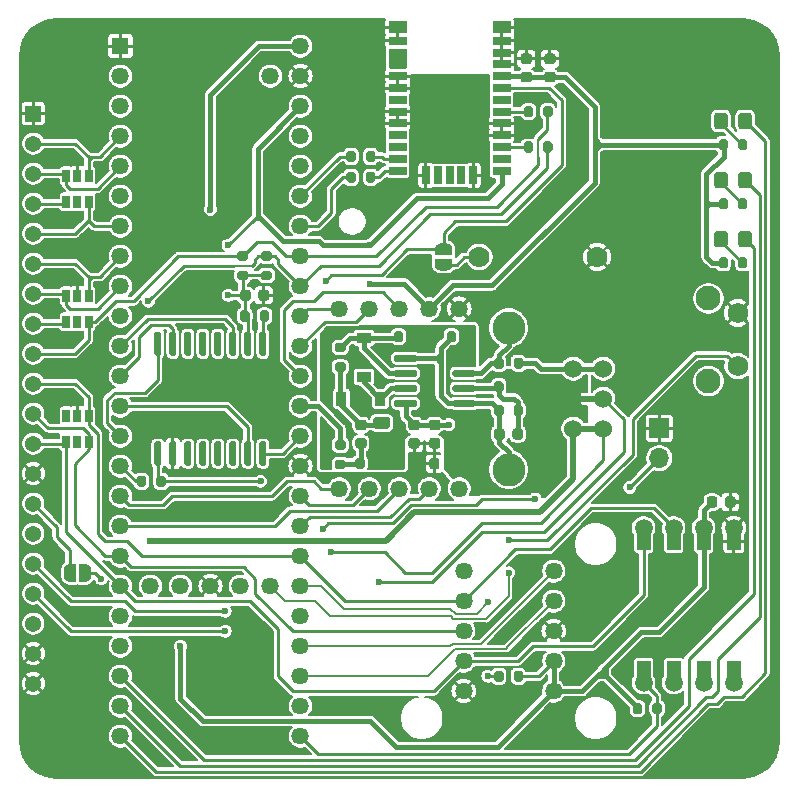
<source format=gbr>
%TF.GenerationSoftware,KiCad,Pcbnew,(5.1.8)-1*%
%TF.CreationDate,2020-11-12T22:30:36-08:00*%
%TF.ProjectId,IRIS-core,49524953-2d63-46f7-9265-2e6b69636164,rev?*%
%TF.SameCoordinates,Original*%
%TF.FileFunction,Copper,L1,Top*%
%TF.FilePolarity,Positive*%
%FSLAX46Y46*%
G04 Gerber Fmt 4.6, Leading zero omitted, Abs format (unit mm)*
G04 Created by KiCad (PCBNEW (5.1.8)-1) date 2020-11-12 22:30:36*
%MOMM*%
%LPD*%
G01*
G04 APERTURE LIST*
%TA.AperFunction,EtchedComponent*%
%ADD10C,0.100000*%
%TD*%
%TA.AperFunction,ComponentPad*%
%ADD11C,0.800000*%
%TD*%
%TA.AperFunction,ComponentPad*%
%ADD12C,6.400000*%
%TD*%
%TA.AperFunction,ComponentPad*%
%ADD13C,1.370000*%
%TD*%
%TA.AperFunction,ComponentPad*%
%ADD14R,1.370000X1.370000*%
%TD*%
%TA.AperFunction,SMDPad,CuDef*%
%ADD15R,1.143000X1.397000*%
%TD*%
%TA.AperFunction,ComponentPad*%
%ADD16C,1.500000*%
%TD*%
%TA.AperFunction,ComponentPad*%
%ADD17C,1.524000*%
%TD*%
%TA.AperFunction,ComponentPad*%
%ADD18C,1.460000*%
%TD*%
%TA.AperFunction,ComponentPad*%
%ADD19C,1.778000*%
%TD*%
%TA.AperFunction,ComponentPad*%
%ADD20R,1.460000X1.460000*%
%TD*%
%TA.AperFunction,SMDPad,CuDef*%
%ADD21R,1.200000X0.900000*%
%TD*%
%TA.AperFunction,SMDPad,CuDef*%
%ADD22R,0.900000X1.200000*%
%TD*%
%TA.AperFunction,ComponentPad*%
%ADD23O,1.700000X1.700000*%
%TD*%
%TA.AperFunction,ComponentPad*%
%ADD24R,1.700000X1.700000*%
%TD*%
%TA.AperFunction,SMDPad,CuDef*%
%ADD25R,0.650000X1.060000*%
%TD*%
%TA.AperFunction,SMDPad,CuDef*%
%ADD26R,1.500000X0.700000*%
%TD*%
%TA.AperFunction,SMDPad,CuDef*%
%ADD27R,1.500000X1.000000*%
%TD*%
%TA.AperFunction,SMDPad,CuDef*%
%ADD28R,0.700000X1.500000*%
%TD*%
%TA.AperFunction,SMDPad,CuDef*%
%ADD29C,0.500000*%
%TD*%
%TA.AperFunction,ComponentPad*%
%ADD30C,2.100000*%
%TD*%
%TA.AperFunction,ComponentPad*%
%ADD31C,1.750000*%
%TD*%
%TA.AperFunction,SMDPad,CuDef*%
%ADD32C,0.100000*%
%TD*%
%TA.AperFunction,ComponentPad*%
%ADD33C,2.800000*%
%TD*%
%TA.AperFunction,ViaPad*%
%ADD34C,0.600000*%
%TD*%
%TA.AperFunction,Conductor*%
%ADD35C,0.400000*%
%TD*%
%TA.AperFunction,Conductor*%
%ADD36C,0.250000*%
%TD*%
%TA.AperFunction,Conductor*%
%ADD37C,0.500000*%
%TD*%
%TA.AperFunction,Conductor*%
%ADD38C,0.160000*%
%TD*%
%TA.AperFunction,Conductor*%
%ADD39C,0.200000*%
%TD*%
%TA.AperFunction,Conductor*%
%ADD40C,0.254000*%
%TD*%
%TA.AperFunction,Conductor*%
%ADD41C,0.100000*%
%TD*%
G04 APERTURE END LIST*
D10*
%TO.C,NT1*%
G36*
X49000000Y-2790000D02*
G01*
X48000000Y-2790000D01*
X48000000Y-2290000D01*
X49000000Y-2290000D01*
X49000000Y-2790000D01*
G37*
%TO.C,NT2*%
G36*
X49000000Y-250000D02*
G01*
X48000000Y-250000D01*
X48000000Y250000D01*
X49000000Y250000D01*
X49000000Y-250000D01*
G37*
%TD*%
%TO.P,C1,2*%
%TO.N,Net-(C1-Pad2)*%
%TA.AperFunction,SMDPad,CuDef*%
G36*
G01*
X42075000Y-3250000D02*
X42075000Y-2750000D01*
G75*
G02*
X42300000Y-2525000I225000J0D01*
G01*
X42750000Y-2525000D01*
G75*
G02*
X42975000Y-2750000I0J-225000D01*
G01*
X42975000Y-3250000D01*
G75*
G02*
X42750000Y-3475000I-225000J0D01*
G01*
X42300000Y-3475000D01*
G75*
G02*
X42075000Y-3250000I0J225000D01*
G01*
G37*
%TD.AperFunction*%
%TO.P,C1,1*%
%TO.N,Net-(C1-Pad1)*%
%TA.AperFunction,SMDPad,CuDef*%
G36*
G01*
X40525000Y-3250000D02*
X40525000Y-2750000D01*
G75*
G02*
X40750000Y-2525000I225000J0D01*
G01*
X41200000Y-2525000D01*
G75*
G02*
X41425000Y-2750000I0J-225000D01*
G01*
X41425000Y-3250000D01*
G75*
G02*
X41200000Y-3475000I-225000J0D01*
G01*
X40750000Y-3475000D01*
G75*
G02*
X40525000Y-3250000I0J225000D01*
G01*
G37*
%TD.AperFunction*%
%TD*%
%TO.P,C2,2*%
%TO.N,GND*%
%TA.AperFunction,SMDPad,CuDef*%
G36*
G01*
X33500000Y-3325000D02*
X34000000Y-3325000D01*
G75*
G02*
X34225000Y-3550000I0J-225000D01*
G01*
X34225000Y-4000000D01*
G75*
G02*
X34000000Y-4225000I-225000J0D01*
G01*
X33500000Y-4225000D01*
G75*
G02*
X33275000Y-4000000I0J225000D01*
G01*
X33275000Y-3550000D01*
G75*
G02*
X33500000Y-3325000I225000J0D01*
G01*
G37*
%TD.AperFunction*%
%TO.P,C2,1*%
%TO.N,+3V3*%
%TA.AperFunction,SMDPad,CuDef*%
G36*
G01*
X33500000Y-1775000D02*
X34000000Y-1775000D01*
G75*
G02*
X34225000Y-2000000I0J-225000D01*
G01*
X34225000Y-2450000D01*
G75*
G02*
X34000000Y-2675000I-225000J0D01*
G01*
X33500000Y-2675000D01*
G75*
G02*
X33275000Y-2450000I0J225000D01*
G01*
X33275000Y-2000000D01*
G75*
G02*
X33500000Y-1775000I225000J0D01*
G01*
G37*
%TD.AperFunction*%
%TD*%
%TO.P,C3,2*%
%TO.N,GND*%
%TA.AperFunction,SMDPad,CuDef*%
G36*
G01*
X35250000Y-3325000D02*
X35750000Y-3325000D01*
G75*
G02*
X35975000Y-3550000I0J-225000D01*
G01*
X35975000Y-4000000D01*
G75*
G02*
X35750000Y-4225000I-225000J0D01*
G01*
X35250000Y-4225000D01*
G75*
G02*
X35025000Y-4000000I0J225000D01*
G01*
X35025000Y-3550000D01*
G75*
G02*
X35250000Y-3325000I225000J0D01*
G01*
G37*
%TD.AperFunction*%
%TO.P,C3,1*%
%TO.N,+3V3*%
%TA.AperFunction,SMDPad,CuDef*%
G36*
G01*
X35250000Y-1775000D02*
X35750000Y-1775000D01*
G75*
G02*
X35975000Y-2000000I0J-225000D01*
G01*
X35975000Y-2450000D01*
G75*
G02*
X35750000Y-2675000I-225000J0D01*
G01*
X35250000Y-2675000D01*
G75*
G02*
X35025000Y-2450000I0J225000D01*
G01*
X35025000Y-2000000D01*
G75*
G02*
X35250000Y-1775000I225000J0D01*
G01*
G37*
%TD.AperFunction*%
%TD*%
%TO.P,C5,2*%
%TO.N,Net-(C4-Pad1)*%
%TA.AperFunction,SMDPad,CuDef*%
G36*
G01*
X29500000Y-2675000D02*
X29000000Y-2675000D01*
G75*
G02*
X28775000Y-2450000I0J225000D01*
G01*
X28775000Y-2000000D01*
G75*
G02*
X29000000Y-1775000I225000J0D01*
G01*
X29500000Y-1775000D01*
G75*
G02*
X29725000Y-2000000I0J-225000D01*
G01*
X29725000Y-2450000D01*
G75*
G02*
X29500000Y-2675000I-225000J0D01*
G01*
G37*
%TD.AperFunction*%
%TO.P,C5,1*%
%TO.N,Net-(C5-Pad1)*%
%TA.AperFunction,SMDPad,CuDef*%
G36*
G01*
X29500000Y-4225000D02*
X29000000Y-4225000D01*
G75*
G02*
X28775000Y-4000000I0J225000D01*
G01*
X28775000Y-3550000D01*
G75*
G02*
X29000000Y-3325000I225000J0D01*
G01*
X29500000Y-3325000D01*
G75*
G02*
X29725000Y-3550000I0J-225000D01*
G01*
X29725000Y-4000000D01*
G75*
G02*
X29500000Y-4225000I-225000J0D01*
G01*
G37*
%TD.AperFunction*%
%TD*%
%TO.P,C6,2*%
%TO.N,GND*%
%TA.AperFunction,SMDPad,CuDef*%
G36*
G01*
X20575000Y8500000D02*
X20575000Y9000000D01*
G75*
G02*
X20800000Y9225000I225000J0D01*
G01*
X21250000Y9225000D01*
G75*
G02*
X21475000Y9000000I0J-225000D01*
G01*
X21475000Y8500000D01*
G75*
G02*
X21250000Y8275000I-225000J0D01*
G01*
X20800000Y8275000D01*
G75*
G02*
X20575000Y8500000I0J225000D01*
G01*
G37*
%TD.AperFunction*%
%TO.P,C6,1*%
%TO.N,+3V3*%
%TA.AperFunction,SMDPad,CuDef*%
G36*
G01*
X19025000Y8500000D02*
X19025000Y9000000D01*
G75*
G02*
X19250000Y9225000I225000J0D01*
G01*
X19700000Y9225000D01*
G75*
G02*
X19925000Y9000000I0J-225000D01*
G01*
X19925000Y8500000D01*
G75*
G02*
X19700000Y8275000I-225000J0D01*
G01*
X19250000Y8275000D01*
G75*
G02*
X19025000Y8500000I0J225000D01*
G01*
G37*
%TD.AperFunction*%
%TD*%
%TO.P,C7,2*%
%TO.N,GND*%
%TA.AperFunction,SMDPad,CuDef*%
G36*
G01*
X60075000Y-9000000D02*
X60075000Y-8500000D01*
G75*
G02*
X60300000Y-8275000I225000J0D01*
G01*
X60750000Y-8275000D01*
G75*
G02*
X60975000Y-8500000I0J-225000D01*
G01*
X60975000Y-9000000D01*
G75*
G02*
X60750000Y-9225000I-225000J0D01*
G01*
X60300000Y-9225000D01*
G75*
G02*
X60075000Y-9000000I0J225000D01*
G01*
G37*
%TD.AperFunction*%
%TO.P,C7,1*%
%TO.N,+3V3*%
%TA.AperFunction,SMDPad,CuDef*%
G36*
G01*
X58525000Y-9000000D02*
X58525000Y-8500000D01*
G75*
G02*
X58750000Y-8275000I225000J0D01*
G01*
X59200000Y-8275000D01*
G75*
G02*
X59425000Y-8500000I0J-225000D01*
G01*
X59425000Y-9000000D01*
G75*
G02*
X59200000Y-9225000I-225000J0D01*
G01*
X58750000Y-9225000D01*
G75*
G02*
X58525000Y-9000000I0J225000D01*
G01*
G37*
%TD.AperFunction*%
%TD*%
%TO.P,C8,2*%
%TO.N,GND*%
%TA.AperFunction,SMDPad,CuDef*%
G36*
G01*
X45500000Y28325000D02*
X45000000Y28325000D01*
G75*
G02*
X44775000Y28550000I0J225000D01*
G01*
X44775000Y29000000D01*
G75*
G02*
X45000000Y29225000I225000J0D01*
G01*
X45500000Y29225000D01*
G75*
G02*
X45725000Y29000000I0J-225000D01*
G01*
X45725000Y28550000D01*
G75*
G02*
X45500000Y28325000I-225000J0D01*
G01*
G37*
%TD.AperFunction*%
%TO.P,C8,1*%
%TO.N,+3V3*%
%TA.AperFunction,SMDPad,CuDef*%
G36*
G01*
X45500000Y26775000D02*
X45000000Y26775000D01*
G75*
G02*
X44775000Y27000000I0J225000D01*
G01*
X44775000Y27450000D01*
G75*
G02*
X45000000Y27675000I225000J0D01*
G01*
X45500000Y27675000D01*
G75*
G02*
X45725000Y27450000I0J-225000D01*
G01*
X45725000Y27000000D01*
G75*
G02*
X45500000Y26775000I-225000J0D01*
G01*
G37*
%TD.AperFunction*%
%TD*%
%TO.P,C9,2*%
%TO.N,GND*%
%TA.AperFunction,SMDPad,CuDef*%
G36*
G01*
X43500000Y28325000D02*
X43000000Y28325000D01*
G75*
G02*
X42775000Y28550000I0J225000D01*
G01*
X42775000Y29000000D01*
G75*
G02*
X43000000Y29225000I225000J0D01*
G01*
X43500000Y29225000D01*
G75*
G02*
X43725000Y29000000I0J-225000D01*
G01*
X43725000Y28550000D01*
G75*
G02*
X43500000Y28325000I-225000J0D01*
G01*
G37*
%TD.AperFunction*%
%TO.P,C9,1*%
%TO.N,+3V3*%
%TA.AperFunction,SMDPad,CuDef*%
G36*
G01*
X43500000Y26775000D02*
X43000000Y26775000D01*
G75*
G02*
X42775000Y27000000I0J225000D01*
G01*
X42775000Y27450000D01*
G75*
G02*
X43000000Y27675000I225000J0D01*
G01*
X43500000Y27675000D01*
G75*
G02*
X43725000Y27450000I0J-225000D01*
G01*
X43725000Y27000000D01*
G75*
G02*
X43500000Y26775000I-225000J0D01*
G01*
G37*
%TD.AperFunction*%
%TD*%
%TO.P,C4,2*%
%TO.N,GNDA*%
%TA.AperFunction,SMDPad,CuDef*%
G36*
G01*
X30525000Y-3450000D02*
X31475000Y-3450000D01*
G75*
G02*
X31725000Y-3700000I0J-250000D01*
G01*
X31725000Y-4200000D01*
G75*
G02*
X31475000Y-4450000I-250000J0D01*
G01*
X30525000Y-4450000D01*
G75*
G02*
X30275000Y-4200000I0J250000D01*
G01*
X30275000Y-3700000D01*
G75*
G02*
X30525000Y-3450000I250000J0D01*
G01*
G37*
%TD.AperFunction*%
%TO.P,C4,1*%
%TO.N,Net-(C4-Pad1)*%
%TA.AperFunction,SMDPad,CuDef*%
G36*
G01*
X30525000Y-1550000D02*
X31475000Y-1550000D01*
G75*
G02*
X31725000Y-1800000I0J-250000D01*
G01*
X31725000Y-2300000D01*
G75*
G02*
X31475000Y-2550000I-250000J0D01*
G01*
X30525000Y-2550000D01*
G75*
G02*
X30275000Y-2300000I0J250000D01*
G01*
X30275000Y-1800000D01*
G75*
G02*
X30525000Y-1550000I250000J0D01*
G01*
G37*
%TD.AperFunction*%
%TD*%
%TO.P,R1,2*%
%TO.N,/SCL_0*%
%TA.AperFunction,SMDPad,CuDef*%
G36*
G01*
X19525000Y11675000D02*
X18975000Y11675000D01*
G75*
G02*
X18775000Y11875000I0J200000D01*
G01*
X18775000Y12275000D01*
G75*
G02*
X18975000Y12475000I200000J0D01*
G01*
X19525000Y12475000D01*
G75*
G02*
X19725000Y12275000I0J-200000D01*
G01*
X19725000Y11875000D01*
G75*
G02*
X19525000Y11675000I-200000J0D01*
G01*
G37*
%TD.AperFunction*%
%TO.P,R1,1*%
%TO.N,+3V3*%
%TA.AperFunction,SMDPad,CuDef*%
G36*
G01*
X19525000Y10025000D02*
X18975000Y10025000D01*
G75*
G02*
X18775000Y10225000I0J200000D01*
G01*
X18775000Y10625000D01*
G75*
G02*
X18975000Y10825000I200000J0D01*
G01*
X19525000Y10825000D01*
G75*
G02*
X19725000Y10625000I0J-200000D01*
G01*
X19725000Y10225000D01*
G75*
G02*
X19525000Y10025000I-200000J0D01*
G01*
G37*
%TD.AperFunction*%
%TD*%
%TO.P,R2,2*%
%TO.N,/SDA_0*%
%TA.AperFunction,SMDPad,CuDef*%
G36*
G01*
X21525000Y11675000D02*
X20975000Y11675000D01*
G75*
G02*
X20775000Y11875000I0J200000D01*
G01*
X20775000Y12275000D01*
G75*
G02*
X20975000Y12475000I200000J0D01*
G01*
X21525000Y12475000D01*
G75*
G02*
X21725000Y12275000I0J-200000D01*
G01*
X21725000Y11875000D01*
G75*
G02*
X21525000Y11675000I-200000J0D01*
G01*
G37*
%TD.AperFunction*%
%TO.P,R2,1*%
%TO.N,+3V3*%
%TA.AperFunction,SMDPad,CuDef*%
G36*
G01*
X21525000Y10025000D02*
X20975000Y10025000D01*
G75*
G02*
X20775000Y10225000I0J200000D01*
G01*
X20775000Y10625000D01*
G75*
G02*
X20975000Y10825000I200000J0D01*
G01*
X21525000Y10825000D01*
G75*
G02*
X21725000Y10625000I0J-200000D01*
G01*
X21725000Y10225000D01*
G75*
G02*
X21525000Y10025000I-200000J0D01*
G01*
G37*
%TD.AperFunction*%
%TD*%
%TO.P,R3,2*%
%TO.N,/SiPM*%
%TA.AperFunction,SMDPad,CuDef*%
G36*
G01*
X42175000Y2725000D02*
X42175000Y3275000D01*
G75*
G02*
X42375000Y3475000I200000J0D01*
G01*
X42775000Y3475000D01*
G75*
G02*
X42975000Y3275000I0J-200000D01*
G01*
X42975000Y2725000D01*
G75*
G02*
X42775000Y2525000I-200000J0D01*
G01*
X42375000Y2525000D01*
G75*
G02*
X42175000Y2725000I0J200000D01*
G01*
G37*
%TD.AperFunction*%
%TO.P,R3,1*%
%TO.N,Net-(R3-Pad1)*%
%TA.AperFunction,SMDPad,CuDef*%
G36*
G01*
X40525000Y2725000D02*
X40525000Y3275000D01*
G75*
G02*
X40725000Y3475000I200000J0D01*
G01*
X41125000Y3475000D01*
G75*
G02*
X41325000Y3275000I0J-200000D01*
G01*
X41325000Y2725000D01*
G75*
G02*
X41125000Y2525000I-200000J0D01*
G01*
X40725000Y2525000D01*
G75*
G02*
X40525000Y2725000I0J200000D01*
G01*
G37*
%TD.AperFunction*%
%TD*%
%TO.P,R4,2*%
%TO.N,GNDA*%
%TA.AperFunction,SMDPad,CuDef*%
G36*
G01*
X42175000Y725000D02*
X42175000Y1275000D01*
G75*
G02*
X42375000Y1475000I200000J0D01*
G01*
X42775000Y1475000D01*
G75*
G02*
X42975000Y1275000I0J-200000D01*
G01*
X42975000Y725000D01*
G75*
G02*
X42775000Y525000I-200000J0D01*
G01*
X42375000Y525000D01*
G75*
G02*
X42175000Y725000I0J200000D01*
G01*
G37*
%TD.AperFunction*%
%TO.P,R4,1*%
%TO.N,Net-(C1-Pad2)*%
%TA.AperFunction,SMDPad,CuDef*%
G36*
G01*
X40525000Y725000D02*
X40525000Y1275000D01*
G75*
G02*
X40725000Y1475000I200000J0D01*
G01*
X41125000Y1475000D01*
G75*
G02*
X41325000Y1275000I0J-200000D01*
G01*
X41325000Y725000D01*
G75*
G02*
X41125000Y525000I-200000J0D01*
G01*
X40725000Y525000D01*
G75*
G02*
X40525000Y725000I0J200000D01*
G01*
G37*
%TD.AperFunction*%
%TD*%
%TO.P,R5,2*%
%TO.N,Net-(C1-Pad2)*%
%TA.AperFunction,SMDPad,CuDef*%
G36*
G01*
X42175000Y-1275000D02*
X42175000Y-725000D01*
G75*
G02*
X42375000Y-525000I200000J0D01*
G01*
X42775000Y-525000D01*
G75*
G02*
X42975000Y-725000I0J-200000D01*
G01*
X42975000Y-1275000D01*
G75*
G02*
X42775000Y-1475000I-200000J0D01*
G01*
X42375000Y-1475000D01*
G75*
G02*
X42175000Y-1275000I0J200000D01*
G01*
G37*
%TD.AperFunction*%
%TO.P,R5,1*%
%TO.N,Net-(C1-Pad1)*%
%TA.AperFunction,SMDPad,CuDef*%
G36*
G01*
X40525000Y-1275000D02*
X40525000Y-725000D01*
G75*
G02*
X40725000Y-525000I200000J0D01*
G01*
X41125000Y-525000D01*
G75*
G02*
X41325000Y-725000I0J-200000D01*
G01*
X41325000Y-1275000D01*
G75*
G02*
X41125000Y-1475000I-200000J0D01*
G01*
X40725000Y-1475000D01*
G75*
G02*
X40525000Y-1275000I0J200000D01*
G01*
G37*
%TD.AperFunction*%
%TD*%
%TO.P,R6,2*%
%TO.N,GNDA*%
%TA.AperFunction,SMDPad,CuDef*%
G36*
G01*
X38175000Y4975000D02*
X38175000Y5525000D01*
G75*
G02*
X38375000Y5725000I200000J0D01*
G01*
X38775000Y5725000D01*
G75*
G02*
X38975000Y5525000I0J-200000D01*
G01*
X38975000Y4975000D01*
G75*
G02*
X38775000Y4775000I-200000J0D01*
G01*
X38375000Y4775000D01*
G75*
G02*
X38175000Y4975000I0J200000D01*
G01*
G37*
%TD.AperFunction*%
%TO.P,R6,1*%
%TO.N,Net-(C1-Pad1)*%
%TA.AperFunction,SMDPad,CuDef*%
G36*
G01*
X36525000Y4975000D02*
X36525000Y5525000D01*
G75*
G02*
X36725000Y5725000I200000J0D01*
G01*
X37125000Y5725000D01*
G75*
G02*
X37325000Y5525000I0J-200000D01*
G01*
X37325000Y4975000D01*
G75*
G02*
X37125000Y4775000I-200000J0D01*
G01*
X36725000Y4775000D01*
G75*
G02*
X36525000Y4975000I0J200000D01*
G01*
G37*
%TD.AperFunction*%
%TD*%
%TO.P,R7,2*%
%TO.N,GNDA*%
%TA.AperFunction,SMDPad,CuDef*%
G36*
G01*
X33675000Y4975000D02*
X33675000Y5525000D01*
G75*
G02*
X33875000Y5725000I200000J0D01*
G01*
X34275000Y5725000D01*
G75*
G02*
X34475000Y5525000I0J-200000D01*
G01*
X34475000Y4975000D01*
G75*
G02*
X34275000Y4775000I-200000J0D01*
G01*
X33875000Y4775000D01*
G75*
G02*
X33675000Y4975000I0J200000D01*
G01*
G37*
%TD.AperFunction*%
%TO.P,R7,1*%
%TO.N,Net-(D1-Pad2)*%
%TA.AperFunction,SMDPad,CuDef*%
G36*
G01*
X32025000Y4975000D02*
X32025000Y5525000D01*
G75*
G02*
X32225000Y5725000I200000J0D01*
G01*
X32625000Y5725000D01*
G75*
G02*
X32825000Y5525000I0J-200000D01*
G01*
X32825000Y4975000D01*
G75*
G02*
X32625000Y4775000I-200000J0D01*
G01*
X32225000Y4775000D01*
G75*
G02*
X32025000Y4975000I0J200000D01*
G01*
G37*
%TD.AperFunction*%
%TD*%
%TO.P,R8,2*%
%TO.N,Net-(D1-Pad2)*%
%TA.AperFunction,SMDPad,CuDef*%
G36*
G01*
X27775000Y3925000D02*
X27225000Y3925000D01*
G75*
G02*
X27025000Y4125000I0J200000D01*
G01*
X27025000Y4525000D01*
G75*
G02*
X27225000Y4725000I200000J0D01*
G01*
X27775000Y4725000D01*
G75*
G02*
X27975000Y4525000I0J-200000D01*
G01*
X27975000Y4125000D01*
G75*
G02*
X27775000Y3925000I-200000J0D01*
G01*
G37*
%TD.AperFunction*%
%TO.P,R8,1*%
%TO.N,Net-(C4-Pad1)*%
%TA.AperFunction,SMDPad,CuDef*%
G36*
G01*
X27775000Y2275000D02*
X27225000Y2275000D01*
G75*
G02*
X27025000Y2475000I0J200000D01*
G01*
X27025000Y2875000D01*
G75*
G02*
X27225000Y3075000I200000J0D01*
G01*
X27775000Y3075000D01*
G75*
G02*
X27975000Y2875000I0J-200000D01*
G01*
X27975000Y2475000D01*
G75*
G02*
X27775000Y2275000I-200000J0D01*
G01*
G37*
%TD.AperFunction*%
%TD*%
%TO.P,R9,2*%
%TO.N,Net-(C5-Pad1)*%
%TA.AperFunction,SMDPad,CuDef*%
G36*
G01*
X29575000Y-5225000D02*
X29575000Y-5775000D01*
G75*
G02*
X29375000Y-5975000I-200000J0D01*
G01*
X28975000Y-5975000D01*
G75*
G02*
X28775000Y-5775000I0J200000D01*
G01*
X28775000Y-5225000D01*
G75*
G02*
X28975000Y-5025000I200000J0D01*
G01*
X29375000Y-5025000D01*
G75*
G02*
X29575000Y-5225000I0J-200000D01*
G01*
G37*
%TD.AperFunction*%
%TO.P,R9,1*%
%TO.N,GNDA*%
%TA.AperFunction,SMDPad,CuDef*%
G36*
G01*
X31225000Y-5225000D02*
X31225000Y-5775000D01*
G75*
G02*
X31025000Y-5975000I-200000J0D01*
G01*
X30625000Y-5975000D01*
G75*
G02*
X30425000Y-5775000I0J200000D01*
G01*
X30425000Y-5225000D01*
G75*
G02*
X30625000Y-5025000I200000J0D01*
G01*
X31025000Y-5025000D01*
G75*
G02*
X31225000Y-5225000I0J-200000D01*
G01*
G37*
%TD.AperFunction*%
%TD*%
%TO.P,R10,2*%
%TO.N,/Detector*%
%TA.AperFunction,SMDPad,CuDef*%
G36*
G01*
X27775000Y-4325000D02*
X27225000Y-4325000D01*
G75*
G02*
X27025000Y-4125000I0J200000D01*
G01*
X27025000Y-3725000D01*
G75*
G02*
X27225000Y-3525000I200000J0D01*
G01*
X27775000Y-3525000D01*
G75*
G02*
X27975000Y-3725000I0J-200000D01*
G01*
X27975000Y-4125000D01*
G75*
G02*
X27775000Y-4325000I-200000J0D01*
G01*
G37*
%TD.AperFunction*%
%TO.P,R10,1*%
%TO.N,Net-(C5-Pad1)*%
%TA.AperFunction,SMDPad,CuDef*%
G36*
G01*
X27775000Y-5975000D02*
X27225000Y-5975000D01*
G75*
G02*
X27025000Y-5775000I0J200000D01*
G01*
X27025000Y-5375000D01*
G75*
G02*
X27225000Y-5175000I200000J0D01*
G01*
X27775000Y-5175000D01*
G75*
G02*
X27975000Y-5375000I0J-200000D01*
G01*
X27975000Y-5775000D01*
G75*
G02*
X27775000Y-5975000I-200000J0D01*
G01*
G37*
%TD.AperFunction*%
%TD*%
%TO.P,R11,2*%
%TO.N,/~HOLD*%
%TA.AperFunction,SMDPad,CuDef*%
G36*
G01*
X20675000Y6725000D02*
X20675000Y7275000D01*
G75*
G02*
X20875000Y7475000I200000J0D01*
G01*
X21275000Y7475000D01*
G75*
G02*
X21475000Y7275000I0J-200000D01*
G01*
X21475000Y6725000D01*
G75*
G02*
X21275000Y6525000I-200000J0D01*
G01*
X20875000Y6525000D01*
G75*
G02*
X20675000Y6725000I0J200000D01*
G01*
G37*
%TD.AperFunction*%
%TO.P,R11,1*%
%TO.N,+3V3*%
%TA.AperFunction,SMDPad,CuDef*%
G36*
G01*
X19025000Y6725000D02*
X19025000Y7275000D01*
G75*
G02*
X19225000Y7475000I200000J0D01*
G01*
X19625000Y7475000D01*
G75*
G02*
X19825000Y7275000I0J-200000D01*
G01*
X19825000Y6725000D01*
G75*
G02*
X19625000Y6525000I-200000J0D01*
G01*
X19225000Y6525000D01*
G75*
G02*
X19025000Y6725000I0J200000D01*
G01*
G37*
%TD.AperFunction*%
%TD*%
%TO.P,R12,2*%
%TO.N,/~WP*%
%TA.AperFunction,SMDPad,CuDef*%
G36*
G01*
X11925000Y-7275000D02*
X11925000Y-6725000D01*
G75*
G02*
X12125000Y-6525000I200000J0D01*
G01*
X12525000Y-6525000D01*
G75*
G02*
X12725000Y-6725000I0J-200000D01*
G01*
X12725000Y-7275000D01*
G75*
G02*
X12525000Y-7475000I-200000J0D01*
G01*
X12125000Y-7475000D01*
G75*
G02*
X11925000Y-7275000I0J200000D01*
G01*
G37*
%TD.AperFunction*%
%TO.P,R12,1*%
%TO.N,+3V3*%
%TA.AperFunction,SMDPad,CuDef*%
G36*
G01*
X10275000Y-7275000D02*
X10275000Y-6725000D01*
G75*
G02*
X10475000Y-6525000I200000J0D01*
G01*
X10875000Y-6525000D01*
G75*
G02*
X11075000Y-6725000I0J-200000D01*
G01*
X11075000Y-7275000D01*
G75*
G02*
X10875000Y-7475000I-200000J0D01*
G01*
X10475000Y-7475000D01*
G75*
G02*
X10275000Y-7275000I0J200000D01*
G01*
G37*
%TD.AperFunction*%
%TD*%
%TO.P,R13,2*%
%TO.N,/~CS_HG*%
%TA.AperFunction,SMDPad,CuDef*%
G36*
G01*
X41325000Y-23225000D02*
X41325000Y-23775000D01*
G75*
G02*
X41125000Y-23975000I-200000J0D01*
G01*
X40725000Y-23975000D01*
G75*
G02*
X40525000Y-23775000I0J200000D01*
G01*
X40525000Y-23225000D01*
G75*
G02*
X40725000Y-23025000I200000J0D01*
G01*
X41125000Y-23025000D01*
G75*
G02*
X41325000Y-23225000I0J-200000D01*
G01*
G37*
%TD.AperFunction*%
%TO.P,R13,1*%
%TO.N,+3V3*%
%TA.AperFunction,SMDPad,CuDef*%
G36*
G01*
X42975000Y-23225000D02*
X42975000Y-23775000D01*
G75*
G02*
X42775000Y-23975000I-200000J0D01*
G01*
X42375000Y-23975000D01*
G75*
G02*
X42175000Y-23775000I0J200000D01*
G01*
X42175000Y-23225000D01*
G75*
G02*
X42375000Y-23025000I200000J0D01*
G01*
X42775000Y-23025000D01*
G75*
G02*
X42975000Y-23225000I0J-200000D01*
G01*
G37*
%TD.AperFunction*%
%TD*%
%TO.P,R14,2*%
%TO.N,/~CS_PITOT*%
%TA.AperFunction,SMDPad,CuDef*%
G36*
G01*
X53925000Y-26525000D02*
X53925000Y-25975000D01*
G75*
G02*
X54125000Y-25775000I200000J0D01*
G01*
X54525000Y-25775000D01*
G75*
G02*
X54725000Y-25975000I0J-200000D01*
G01*
X54725000Y-26525000D01*
G75*
G02*
X54525000Y-26725000I-200000J0D01*
G01*
X54125000Y-26725000D01*
G75*
G02*
X53925000Y-26525000I0J200000D01*
G01*
G37*
%TD.AperFunction*%
%TO.P,R14,1*%
%TO.N,+3V3*%
%TA.AperFunction,SMDPad,CuDef*%
G36*
G01*
X52275000Y-26525000D02*
X52275000Y-25975000D01*
G75*
G02*
X52475000Y-25775000I200000J0D01*
G01*
X52875000Y-25775000D01*
G75*
G02*
X53075000Y-25975000I0J-200000D01*
G01*
X53075000Y-26525000D01*
G75*
G02*
X52875000Y-26725000I-200000J0D01*
G01*
X52475000Y-26725000D01*
G75*
G02*
X52275000Y-26525000I0J200000D01*
G01*
G37*
%TD.AperFunction*%
%TD*%
%TO.P,R15,2*%
%TO.N,+3V3*%
%TA.AperFunction,SMDPad,CuDef*%
G36*
G01*
X60325000Y11775000D02*
X60325000Y11225000D01*
G75*
G02*
X60125000Y11025000I-200000J0D01*
G01*
X59725000Y11025000D01*
G75*
G02*
X59525000Y11225000I0J200000D01*
G01*
X59525000Y11775000D01*
G75*
G02*
X59725000Y11975000I200000J0D01*
G01*
X60125000Y11975000D01*
G75*
G02*
X60325000Y11775000I0J-200000D01*
G01*
G37*
%TD.AperFunction*%
%TO.P,R15,1*%
%TO.N,Net-(D3-Pad2)*%
%TA.AperFunction,SMDPad,CuDef*%
G36*
G01*
X61975000Y11775000D02*
X61975000Y11225000D01*
G75*
G02*
X61775000Y11025000I-200000J0D01*
G01*
X61375000Y11025000D01*
G75*
G02*
X61175000Y11225000I0J200000D01*
G01*
X61175000Y11775000D01*
G75*
G02*
X61375000Y11975000I200000J0D01*
G01*
X61775000Y11975000D01*
G75*
G02*
X61975000Y11775000I0J-200000D01*
G01*
G37*
%TD.AperFunction*%
%TD*%
%TO.P,R16,2*%
%TO.N,+3V3*%
%TA.AperFunction,SMDPad,CuDef*%
G36*
G01*
X60325000Y21775000D02*
X60325000Y21225000D01*
G75*
G02*
X60125000Y21025000I-200000J0D01*
G01*
X59725000Y21025000D01*
G75*
G02*
X59525000Y21225000I0J200000D01*
G01*
X59525000Y21775000D01*
G75*
G02*
X59725000Y21975000I200000J0D01*
G01*
X60125000Y21975000D01*
G75*
G02*
X60325000Y21775000I0J-200000D01*
G01*
G37*
%TD.AperFunction*%
%TO.P,R16,1*%
%TO.N,Net-(D4-Pad2)*%
%TA.AperFunction,SMDPad,CuDef*%
G36*
G01*
X61975000Y21775000D02*
X61975000Y21225000D01*
G75*
G02*
X61775000Y21025000I-200000J0D01*
G01*
X61375000Y21025000D01*
G75*
G02*
X61175000Y21225000I0J200000D01*
G01*
X61175000Y21775000D01*
G75*
G02*
X61375000Y21975000I200000J0D01*
G01*
X61775000Y21975000D01*
G75*
G02*
X61975000Y21775000I0J-200000D01*
G01*
G37*
%TD.AperFunction*%
%TD*%
%TO.P,R17,2*%
%TO.N,+3V3*%
%TA.AperFunction,SMDPad,CuDef*%
G36*
G01*
X60325000Y16775000D02*
X60325000Y16225000D01*
G75*
G02*
X60125000Y16025000I-200000J0D01*
G01*
X59725000Y16025000D01*
G75*
G02*
X59525000Y16225000I0J200000D01*
G01*
X59525000Y16775000D01*
G75*
G02*
X59725000Y16975000I200000J0D01*
G01*
X60125000Y16975000D01*
G75*
G02*
X60325000Y16775000I0J-200000D01*
G01*
G37*
%TD.AperFunction*%
%TO.P,R17,1*%
%TO.N,Net-(D5-Pad2)*%
%TA.AperFunction,SMDPad,CuDef*%
G36*
G01*
X61975000Y16775000D02*
X61975000Y16225000D01*
G75*
G02*
X61775000Y16025000I-200000J0D01*
G01*
X61375000Y16025000D01*
G75*
G02*
X61175000Y16225000I0J200000D01*
G01*
X61175000Y16775000D01*
G75*
G02*
X61375000Y16975000I200000J0D01*
G01*
X61775000Y16975000D01*
G75*
G02*
X61975000Y16775000I0J-200000D01*
G01*
G37*
%TD.AperFunction*%
%TD*%
%TO.P,R18,2*%
%TO.N,/RX_MCU*%
%TA.AperFunction,SMDPad,CuDef*%
G36*
G01*
X28825000Y20775000D02*
X28825000Y20225000D01*
G75*
G02*
X28625000Y20025000I-200000J0D01*
G01*
X28225000Y20025000D01*
G75*
G02*
X28025000Y20225000I0J200000D01*
G01*
X28025000Y20775000D01*
G75*
G02*
X28225000Y20975000I200000J0D01*
G01*
X28625000Y20975000D01*
G75*
G02*
X28825000Y20775000I0J-200000D01*
G01*
G37*
%TD.AperFunction*%
%TO.P,R18,1*%
%TO.N,Net-(R18-Pad1)*%
%TA.AperFunction,SMDPad,CuDef*%
G36*
G01*
X30475000Y20775000D02*
X30475000Y20225000D01*
G75*
G02*
X30275000Y20025000I-200000J0D01*
G01*
X29875000Y20025000D01*
G75*
G02*
X29675000Y20225000I0J200000D01*
G01*
X29675000Y20775000D01*
G75*
G02*
X29875000Y20975000I200000J0D01*
G01*
X30275000Y20975000D01*
G75*
G02*
X30475000Y20775000I0J-200000D01*
G01*
G37*
%TD.AperFunction*%
%TD*%
%TO.P,R19,2*%
%TO.N,/TX_MCU*%
%TA.AperFunction,SMDPad,CuDef*%
G36*
G01*
X28825000Y19025000D02*
X28825000Y18475000D01*
G75*
G02*
X28625000Y18275000I-200000J0D01*
G01*
X28225000Y18275000D01*
G75*
G02*
X28025000Y18475000I0J200000D01*
G01*
X28025000Y19025000D01*
G75*
G02*
X28225000Y19225000I200000J0D01*
G01*
X28625000Y19225000D01*
G75*
G02*
X28825000Y19025000I0J-200000D01*
G01*
G37*
%TD.AperFunction*%
%TO.P,R19,1*%
%TO.N,Net-(R19-Pad1)*%
%TA.AperFunction,SMDPad,CuDef*%
G36*
G01*
X30475000Y19025000D02*
X30475000Y18475000D01*
G75*
G02*
X30275000Y18275000I-200000J0D01*
G01*
X29875000Y18275000D01*
G75*
G02*
X29675000Y18475000I0J200000D01*
G01*
X29675000Y19025000D01*
G75*
G02*
X29875000Y19225000I200000J0D01*
G01*
X30275000Y19225000D01*
G75*
G02*
X30475000Y19025000I0J-200000D01*
G01*
G37*
%TD.AperFunction*%
%TD*%
%TO.P,R20,2*%
%TO.N,/SDA_0*%
%TA.AperFunction,SMDPad,CuDef*%
G36*
G01*
X44675000Y21025000D02*
X44675000Y21575000D01*
G75*
G02*
X44875000Y21775000I200000J0D01*
G01*
X45275000Y21775000D01*
G75*
G02*
X45475000Y21575000I0J-200000D01*
G01*
X45475000Y21025000D01*
G75*
G02*
X45275000Y20825000I-200000J0D01*
G01*
X44875000Y20825000D01*
G75*
G02*
X44675000Y21025000I0J200000D01*
G01*
G37*
%TD.AperFunction*%
%TO.P,R20,1*%
%TO.N,Net-(R20-Pad1)*%
%TA.AperFunction,SMDPad,CuDef*%
G36*
G01*
X43025000Y21025000D02*
X43025000Y21575000D01*
G75*
G02*
X43225000Y21775000I200000J0D01*
G01*
X43625000Y21775000D01*
G75*
G02*
X43825000Y21575000I0J-200000D01*
G01*
X43825000Y21025000D01*
G75*
G02*
X43625000Y20825000I-200000J0D01*
G01*
X43225000Y20825000D01*
G75*
G02*
X43025000Y21025000I0J200000D01*
G01*
G37*
%TD.AperFunction*%
%TD*%
%TO.P,R21,2*%
%TO.N,/SCL_0*%
%TA.AperFunction,SMDPad,CuDef*%
G36*
G01*
X44675000Y24025000D02*
X44675000Y24575000D01*
G75*
G02*
X44875000Y24775000I200000J0D01*
G01*
X45275000Y24775000D01*
G75*
G02*
X45475000Y24575000I0J-200000D01*
G01*
X45475000Y24025000D01*
G75*
G02*
X45275000Y23825000I-200000J0D01*
G01*
X44875000Y23825000D01*
G75*
G02*
X44675000Y24025000I0J200000D01*
G01*
G37*
%TD.AperFunction*%
%TO.P,R21,1*%
%TO.N,Net-(R21-Pad1)*%
%TA.AperFunction,SMDPad,CuDef*%
G36*
G01*
X43025000Y24025000D02*
X43025000Y24575000D01*
G75*
G02*
X43225000Y24775000I200000J0D01*
G01*
X43625000Y24775000D01*
G75*
G02*
X43825000Y24575000I0J-200000D01*
G01*
X43825000Y24025000D01*
G75*
G02*
X43625000Y23825000I-200000J0D01*
G01*
X43225000Y23825000D01*
G75*
G02*
X43025000Y24025000I0J200000D01*
G01*
G37*
%TD.AperFunction*%
%TD*%
D11*
%TO.P,J1,MP*%
%TO.N,GND*%
X5900000Y29000000D03*
D12*
X3500000Y29000000D03*
D11*
X3500000Y26600000D03*
X1802944Y30697056D03*
X1802944Y27302944D03*
X1100000Y29000000D03*
X3500000Y31400000D03*
X5197056Y27302944D03*
X5197056Y30697056D03*
X63900000Y29000000D03*
D12*
X61500000Y29000000D03*
D11*
X61500000Y26600000D03*
X59802944Y30697056D03*
X59802944Y27302944D03*
X59100000Y29000000D03*
X61500000Y31400000D03*
X63197056Y27302944D03*
X63197056Y30697056D03*
X63900000Y-29000000D03*
D12*
X61500000Y-29000000D03*
D11*
X61500000Y-31400000D03*
X59802944Y-27302944D03*
X59802944Y-30697056D03*
X59100000Y-29000000D03*
X61500000Y-26600000D03*
X63197056Y-30697056D03*
X63197056Y-27302944D03*
X5900000Y-29000000D03*
X1802944Y-30697056D03*
D12*
X3500000Y-29000000D03*
D11*
X3500000Y-26600000D03*
X5197056Y-27302944D03*
X1100000Y-29000000D03*
X1802944Y-27302944D03*
X5197056Y-30697056D03*
X3500000Y-31400000D03*
D13*
%TO.P,J1,16*%
%TO.N,/FB_HV_P*%
X1500000Y-13970000D03*
%TO.P,J1,17*%
%TO.N,/FB_HV_N*%
X1500000Y-16510000D03*
%TO.P,J1,12*%
%TO.N,/SCLK_1*%
X1500000Y-3810000D03*
%TO.P,J1,6*%
%TO.N,/IO5*%
X1500000Y11430000D03*
%TO.P,J1,7*%
%TO.N,/~PWR_BRD_INT*%
X1500000Y8890000D03*
%TO.P,J1,10*%
%TO.N,/MISO_1*%
X1500000Y1270000D03*
%TO.P,J1,3*%
%TO.N,/IO2*%
X1500000Y19050000D03*
%TO.P,J1,11*%
%TO.N,/MOSI_1*%
X1500000Y-1270000D03*
%TO.P,J1,15*%
%TO.N,+5V*%
X1500000Y-11430000D03*
D14*
%TO.P,J1,1*%
%TO.N,GND*%
X1500000Y24130000D03*
D13*
%TO.P,J1,5*%
%TO.N,/IO4*%
X1500000Y13970000D03*
%TO.P,J1,9*%
%TO.N,/SCL_0*%
X1500000Y3810000D03*
%TO.P,J1,14*%
%TO.N,/BCK_ALT*%
X1500000Y-8890000D03*
%TO.P,J1,18*%
%TO.N,+29.5V*%
X1500000Y-19050000D03*
%TO.P,J1,20*%
%TO.N,GND*%
X1500000Y-24130000D03*
%TO.P,J1,13*%
X1500000Y-6350000D03*
%TO.P,J1,8*%
%TO.N,/SDA_0*%
X1500000Y6350000D03*
%TO.P,J1,19*%
%TO.N,GND*%
X1500000Y-21590000D03*
%TO.P,J1,2*%
%TO.N,/IO1_SYNC*%
X1500000Y21590000D03*
%TO.P,J1,4*%
%TO.N,/IO3*%
X1500000Y16510000D03*
%TD*%
D15*
%TO.P,U6,5*%
%TO.N,/~CS_PITOT*%
X53190000Y-22897500D03*
%TO.P,U6,6*%
%TO.N,Net-(U6-Pad6)*%
X55730000Y-22897500D03*
%TO.P,U6,7*%
%TO.N,Net-(U6-Pad7)*%
X58270000Y-22897500D03*
%TO.P,U6,8*%
%TO.N,Net-(U6-Pad8)*%
X60810000Y-22897500D03*
%TO.P,U6,4*%
%TO.N,/SCLK_1*%
X53190000Y-12102500D03*
%TO.P,U6,3*%
%TO.N,/MISO_1*%
X55730000Y-12102500D03*
%TO.P,U6,2*%
%TO.N,+3V3*%
X58270000Y-12102500D03*
%TO.P,U6,1*%
%TO.N,GND*%
X60810000Y-12102500D03*
D16*
X60810000Y-10960000D03*
%TO.P,U6,2*%
%TO.N,+3V3*%
X58270000Y-10960000D03*
%TO.P,U6,3*%
%TO.N,/MISO_1*%
X55730000Y-10960000D03*
%TO.P,U6,4*%
%TO.N,/SCLK_1*%
X53190000Y-10960000D03*
%TO.P,U6,5*%
%TO.N,/~CS_PITOT*%
X53190000Y-24040000D03*
%TO.P,U6,6*%
%TO.N,Net-(U6-Pad6)*%
X55730000Y-24040000D03*
%TO.P,U6,7*%
%TO.N,Net-(U6-Pad7)*%
X58270000Y-24040000D03*
%TO.P,U6,8*%
%TO.N,Net-(U6-Pad8)*%
X60810000Y-24040000D03*
%TD*%
D17*
%TO.P,J2,1*%
%TO.N,/FB_HV_P*%
X49770000Y-2540000D03*
%TO.P,J2,2*%
%TO.N,+29.5V*%
X47230000Y-2540000D03*
%TO.P,J2,3*%
%TO.N,/FB_HV_N*%
X49770000Y0D03*
%TO.P,J2,4*%
%TO.N,GNDA*%
X47230000Y0D03*
%TO.P,J2,5*%
%TO.N,/SiPM*%
X49770000Y2540000D03*
%TO.P,J2,6*%
X47230000Y2540000D03*
%TD*%
D18*
%TO.P,U2,10*%
%TO.N,Net-(U2-Pad10)*%
X37580000Y-7620000D03*
%TO.P,U2,8*%
%TO.N,/M_INT3*%
X32500000Y-7620000D03*
%TO.P,U2,6*%
%TO.N,/M_INT1*%
X27420000Y-7620000D03*
%TO.P,U2,9*%
%TO.N,/M_INT4*%
X35040000Y-7620000D03*
%TO.P,U2,7*%
%TO.N,/M_INT2*%
X29960000Y-7620000D03*
%TO.P,U2,5*%
%TO.N,/SDA_1*%
X27420000Y7620000D03*
%TO.P,U2,3*%
%TO.N,/M_Wake*%
X32500000Y7620000D03*
%TO.P,U2,1*%
%TO.N,GND*%
X37580000Y7620000D03*
%TO.P,U2,4*%
%TO.N,/SCL_1*%
X29960000Y7620000D03*
%TO.P,U2,2*%
%TO.N,+3V3*%
X35040000Y7620000D03*
%TD*%
%TO.P,U5,10*%
%TO.N,GND*%
X37940000Y-24765000D03*
%TO.P,U5,7*%
%TO.N,/MISO_1*%
X37940000Y-17145000D03*
%TO.P,U5,9*%
%TO.N,/SCLK_1*%
X37940000Y-22225000D03*
%TO.P,U5,8*%
%TO.N,/MOSI_1*%
X37940000Y-19685000D03*
%TO.P,U5,6*%
%TO.N,/~CS_HG*%
X37940000Y-14605000D03*
%TO.P,U5,5*%
%TO.N,/HG_INT1*%
X45560000Y-14605000D03*
%TO.P,U5,2*%
%TO.N,+3V3*%
X45560000Y-22225000D03*
%TO.P,U5,4*%
%TO.N,/HG_INT2*%
X45560000Y-17145000D03*
%TO.P,U5,3*%
%TO.N,GND*%
X45560000Y-19685000D03*
%TO.P,U5,1*%
%TO.N,+3V3*%
X45560000Y-24765000D03*
%TD*%
D19*
%TO.P,BT1,1*%
%TO.N,Net-(BT1-Pad1)*%
X39267800Y12000000D03*
%TO.P,BT1,2*%
%TO.N,GND*%
X49250000Y12000000D03*
%TD*%
D18*
%TO.P,U1,54*%
%TO.N,/on_off*%
X21590000Y-15875000D03*
%TO.P,U1,53*%
%TO.N,Net-(U1-Pad53)*%
X19050000Y-15875000D03*
%TO.P,U1,52*%
%TO.N,GND*%
X16510000Y-15875000D03*
%TO.P,U1,51*%
%TO.N,+3V3*%
X13970000Y-15875000D03*
%TO.P,U1,50*%
%TO.N,VCC*%
X11430000Y-15875000D03*
%TO.P,U1,17*%
%TO.N,/M_INT3*%
X8890000Y-10795000D03*
%TO.P,U1,18*%
%TO.N,/MOSI_1*%
X8890000Y-13335000D03*
%TO.P,U1,19*%
%TO.N,/SCLK_1*%
X8890000Y-15875000D03*
%TO.P,U1,20*%
%TO.N,Net-(U1-Pad20)*%
X8890000Y-18415000D03*
%TO.P,U1,16*%
%TO.N,/M_INT1*%
X8890000Y-8255000D03*
%TO.P,U1,15*%
%TO.N,+3V3*%
X8890000Y-5715000D03*
%TO.P,U1,14*%
%TO.N,/MISO_0*%
X8890000Y-3175000D03*
%TO.P,U1,21*%
%TO.N,Net-(U1-Pad21)*%
X8890000Y-20955000D03*
%TO.P,U1,22*%
%TO.N,/RGB_R*%
X8890000Y-23495000D03*
%TO.P,U1,23*%
%TO.N,/RGB_Y*%
X8890000Y-26035000D03*
%TO.P,U1,24*%
%TO.N,/RGB_G*%
X8890000Y-28575000D03*
%TO.P,U1,25*%
%TO.N,/~CS_PITOT*%
X24130000Y-28575000D03*
%TO.P,U1,26*%
%TO.N,Net-(U1-Pad26)*%
X24130000Y-26035000D03*
%TO.P,U1,27*%
%TO.N,/HG_INT2*%
X24130000Y-23495000D03*
%TO.P,U1,28*%
%TO.N,/HG_INT1*%
X24130000Y-20955000D03*
%TO.P,U1,29*%
%TO.N,Net-(U1-Pad29)*%
X24130000Y-18415000D03*
%TO.P,U1,30*%
%TO.N,/~CS_HG*%
X24130000Y-15875000D03*
%TO.P,U1,31*%
%TO.N,/MISO_1*%
X24130000Y-13335000D03*
%TO.P,U1,32*%
%TO.N,/M_INT4*%
X24130000Y-10795000D03*
%TO.P,U1,33*%
%TO.N,/M_INT2*%
X24130000Y-8255000D03*
%TO.P,U1,34*%
%TO.N,GND*%
X24130000Y-5715000D03*
%TO.P,U1,13*%
%TO.N,/MOSI_0*%
X8890000Y-635000D03*
%TO.P,U1,12*%
%TO.N,/~CS_MEM*%
X8890000Y1905000D03*
%TO.P,U1,11*%
%TO.N,/~RST_MEM*%
X8890000Y4445000D03*
%TO.P,U1,10*%
%TO.N,Net-(U1-Pad10)*%
X8890000Y6985000D03*
%TO.P,U1,9*%
%TO.N,/~PWR_BRD_INT*%
X8890000Y9525000D03*
%TO.P,U1,8*%
%TO.N,/IO5*%
X8890000Y12065000D03*
%TO.P,U1,7*%
%TO.N,/IO4*%
X8890000Y14605000D03*
%TO.P,U1,6*%
%TO.N,/IO3*%
X8890000Y17145000D03*
%TO.P,U1,5*%
%TO.N,/IO2*%
X8890000Y19685000D03*
%TO.P,U1,4*%
%TO.N,/IO1_SYNC*%
X8890000Y22225000D03*
%TO.P,U1,3*%
%TO.N,Net-(U1-Pad3)*%
X8890000Y24765000D03*
%TO.P,U1,2*%
%TO.N,Net-(U1-Pad2)*%
X8890000Y27305000D03*
D20*
%TO.P,U1,1*%
%TO.N,GND*%
X8890000Y29845000D03*
D18*
%TO.P,U1,35*%
%TO.N,/SCLK_0*%
X24130000Y-3175000D03*
%TO.P,U1,36*%
%TO.N,/Detector*%
X24130000Y-635000D03*
%TO.P,U1,37*%
%TO.N,/M_Wake*%
X24130000Y1905000D03*
%TO.P,U1,38*%
%TO.N,/SCL_1*%
X24130000Y4445000D03*
%TO.P,U1,39*%
%TO.N,/SDA_1*%
X24130000Y6985000D03*
%TO.P,U1,40*%
%TO.N,/SDA_0*%
X24130000Y9525000D03*
%TO.P,U1,41*%
%TO.N,/SCL_0*%
X24130000Y12065000D03*
%TO.P,U1,42*%
%TO.N,/TX_MCU*%
X24130000Y14605000D03*
%TO.P,U1,43*%
%TO.N,/RX_MCU*%
X24130000Y17145000D03*
%TO.P,U1,44*%
%TO.N,Net-(U1-Pad44)*%
X24130000Y19685000D03*
%TO.P,U1,45*%
%TO.N,Net-(U1-Pad45)*%
X24130000Y22225000D03*
%TO.P,U1,46*%
%TO.N,+3V3*%
X24130000Y24765000D03*
%TO.P,U1,47*%
%TO.N,GND*%
X24130000Y27305000D03*
%TO.P,U1,48*%
%TO.N,+5V*%
X24130000Y29845000D03*
%TO.P,U1,49*%
%TO.N,Net-(U1-Pad49)*%
X21590000Y27305000D03*
%TD*%
D21*
%TO.P,D1,1*%
%TO.N,Net-(D1-Pad1)*%
X29500000Y1850000D03*
%TO.P,D1,2*%
%TO.N,Net-(D1-Pad2)*%
X29500000Y5150000D03*
%TD*%
D22*
%TO.P,D2,2*%
%TO.N,Net-(D1-Pad1)*%
X30900000Y0D03*
%TO.P,D2,1*%
%TO.N,Net-(C4-Pad1)*%
X27600000Y0D03*
%TD*%
D23*
%TO.P,JP2,2*%
%TO.N,/~WP*%
X54500000Y-5040000D03*
D24*
%TO.P,JP2,1*%
%TO.N,GND*%
X54500000Y-2500000D03*
%TD*%
%TO.P,U3,1*%
%TO.N,Net-(C1-Pad1)*%
%TA.AperFunction,SMDPad,CuDef*%
G36*
G01*
X38950000Y-255000D02*
X38950000Y-555000D01*
G75*
G02*
X38800000Y-705000I-150000J0D01*
G01*
X37150000Y-705000D01*
G75*
G02*
X37000000Y-555000I0J150000D01*
G01*
X37000000Y-255000D01*
G75*
G02*
X37150000Y-105000I150000J0D01*
G01*
X38800000Y-105000D01*
G75*
G02*
X38950000Y-255000I0J-150000D01*
G01*
G37*
%TD.AperFunction*%
%TO.P,U3,2*%
%TO.N,Net-(C1-Pad2)*%
%TA.AperFunction,SMDPad,CuDef*%
G36*
G01*
X38950000Y1015000D02*
X38950000Y715000D01*
G75*
G02*
X38800000Y565000I-150000J0D01*
G01*
X37150000Y565000D01*
G75*
G02*
X37000000Y715000I0J150000D01*
G01*
X37000000Y1015000D01*
G75*
G02*
X37150000Y1165000I150000J0D01*
G01*
X38800000Y1165000D01*
G75*
G02*
X38950000Y1015000I0J-150000D01*
G01*
G37*
%TD.AperFunction*%
%TO.P,U3,3*%
%TO.N,Net-(R3-Pad1)*%
%TA.AperFunction,SMDPad,CuDef*%
G36*
G01*
X38950000Y2285000D02*
X38950000Y1985000D01*
G75*
G02*
X38800000Y1835000I-150000J0D01*
G01*
X37150000Y1835000D01*
G75*
G02*
X37000000Y1985000I0J150000D01*
G01*
X37000000Y2285000D01*
G75*
G02*
X37150000Y2435000I150000J0D01*
G01*
X38800000Y2435000D01*
G75*
G02*
X38950000Y2285000I0J-150000D01*
G01*
G37*
%TD.AperFunction*%
%TO.P,U3,4*%
%TO.N,GNDA*%
%TA.AperFunction,SMDPad,CuDef*%
G36*
G01*
X38950000Y3555000D02*
X38950000Y3255000D01*
G75*
G02*
X38800000Y3105000I-150000J0D01*
G01*
X37150000Y3105000D01*
G75*
G02*
X37000000Y3255000I0J150000D01*
G01*
X37000000Y3555000D01*
G75*
G02*
X37150000Y3705000I150000J0D01*
G01*
X38800000Y3705000D01*
G75*
G02*
X38950000Y3555000I0J-150000D01*
G01*
G37*
%TD.AperFunction*%
%TO.P,U3,5*%
%TO.N,Net-(C1-Pad1)*%
%TA.AperFunction,SMDPad,CuDef*%
G36*
G01*
X34000000Y3555000D02*
X34000000Y3255000D01*
G75*
G02*
X33850000Y3105000I-150000J0D01*
G01*
X32200000Y3105000D01*
G75*
G02*
X32050000Y3255000I0J150000D01*
G01*
X32050000Y3555000D01*
G75*
G02*
X32200000Y3705000I150000J0D01*
G01*
X33850000Y3705000D01*
G75*
G02*
X34000000Y3555000I0J-150000D01*
G01*
G37*
%TD.AperFunction*%
%TO.P,U3,6*%
%TO.N,Net-(D1-Pad2)*%
%TA.AperFunction,SMDPad,CuDef*%
G36*
G01*
X34000000Y2285000D02*
X34000000Y1985000D01*
G75*
G02*
X33850000Y1835000I-150000J0D01*
G01*
X32200000Y1835000D01*
G75*
G02*
X32050000Y1985000I0J150000D01*
G01*
X32050000Y2285000D01*
G75*
G02*
X32200000Y2435000I150000J0D01*
G01*
X33850000Y2435000D01*
G75*
G02*
X34000000Y2285000I0J-150000D01*
G01*
G37*
%TD.AperFunction*%
%TO.P,U3,7*%
%TO.N,Net-(D1-Pad1)*%
%TA.AperFunction,SMDPad,CuDef*%
G36*
G01*
X34000000Y1015000D02*
X34000000Y715000D01*
G75*
G02*
X33850000Y565000I-150000J0D01*
G01*
X32200000Y565000D01*
G75*
G02*
X32050000Y715000I0J150000D01*
G01*
X32050000Y1015000D01*
G75*
G02*
X32200000Y1165000I150000J0D01*
G01*
X33850000Y1165000D01*
G75*
G02*
X34000000Y1015000I0J-150000D01*
G01*
G37*
%TD.AperFunction*%
%TO.P,U3,8*%
%TO.N,+3V3*%
%TA.AperFunction,SMDPad,CuDef*%
G36*
G01*
X34000000Y-255000D02*
X34000000Y-555000D01*
G75*
G02*
X33850000Y-705000I-150000J0D01*
G01*
X32200000Y-705000D01*
G75*
G02*
X32050000Y-555000I0J150000D01*
G01*
X32050000Y-255000D01*
G75*
G02*
X32200000Y-105000I150000J0D01*
G01*
X33850000Y-105000D01*
G75*
G02*
X34000000Y-255000I0J-150000D01*
G01*
G37*
%TD.AperFunction*%
%TD*%
%TO.P,U4,1*%
%TO.N,/~HOLD*%
%TA.AperFunction,SMDPad,CuDef*%
G36*
G01*
X20795000Y5675000D02*
X21095000Y5675000D01*
G75*
G02*
X21245000Y5525000I0J-150000D01*
G01*
X21245000Y3775000D01*
G75*
G02*
X21095000Y3625000I-150000J0D01*
G01*
X20795000Y3625000D01*
G75*
G02*
X20645000Y3775000I0J150000D01*
G01*
X20645000Y5525000D01*
G75*
G02*
X20795000Y5675000I150000J0D01*
G01*
G37*
%TD.AperFunction*%
%TO.P,U4,2*%
%TO.N,+3V3*%
%TA.AperFunction,SMDPad,CuDef*%
G36*
G01*
X19525000Y5675000D02*
X19825000Y5675000D01*
G75*
G02*
X19975000Y5525000I0J-150000D01*
G01*
X19975000Y3775000D01*
G75*
G02*
X19825000Y3625000I-150000J0D01*
G01*
X19525000Y3625000D01*
G75*
G02*
X19375000Y3775000I0J150000D01*
G01*
X19375000Y5525000D01*
G75*
G02*
X19525000Y5675000I150000J0D01*
G01*
G37*
%TD.AperFunction*%
%TO.P,U4,3*%
%TO.N,/~RST_MEM*%
%TA.AperFunction,SMDPad,CuDef*%
G36*
G01*
X18255000Y5675000D02*
X18555000Y5675000D01*
G75*
G02*
X18705000Y5525000I0J-150000D01*
G01*
X18705000Y3775000D01*
G75*
G02*
X18555000Y3625000I-150000J0D01*
G01*
X18255000Y3625000D01*
G75*
G02*
X18105000Y3775000I0J150000D01*
G01*
X18105000Y5525000D01*
G75*
G02*
X18255000Y5675000I150000J0D01*
G01*
G37*
%TD.AperFunction*%
%TO.P,U4,4*%
%TO.N,Net-(U4-Pad4)*%
%TA.AperFunction,SMDPad,CuDef*%
G36*
G01*
X16985000Y5675000D02*
X17285000Y5675000D01*
G75*
G02*
X17435000Y5525000I0J-150000D01*
G01*
X17435000Y3775000D01*
G75*
G02*
X17285000Y3625000I-150000J0D01*
G01*
X16985000Y3625000D01*
G75*
G02*
X16835000Y3775000I0J150000D01*
G01*
X16835000Y5525000D01*
G75*
G02*
X16985000Y5675000I150000J0D01*
G01*
G37*
%TD.AperFunction*%
%TO.P,U4,5*%
%TO.N,Net-(U4-Pad5)*%
%TA.AperFunction,SMDPad,CuDef*%
G36*
G01*
X15715000Y5675000D02*
X16015000Y5675000D01*
G75*
G02*
X16165000Y5525000I0J-150000D01*
G01*
X16165000Y3775000D01*
G75*
G02*
X16015000Y3625000I-150000J0D01*
G01*
X15715000Y3625000D01*
G75*
G02*
X15565000Y3775000I0J150000D01*
G01*
X15565000Y5525000D01*
G75*
G02*
X15715000Y5675000I150000J0D01*
G01*
G37*
%TD.AperFunction*%
%TO.P,U4,6*%
%TO.N,Net-(U4-Pad6)*%
%TA.AperFunction,SMDPad,CuDef*%
G36*
G01*
X14445000Y5675000D02*
X14745000Y5675000D01*
G75*
G02*
X14895000Y5525000I0J-150000D01*
G01*
X14895000Y3775000D01*
G75*
G02*
X14745000Y3625000I-150000J0D01*
G01*
X14445000Y3625000D01*
G75*
G02*
X14295000Y3775000I0J150000D01*
G01*
X14295000Y5525000D01*
G75*
G02*
X14445000Y5675000I150000J0D01*
G01*
G37*
%TD.AperFunction*%
%TO.P,U4,7*%
%TO.N,/~CS_MEM*%
%TA.AperFunction,SMDPad,CuDef*%
G36*
G01*
X13175000Y5675000D02*
X13475000Y5675000D01*
G75*
G02*
X13625000Y5525000I0J-150000D01*
G01*
X13625000Y3775000D01*
G75*
G02*
X13475000Y3625000I-150000J0D01*
G01*
X13175000Y3625000D01*
G75*
G02*
X13025000Y3775000I0J150000D01*
G01*
X13025000Y5525000D01*
G75*
G02*
X13175000Y5675000I150000J0D01*
G01*
G37*
%TD.AperFunction*%
%TO.P,U4,8*%
%TO.N,/MISO_0*%
%TA.AperFunction,SMDPad,CuDef*%
G36*
G01*
X11905000Y5675000D02*
X12205000Y5675000D01*
G75*
G02*
X12355000Y5525000I0J-150000D01*
G01*
X12355000Y3775000D01*
G75*
G02*
X12205000Y3625000I-150000J0D01*
G01*
X11905000Y3625000D01*
G75*
G02*
X11755000Y3775000I0J150000D01*
G01*
X11755000Y5525000D01*
G75*
G02*
X11905000Y5675000I150000J0D01*
G01*
G37*
%TD.AperFunction*%
%TO.P,U4,9*%
%TO.N,/~WP*%
%TA.AperFunction,SMDPad,CuDef*%
G36*
G01*
X11905000Y-3625000D02*
X12205000Y-3625000D01*
G75*
G02*
X12355000Y-3775000I0J-150000D01*
G01*
X12355000Y-5525000D01*
G75*
G02*
X12205000Y-5675000I-150000J0D01*
G01*
X11905000Y-5675000D01*
G75*
G02*
X11755000Y-5525000I0J150000D01*
G01*
X11755000Y-3775000D01*
G75*
G02*
X11905000Y-3625000I150000J0D01*
G01*
G37*
%TD.AperFunction*%
%TO.P,U4,10*%
%TO.N,GND*%
%TA.AperFunction,SMDPad,CuDef*%
G36*
G01*
X13175000Y-3625000D02*
X13475000Y-3625000D01*
G75*
G02*
X13625000Y-3775000I0J-150000D01*
G01*
X13625000Y-5525000D01*
G75*
G02*
X13475000Y-5675000I-150000J0D01*
G01*
X13175000Y-5675000D01*
G75*
G02*
X13025000Y-5525000I0J150000D01*
G01*
X13025000Y-3775000D01*
G75*
G02*
X13175000Y-3625000I150000J0D01*
G01*
G37*
%TD.AperFunction*%
%TO.P,U4,11*%
%TO.N,Net-(U4-Pad11)*%
%TA.AperFunction,SMDPad,CuDef*%
G36*
G01*
X14445000Y-3625000D02*
X14745000Y-3625000D01*
G75*
G02*
X14895000Y-3775000I0J-150000D01*
G01*
X14895000Y-5525000D01*
G75*
G02*
X14745000Y-5675000I-150000J0D01*
G01*
X14445000Y-5675000D01*
G75*
G02*
X14295000Y-5525000I0J150000D01*
G01*
X14295000Y-3775000D01*
G75*
G02*
X14445000Y-3625000I150000J0D01*
G01*
G37*
%TD.AperFunction*%
%TO.P,U4,12*%
%TO.N,Net-(U4-Pad12)*%
%TA.AperFunction,SMDPad,CuDef*%
G36*
G01*
X15715000Y-3625000D02*
X16015000Y-3625000D01*
G75*
G02*
X16165000Y-3775000I0J-150000D01*
G01*
X16165000Y-5525000D01*
G75*
G02*
X16015000Y-5675000I-150000J0D01*
G01*
X15715000Y-5675000D01*
G75*
G02*
X15565000Y-5525000I0J150000D01*
G01*
X15565000Y-3775000D01*
G75*
G02*
X15715000Y-3625000I150000J0D01*
G01*
G37*
%TD.AperFunction*%
%TO.P,U4,13*%
%TO.N,Net-(U4-Pad13)*%
%TA.AperFunction,SMDPad,CuDef*%
G36*
G01*
X16985000Y-3625000D02*
X17285000Y-3625000D01*
G75*
G02*
X17435000Y-3775000I0J-150000D01*
G01*
X17435000Y-5525000D01*
G75*
G02*
X17285000Y-5675000I-150000J0D01*
G01*
X16985000Y-5675000D01*
G75*
G02*
X16835000Y-5525000I0J150000D01*
G01*
X16835000Y-3775000D01*
G75*
G02*
X16985000Y-3625000I150000J0D01*
G01*
G37*
%TD.AperFunction*%
%TO.P,U4,14*%
%TO.N,Net-(U4-Pad14)*%
%TA.AperFunction,SMDPad,CuDef*%
G36*
G01*
X18255000Y-3625000D02*
X18555000Y-3625000D01*
G75*
G02*
X18705000Y-3775000I0J-150000D01*
G01*
X18705000Y-5525000D01*
G75*
G02*
X18555000Y-5675000I-150000J0D01*
G01*
X18255000Y-5675000D01*
G75*
G02*
X18105000Y-5525000I0J150000D01*
G01*
X18105000Y-3775000D01*
G75*
G02*
X18255000Y-3625000I150000J0D01*
G01*
G37*
%TD.AperFunction*%
%TO.P,U4,15*%
%TO.N,/MOSI_0*%
%TA.AperFunction,SMDPad,CuDef*%
G36*
G01*
X19525000Y-3625000D02*
X19825000Y-3625000D01*
G75*
G02*
X19975000Y-3775000I0J-150000D01*
G01*
X19975000Y-5525000D01*
G75*
G02*
X19825000Y-5675000I-150000J0D01*
G01*
X19525000Y-5675000D01*
G75*
G02*
X19375000Y-5525000I0J150000D01*
G01*
X19375000Y-3775000D01*
G75*
G02*
X19525000Y-3625000I150000J0D01*
G01*
G37*
%TD.AperFunction*%
%TO.P,U4,16*%
%TO.N,/SCLK_0*%
%TA.AperFunction,SMDPad,CuDef*%
G36*
G01*
X20795000Y-3625000D02*
X21095000Y-3625000D01*
G75*
G02*
X21245000Y-3775000I0J-150000D01*
G01*
X21245000Y-5525000D01*
G75*
G02*
X21095000Y-5675000I-150000J0D01*
G01*
X20795000Y-5675000D01*
G75*
G02*
X20645000Y-5525000I0J150000D01*
G01*
X20645000Y-3775000D01*
G75*
G02*
X20795000Y-3625000I150000J0D01*
G01*
G37*
%TD.AperFunction*%
%TD*%
D25*
%TO.P,U7,1*%
%TO.N,/IO1_SYNC*%
X6200000Y18880000D03*
%TO.P,U7,2*%
%TO.N,GND*%
X5250000Y18880000D03*
%TO.P,U7,3*%
%TO.N,/IO2*%
X4300000Y18880000D03*
%TO.P,U7,4*%
%TO.N,/IO3*%
X4300000Y16680000D03*
%TO.P,U7,6*%
%TO.N,/IO4*%
X6200000Y16680000D03*
%TO.P,U7,5*%
%TO.N,Net-(U7-Pad5)*%
X5250000Y16680000D03*
%TD*%
%TO.P,U8,5*%
%TO.N,Net-(U8-Pad5)*%
X5250000Y6520000D03*
%TO.P,U8,6*%
%TO.N,/SCL_0*%
X6200000Y6520000D03*
%TO.P,U8,4*%
%TO.N,/SDA_0*%
X4300000Y6520000D03*
%TO.P,U8,3*%
%TO.N,/~PWR_BRD_INT*%
X4300000Y8720000D03*
%TO.P,U8,2*%
%TO.N,GND*%
X5250000Y8720000D03*
%TO.P,U8,1*%
%TO.N,/IO5*%
X6200000Y8720000D03*
%TD*%
%TO.P,U9,1*%
%TO.N,/MISO_1*%
X6200000Y-1440000D03*
%TO.P,U9,2*%
%TO.N,GND*%
X5250000Y-1440000D03*
%TO.P,U9,3*%
%TO.N,Net-(U9-Pad3)*%
X4300000Y-1440000D03*
%TO.P,U9,4*%
%TO.N,/SCLK_1*%
X4300000Y-3640000D03*
%TO.P,U9,6*%
%TO.N,/MOSI_1*%
X6200000Y-3640000D03*
%TO.P,U9,5*%
%TO.N,Net-(U9-Pad5)*%
X5250000Y-3640000D03*
%TD*%
D26*
%TO.P,U10,1*%
%TO.N,+3V3*%
X41150000Y19300000D03*
%TO.P,U10,2*%
%TO.N,Net-(U10-Pad2)*%
X41150000Y20300000D03*
%TO.P,U10,3*%
%TO.N,Net-(R20-Pad1)*%
X41150000Y21300000D03*
%TO.P,U10,4*%
%TO.N,GND*%
X41150000Y22300000D03*
%TO.P,U10,5*%
X41150000Y23300000D03*
%TO.P,U10,6*%
%TO.N,Net-(R21-Pad1)*%
X41150000Y24300000D03*
%TO.P,U10,7*%
%TO.N,Net-(U10-Pad7)*%
X41150000Y25300000D03*
%TO.P,U10,8*%
%TO.N,VCC*%
X41150000Y26300000D03*
%TO.P,U10,9*%
%TO.N,+3V3*%
X41150000Y27300000D03*
%TO.P,U10,10*%
%TO.N,GND*%
X41150000Y28300000D03*
%TO.P,U10,11*%
X41150000Y29300000D03*
%TO.P,U10,12*%
X41150000Y30300000D03*
D27*
%TO.P,U10,13*%
X41150000Y31450000D03*
%TO.P,U10,14*%
X32350000Y31450000D03*
D26*
%TO.P,U10,15*%
X32350000Y30300000D03*
%TO.P,U10,16*%
%TO.N,Net-(U10-Pad16)*%
X32350000Y29300000D03*
%TO.P,U10,17*%
X32350000Y28300000D03*
%TO.P,U10,18*%
%TO.N,GND*%
X32350000Y27300000D03*
%TO.P,U10,19*%
X32350000Y26300000D03*
%TO.P,U10,20*%
%TO.N,Net-(U10-Pad20)*%
X32350000Y25300000D03*
%TO.P,U10,21*%
%TO.N,GND*%
X32350000Y24300000D03*
%TO.P,U10,22*%
X32350000Y23300000D03*
%TO.P,U10,23*%
%TO.N,Net-(U10-Pad23)*%
X32350000Y22300000D03*
%TO.P,U10,24*%
%TO.N,Net-(U10-Pad24)*%
X32350000Y21300000D03*
%TO.P,U10,25*%
%TO.N,Net-(R18-Pad1)*%
X32350000Y20300000D03*
%TO.P,U10,26*%
%TO.N,Net-(R19-Pad1)*%
X32350000Y19300000D03*
D28*
%TO.P,U10,27*%
%TO.N,GND*%
X34750000Y18900000D03*
%TO.P,U10,28*%
%TO.N,Net-(U10-Pad28)*%
X35750000Y18900000D03*
%TO.P,U10,29*%
%TO.N,Net-(U10-Pad29)*%
X36750000Y18900000D03*
%TO.P,U10,30*%
%TO.N,Net-(U10-Pad30)*%
X37750000Y18900000D03*
%TO.P,U10,31*%
%TO.N,GND*%
X38750000Y18900000D03*
%TD*%
D29*
%TO.P,NT1,1*%
%TO.N,/FB_HV_P*%
X49000000Y-2540000D03*
%TO.P,NT1,2*%
%TO.N,+29.5V*%
X48000000Y-2540000D03*
%TD*%
%TO.P,NT2,2*%
%TO.N,GNDA*%
X48000000Y0D03*
%TO.P,NT2,1*%
%TO.N,/FB_HV_N*%
X49000000Y0D03*
%TD*%
%TO.P,FB1,1*%
%TO.N,GNDA*%
%TA.AperFunction,SMDPad,CuDef*%
G36*
G01*
X37475000Y-5243750D02*
X37475000Y-5756250D01*
G75*
G02*
X37256250Y-5975000I-218750J0D01*
G01*
X36818750Y-5975000D01*
G75*
G02*
X36600000Y-5756250I0J218750D01*
G01*
X36600000Y-5243750D01*
G75*
G02*
X36818750Y-5025000I218750J0D01*
G01*
X37256250Y-5025000D01*
G75*
G02*
X37475000Y-5243750I0J-218750D01*
G01*
G37*
%TD.AperFunction*%
%TO.P,FB1,2*%
%TO.N,GND*%
%TA.AperFunction,SMDPad,CuDef*%
G36*
G01*
X35900000Y-5243750D02*
X35900000Y-5756250D01*
G75*
G02*
X35681250Y-5975000I-218750J0D01*
G01*
X35243750Y-5975000D01*
G75*
G02*
X35025000Y-5756250I0J218750D01*
G01*
X35025000Y-5243750D01*
G75*
G02*
X35243750Y-5025000I218750J0D01*
G01*
X35681250Y-5025000D01*
G75*
G02*
X35900000Y-5243750I0J-218750D01*
G01*
G37*
%TD.AperFunction*%
%TD*%
D30*
%TO.P,SW1,*%
%TO.N,*%
X58660000Y1490000D03*
D31*
%TO.P,SW1,2*%
%TO.N,/on_off*%
X61150000Y2750000D03*
%TO.P,SW1,1*%
%TO.N,GND*%
X61150000Y7250000D03*
D30*
%TO.P,SW1,*%
%TO.N,*%
X58660000Y8500000D03*
%TD*%
%TA.AperFunction,SMDPad,CuDef*%
D32*
%TO.P,JP1,2*%
%TO.N,VCC*%
G36*
X5900000Y-14000602D02*
G01*
X5924534Y-14000602D01*
X5973365Y-14005412D01*
X6021490Y-14014984D01*
X6068445Y-14029228D01*
X6113778Y-14048005D01*
X6157051Y-14071136D01*
X6197850Y-14098396D01*
X6235779Y-14129524D01*
X6270476Y-14164221D01*
X6301604Y-14202150D01*
X6328864Y-14242949D01*
X6351995Y-14286222D01*
X6370772Y-14331555D01*
X6385016Y-14378510D01*
X6394588Y-14426635D01*
X6399398Y-14475466D01*
X6399398Y-14500000D01*
X6400000Y-14500000D01*
X6400000Y-15000000D01*
X6399398Y-15000000D01*
X6399398Y-15024534D01*
X6394588Y-15073365D01*
X6385016Y-15121490D01*
X6370772Y-15168445D01*
X6351995Y-15213778D01*
X6328864Y-15257051D01*
X6301604Y-15297850D01*
X6270476Y-15335779D01*
X6235779Y-15370476D01*
X6197850Y-15401604D01*
X6157051Y-15428864D01*
X6113778Y-15451995D01*
X6068445Y-15470772D01*
X6021490Y-15485016D01*
X5973365Y-15494588D01*
X5924534Y-15499398D01*
X5900000Y-15499398D01*
X5900000Y-15500000D01*
X5400000Y-15500000D01*
X5400000Y-14000000D01*
X5900000Y-14000000D01*
X5900000Y-14000602D01*
G37*
%TD.AperFunction*%
%TA.AperFunction,SMDPad,CuDef*%
%TO.P,JP1,1*%
%TO.N,/BCK_ALT*%
G36*
X5100000Y-15500000D02*
G01*
X4600000Y-15500000D01*
X4600000Y-15499398D01*
X4575466Y-15499398D01*
X4526635Y-15494588D01*
X4478510Y-15485016D01*
X4431555Y-15470772D01*
X4386222Y-15451995D01*
X4342949Y-15428864D01*
X4302150Y-15401604D01*
X4264221Y-15370476D01*
X4229524Y-15335779D01*
X4198396Y-15297850D01*
X4171136Y-15257051D01*
X4148005Y-15213778D01*
X4129228Y-15168445D01*
X4114984Y-15121490D01*
X4105412Y-15073365D01*
X4100602Y-15024534D01*
X4100602Y-15000000D01*
X4100000Y-15000000D01*
X4100000Y-14500000D01*
X4100602Y-14500000D01*
X4100602Y-14475466D01*
X4105412Y-14426635D01*
X4114984Y-14378510D01*
X4129228Y-14331555D01*
X4148005Y-14286222D01*
X4171136Y-14242949D01*
X4198396Y-14202150D01*
X4229524Y-14164221D01*
X4264221Y-14129524D01*
X4302150Y-14098396D01*
X4342949Y-14071136D01*
X4386222Y-14048005D01*
X4431555Y-14029228D01*
X4478510Y-14014984D01*
X4526635Y-14005412D01*
X4575466Y-14000602D01*
X4600000Y-14000602D01*
X4600000Y-14000000D01*
X5100000Y-14000000D01*
X5100000Y-15500000D01*
G37*
%TD.AperFunction*%
%TD*%
%TA.AperFunction,SMDPad,CuDef*%
%TO.P,JP3,1*%
%TO.N,Net-(BT1-Pad1)*%
G36*
X37000000Y11850000D02*
G01*
X37000000Y11350000D01*
X36999398Y11350000D01*
X36999398Y11325466D01*
X36994588Y11276635D01*
X36985016Y11228510D01*
X36970772Y11181555D01*
X36951995Y11136222D01*
X36928864Y11092949D01*
X36901604Y11052150D01*
X36870476Y11014221D01*
X36835779Y10979524D01*
X36797850Y10948396D01*
X36757051Y10921136D01*
X36713778Y10898005D01*
X36668445Y10879228D01*
X36621490Y10864984D01*
X36573365Y10855412D01*
X36524534Y10850602D01*
X36500000Y10850602D01*
X36500000Y10850000D01*
X36000000Y10850000D01*
X36000000Y10850602D01*
X35975466Y10850602D01*
X35926635Y10855412D01*
X35878510Y10864984D01*
X35831555Y10879228D01*
X35786222Y10898005D01*
X35742949Y10921136D01*
X35702150Y10948396D01*
X35664221Y10979524D01*
X35629524Y11014221D01*
X35598396Y11052150D01*
X35571136Y11092949D01*
X35548005Y11136222D01*
X35529228Y11181555D01*
X35514984Y11228510D01*
X35505412Y11276635D01*
X35500602Y11325466D01*
X35500602Y11350000D01*
X35500000Y11350000D01*
X35500000Y11850000D01*
X37000000Y11850000D01*
G37*
%TD.AperFunction*%
%TA.AperFunction,SMDPad,CuDef*%
%TO.P,JP3,2*%
%TO.N,VCC*%
G36*
X35500602Y12650000D02*
G01*
X35500602Y12674534D01*
X35505412Y12723365D01*
X35514984Y12771490D01*
X35529228Y12818445D01*
X35548005Y12863778D01*
X35571136Y12907051D01*
X35598396Y12947850D01*
X35629524Y12985779D01*
X35664221Y13020476D01*
X35702150Y13051604D01*
X35742949Y13078864D01*
X35786222Y13101995D01*
X35831555Y13120772D01*
X35878510Y13135016D01*
X35926635Y13144588D01*
X35975466Y13149398D01*
X36000000Y13149398D01*
X36000000Y13150000D01*
X36500000Y13150000D01*
X36500000Y13149398D01*
X36524534Y13149398D01*
X36573365Y13144588D01*
X36621490Y13135016D01*
X36668445Y13120772D01*
X36713778Y13101995D01*
X36757051Y13078864D01*
X36797850Y13051604D01*
X36835779Y13020476D01*
X36870476Y12985779D01*
X36901604Y12947850D01*
X36928864Y12907051D01*
X36951995Y12863778D01*
X36970772Y12818445D01*
X36985016Y12771490D01*
X36994588Y12723365D01*
X36999398Y12674534D01*
X36999398Y12650000D01*
X37000000Y12650000D01*
X37000000Y12150000D01*
X35500000Y12150000D01*
X35500000Y12650000D01*
X35500602Y12650000D01*
G37*
%TD.AperFunction*%
%TD*%
%TO.P,D3,2*%
%TO.N,Net-(D3-Pad2)*%
%TA.AperFunction,SMDPad,CuDef*%
G36*
G01*
X60300000Y13950001D02*
X60300000Y13049999D01*
G75*
G02*
X60050001Y12800000I-249999J0D01*
G01*
X59399999Y12800000D01*
G75*
G02*
X59150000Y13049999I0J249999D01*
G01*
X59150000Y13950001D01*
G75*
G02*
X59399999Y14200000I249999J0D01*
G01*
X60050001Y14200000D01*
G75*
G02*
X60300000Y13950001I0J-249999D01*
G01*
G37*
%TD.AperFunction*%
%TO.P,D3,1*%
%TO.N,/RGB_R*%
%TA.AperFunction,SMDPad,CuDef*%
G36*
G01*
X62350000Y13950001D02*
X62350000Y13049999D01*
G75*
G02*
X62100001Y12800000I-249999J0D01*
G01*
X61449999Y12800000D01*
G75*
G02*
X61200000Y13049999I0J249999D01*
G01*
X61200000Y13950001D01*
G75*
G02*
X61449999Y14200000I249999J0D01*
G01*
X62100001Y14200000D01*
G75*
G02*
X62350000Y13950001I0J-249999D01*
G01*
G37*
%TD.AperFunction*%
%TD*%
%TO.P,D4,1*%
%TO.N,/RGB_G*%
%TA.AperFunction,SMDPad,CuDef*%
G36*
G01*
X62350000Y23950001D02*
X62350000Y23049999D01*
G75*
G02*
X62100001Y22800000I-249999J0D01*
G01*
X61449999Y22800000D01*
G75*
G02*
X61200000Y23049999I0J249999D01*
G01*
X61200000Y23950001D01*
G75*
G02*
X61449999Y24200000I249999J0D01*
G01*
X62100001Y24200000D01*
G75*
G02*
X62350000Y23950001I0J-249999D01*
G01*
G37*
%TD.AperFunction*%
%TO.P,D4,2*%
%TO.N,Net-(D4-Pad2)*%
%TA.AperFunction,SMDPad,CuDef*%
G36*
G01*
X60300000Y23950001D02*
X60300000Y23049999D01*
G75*
G02*
X60050001Y22800000I-249999J0D01*
G01*
X59399999Y22800000D01*
G75*
G02*
X59150000Y23049999I0J249999D01*
G01*
X59150000Y23950001D01*
G75*
G02*
X59399999Y24200000I249999J0D01*
G01*
X60050001Y24200000D01*
G75*
G02*
X60300000Y23950001I0J-249999D01*
G01*
G37*
%TD.AperFunction*%
%TD*%
%TO.P,D5,1*%
%TO.N,/RGB_Y*%
%TA.AperFunction,SMDPad,CuDef*%
G36*
G01*
X62350000Y18950001D02*
X62350000Y18049999D01*
G75*
G02*
X62100001Y17800000I-249999J0D01*
G01*
X61449999Y17800000D01*
G75*
G02*
X61200000Y18049999I0J249999D01*
G01*
X61200000Y18950001D01*
G75*
G02*
X61449999Y19200000I249999J0D01*
G01*
X62100001Y19200000D01*
G75*
G02*
X62350000Y18950001I0J-249999D01*
G01*
G37*
%TD.AperFunction*%
%TO.P,D5,2*%
%TO.N,Net-(D5-Pad2)*%
%TA.AperFunction,SMDPad,CuDef*%
G36*
G01*
X60300000Y18950001D02*
X60300000Y18049999D01*
G75*
G02*
X60050001Y17800000I-249999J0D01*
G01*
X59399999Y17800000D01*
G75*
G02*
X59150000Y18049999I0J249999D01*
G01*
X59150000Y18950001D01*
G75*
G02*
X59399999Y19200000I249999J0D01*
G01*
X60050001Y19200000D01*
G75*
G02*
X60300000Y18950001I0J-249999D01*
G01*
G37*
%TD.AperFunction*%
%TD*%
D33*
%TO.P,TP1,1*%
%TO.N,Net-(R3-Pad1)*%
X41750000Y6000000D03*
%TD*%
%TO.P,TP2,1*%
%TO.N,Net-(C1-Pad1)*%
X41750000Y-6000000D03*
%TD*%
D34*
%TO.N,GND*%
X22500000Y9500000D03*
X33750000Y-5500000D03*
X33750000Y-6750000D03*
X58500000Y26000000D03*
X54500000Y26000000D03*
X54500000Y30000000D03*
X50500000Y30000000D03*
X46500000Y30000000D03*
X50500000Y26000000D03*
X54500000Y18000000D03*
X50500000Y18000000D03*
X54500000Y14000000D03*
X50500000Y14000000D03*
X50500000Y10000000D03*
X54500000Y10000000D03*
X54500000Y6000000D03*
X50500000Y6000000D03*
X46500000Y6000000D03*
X46500000Y10000000D03*
X46500000Y14000000D03*
X42500000Y10000000D03*
X58500000Y-2000000D03*
X58500000Y-6000000D03*
X6500000Y26000000D03*
X6500000Y22000000D03*
X10500000Y22000000D03*
X10500000Y26000000D03*
X14500000Y30000000D03*
X14500000Y26000000D03*
X10500000Y18000000D03*
X10500000Y14000000D03*
X18500000Y18000000D03*
X18500000Y22000000D03*
X18500000Y26000000D03*
X18500000Y30000000D03*
X14500000Y22000000D03*
X14500000Y18000000D03*
X14500000Y14000000D03*
X22500000Y18000000D03*
X22500000Y22000000D03*
X22500000Y26000000D03*
X14500000Y2000000D03*
X14500000Y-2000000D03*
X10500000Y-2000000D03*
X22500000Y2000000D03*
X6500000Y-26000000D03*
X10500000Y-22000000D03*
X18500000Y-22000000D03*
X18500000Y-26000000D03*
X22500000Y-26000000D03*
X6500000Y-22000000D03*
X58500000Y-18000000D03*
X50500000Y-18000000D03*
X50500000Y-14000000D03*
X26500000Y26000000D03*
X26500000Y30000000D03*
X30500000Y30000000D03*
X30500000Y26000000D03*
X26500000Y14000000D03*
X14500000Y-9500000D03*
X19250000Y-9500000D03*
X14500000Y-30250000D03*
X12250000Y-30750000D03*
X22500000Y-29750000D03*
X18500000Y-29750000D03*
X31750000Y-27000000D03*
X36750000Y-27000000D03*
X42000000Y-26500000D03*
X44000000Y-24500000D03*
X64250000Y-2000000D03*
X64250000Y-6000000D03*
X64250000Y2000000D03*
X64250000Y6000000D03*
X64250000Y10000000D03*
X64250000Y14000000D03*
X64250000Y18000000D03*
X64250000Y22000000D03*
X64250000Y-10000000D03*
X64250000Y-14000000D03*
X64250000Y-18000000D03*
X64250000Y-22000000D03*
X33750000Y22250000D03*
X39750000Y22250000D03*
X39750000Y19000000D03*
X33750000Y19000000D03*
X26500000Y23500000D03*
X26500000Y21000000D03*
X26500000Y18500000D03*
X54500000Y-14000000D03*
X54500000Y-18000000D03*
X31250000Y-6750000D03*
X28750000Y-6750000D03*
X51000000Y1250000D03*
X6500000Y-18000000D03*
X44000000Y-28500000D03*
X46000000Y-26500000D03*
X51500000Y-23000000D03*
X54500000Y-21250000D03*
X3175000Y12700000D03*
X3175000Y10160000D03*
X3175000Y7620000D03*
X3175000Y5080000D03*
X3175000Y2540000D03*
X3175000Y0D03*
X3175000Y15240000D03*
X3175000Y17780000D03*
X3175000Y20320000D03*
X17650000Y2000000D03*
X17650000Y-2000000D03*
X51500000Y-28500000D03*
X34250000Y11000000D03*
X42500000Y14000000D03*
X38500000Y14000000D03*
X43500000Y22750000D03*
X43500000Y25500000D03*
X46500000Y18000000D03*
X18500000Y7750000D03*
X14500000Y7750000D03*
X7500000Y5750000D03*
X7500000Y9500000D03*
X54500000Y2000000D03*
%TO.N,+3V3*%
X13970000Y-20955000D03*
X30000000Y13000000D03*
X30000000Y9750000D03*
X18000000Y8750000D03*
X18000000Y13000000D03*
X36700000Y-2200000D03*
%TO.N,+5V*%
X16500000Y16000000D03*
%TO.N,+29.5V*%
X11430000Y-12065000D03*
%TO.N,/FB_HV_N*%
X17750000Y-19685000D03*
X30750000Y-15500000D03*
%TO.N,/FB_HV_P*%
X26750000Y-13000000D03*
X17750000Y-18000000D03*
%TO.N,/~WP*%
X20750000Y-7000000D03*
X26000000Y-11000000D03*
X44000000Y-8500000D03*
X52020000Y-7520000D03*
%TO.N,/on_off*%
X41750000Y-12000000D03*
X41750000Y-14750000D03*
%TO.N,/~CS_HG*%
X40000000Y-17250000D03*
X40000000Y-23500000D03*
%TO.N,/SDA_0*%
X11250000Y8250000D03*
%TO.N,GNDA*%
X29000000Y3250000D03*
X26250000Y-2500000D03*
X26250000Y-3750000D03*
X26250000Y3250000D03*
X26250000Y2000000D03*
X26250000Y750000D03*
X37750000Y-3750000D03*
X37750000Y-2500000D03*
X32250000Y-2500000D03*
X32250000Y-3750000D03*
X39750000Y-2500000D03*
X39750000Y-3750000D03*
X43750000Y-2500000D03*
X43750000Y-3750000D03*
X26250000Y4500000D03*
X27250000Y5500000D03*
X31250000Y4000000D03*
X31000000Y1250000D03*
X29250000Y-250000D03*
X35000000Y5250000D03*
X34750000Y-1000000D03*
X34750000Y1500000D03*
%TO.N,VCC*%
X7250000Y-15250000D03*
X26250000Y10000000D03*
%TD*%
D35*
%TO.N,GND*%
X60810000Y-10959500D02*
X60810000Y-12102500D01*
%TO.N,Net-(C1-Pad2)*%
X40827500Y865000D02*
X40962500Y1000000D01*
X37975000Y865000D02*
X40827500Y865000D01*
X40962500Y287500D02*
X41250000Y0D01*
X40962500Y1000000D02*
X40962500Y287500D01*
X42250000Y0D02*
X42537500Y-287500D01*
X41250000Y0D02*
X42250000Y0D01*
X42537500Y-287500D02*
X42537500Y-1000000D01*
X42537500Y-1000000D02*
X42537500Y-3000000D01*
%TO.N,Net-(C1-Pad1)*%
X40367500Y-405000D02*
X40962500Y-1000000D01*
X37975000Y-405000D02*
X40367500Y-405000D01*
X40962500Y-1000000D02*
X40962500Y-3000000D01*
X40962500Y-3000000D02*
X40962500Y-3712500D01*
X41750000Y-4500000D02*
X41750000Y-6000000D01*
X40962500Y-3712500D02*
X41750000Y-4500000D01*
X37975000Y-405000D02*
X36655000Y-405000D01*
X36655000Y-405000D02*
X36000000Y250000D01*
X36000000Y4287500D02*
X36962500Y5250000D01*
X35905000Y3405000D02*
X36000000Y3500000D01*
X35655000Y3405000D02*
X36000000Y3750000D01*
X36000000Y3500000D02*
X36000000Y3750000D01*
X36000000Y3750000D02*
X36000000Y4287500D01*
X35655000Y3405000D02*
X35905000Y3405000D01*
X33025000Y3405000D02*
X35655000Y3405000D01*
X36000000Y3060000D02*
X35655000Y3405000D01*
X36000000Y3000000D02*
X36000000Y3060000D01*
X36000000Y3000000D02*
X36000000Y3500000D01*
X36000000Y250000D02*
X36000000Y3000000D01*
%TO.N,+3V3*%
X35500000Y-2212500D02*
X33750000Y-2212500D01*
X33025000Y-1487500D02*
X33750000Y-2212500D01*
X33025000Y-405000D02*
X33025000Y-1487500D01*
D36*
X19675000Y6787500D02*
X19462500Y7000000D01*
X19675000Y4650000D02*
X19675000Y6787500D01*
X19462500Y8750000D02*
X19462500Y7000000D01*
D35*
X43250000Y27212500D02*
X45250000Y27212500D01*
X43162500Y27300000D02*
X43250000Y27212500D01*
X41150000Y27300000D02*
X43162500Y27300000D01*
X45560000Y-24765000D02*
X45560000Y-22225000D01*
X13970000Y-25400000D02*
X13970000Y-20955000D01*
X15875000Y-27305000D02*
X13970000Y-25400000D01*
X30055000Y-27305000D02*
X15875000Y-27305000D01*
X32250000Y-29500000D02*
X30055000Y-27305000D01*
X40825000Y-29500000D02*
X32250000Y-29500000D01*
X45560000Y-24765000D02*
X40825000Y-29500000D01*
X58270000Y-9442500D02*
X58962500Y-8750000D01*
X58270000Y-10960000D02*
X58270000Y-9442500D01*
X58270000Y-10960000D02*
X58270000Y-12102500D01*
X58270000Y-15980000D02*
X54500000Y-19750000D01*
X58270000Y-13730000D02*
X58270000Y-15980000D01*
X58270000Y-12102500D02*
X58270000Y-13730000D01*
X58500000Y16750000D02*
X58500000Y16250000D01*
X58500000Y16750000D02*
X58500000Y19039966D01*
X58500000Y16250000D02*
X58500000Y12000000D01*
X59962500Y20502466D02*
X59962500Y21500000D01*
X58500000Y19039966D02*
X59962500Y20502466D01*
X58750000Y16500000D02*
X58500000Y16250000D01*
X58750000Y16500000D02*
X58500000Y16750000D01*
X59962500Y16500000D02*
X58750000Y16500000D01*
X58500000Y12000000D02*
X59000000Y11500000D01*
X59000000Y11500000D02*
X59962500Y11500000D01*
X45560000Y-24765000D02*
X47985000Y-24765000D01*
X53000000Y-19750000D02*
X54500000Y-19750000D01*
X52712500Y-26250000D02*
X52712500Y-26212500D01*
X49250000Y-23500000D02*
X50000000Y-23500000D01*
X50000000Y-23500000D02*
X49625000Y-23125000D01*
X52712500Y-26212500D02*
X50000000Y-23500000D01*
X49250000Y-23500000D02*
X49625000Y-23125000D01*
X47985000Y-24765000D02*
X49250000Y-23500000D01*
X49625000Y-23125000D02*
X50000000Y-22750000D01*
X50000000Y-23500000D02*
X50000000Y-22750000D01*
X50000000Y-22750000D02*
X53000000Y-19750000D01*
D36*
X10175000Y-7000000D02*
X8890000Y-5715000D01*
X10712500Y-7000000D02*
X10175000Y-7000000D01*
D35*
X20500000Y21135000D02*
X24130000Y24765000D01*
X24765000Y13335000D02*
X22665000Y13335000D01*
X20500000Y15500000D02*
X20500000Y21135000D01*
X24765000Y13335000D02*
X25665000Y13335000D01*
X25665000Y13335000D02*
X26000000Y13000000D01*
X26000000Y13000000D02*
X30000000Y13000000D01*
X30000000Y13000000D02*
X34000000Y17000000D01*
X34000000Y17000000D02*
X40000000Y17000000D01*
X41150000Y18150000D02*
X41150000Y19300000D01*
X40000000Y17000000D02*
X41150000Y18150000D01*
X45250000Y27212500D02*
X46537500Y27212500D01*
X46537500Y27212500D02*
X49037500Y24712500D01*
X49037500Y21712500D02*
X49037500Y21300000D01*
D36*
X19250000Y10462500D02*
X21250000Y10462500D01*
X19250000Y8962500D02*
X19462500Y8750000D01*
X19250000Y10462500D02*
X19250000Y8962500D01*
D35*
X32910000Y9750000D02*
X35040000Y7620000D01*
X30000000Y9750000D02*
X32910000Y9750000D01*
X35040000Y7620000D02*
X37020000Y9600000D01*
X49037500Y18287500D02*
X49037500Y20287500D01*
X40350000Y9600000D02*
X49037500Y18287500D01*
X37020000Y9600000D02*
X40350000Y9600000D01*
X49037500Y21962500D02*
X49037500Y21712500D01*
X49037500Y24712500D02*
X49037500Y21962500D01*
X49500000Y21500000D02*
X49037500Y21962500D01*
X59962500Y21500000D02*
X49500000Y21500000D01*
X49037500Y20287500D02*
X49037500Y21037500D01*
X49500000Y21500000D02*
X49037500Y21037500D01*
X49037500Y21037500D02*
X49037500Y21300000D01*
D36*
X19462500Y8750000D02*
X18000000Y8750000D01*
X20250000Y15250000D02*
X20750000Y15250000D01*
D35*
X20750000Y15250000D02*
X20500000Y15500000D01*
D36*
X20250000Y15250000D02*
X20500000Y15500000D01*
D35*
X22665000Y13335000D02*
X20750000Y15250000D01*
D36*
X18000000Y13000000D02*
X20250000Y15250000D01*
X44285000Y-23500000D02*
X45560000Y-22225000D01*
X42537500Y-23500000D02*
X44285000Y-23500000D01*
D35*
X36687500Y-2212500D02*
X36700000Y-2200000D01*
X35500000Y-2212500D02*
X36687500Y-2212500D01*
%TO.N,Net-(C4-Pad1)*%
X31000000Y-2212500D02*
X29250000Y-2212500D01*
X27500000Y100000D02*
X27600000Y0D01*
X27500000Y2712500D02*
X27500000Y100000D01*
X27600000Y-562500D02*
X29250000Y-2212500D01*
X27600000Y0D02*
X27600000Y-562500D01*
%TO.N,Net-(C5-Pad1)*%
X29250000Y-5462500D02*
X29212500Y-5500000D01*
X29250000Y-3787500D02*
X29250000Y-5462500D01*
X27537500Y-5500000D02*
X27500000Y-5537500D01*
X29212500Y-5500000D02*
X27537500Y-5500000D01*
%TO.N,Net-(D1-Pad1)*%
X31765000Y865000D02*
X33025000Y865000D01*
X30900000Y0D02*
X31765000Y865000D01*
X29500000Y1400000D02*
X30900000Y0D01*
X29500000Y1850000D02*
X29500000Y1400000D01*
%TO.N,Net-(D1-Pad2)*%
X32362500Y5150000D02*
X32462500Y5250000D01*
X29500000Y5150000D02*
X32362500Y5150000D01*
X33025000Y2135000D02*
X31615000Y2135000D01*
X29500000Y4250000D02*
X29500000Y5150000D01*
X31615000Y2135000D02*
X29500000Y4250000D01*
X28362500Y5150000D02*
X27500000Y4287500D01*
X29500000Y5150000D02*
X28362500Y5150000D01*
D36*
%TO.N,Net-(D3-Pad2)*%
X59725000Y13312500D02*
X61537500Y11500000D01*
X59725000Y13500000D02*
X59725000Y13312500D01*
D35*
%TO.N,+5V*%
X16500000Y25750000D02*
X16500000Y24500000D01*
X20595000Y29845000D02*
X24130000Y29845000D01*
X16500000Y25750000D02*
X20595000Y29845000D01*
X16500000Y24500000D02*
X16500000Y16000000D01*
D37*
%TO.N,+29.5V*%
X48000000Y-2540000D02*
X47230000Y-2540000D01*
X13970000Y-12065000D02*
X11430000Y-12065000D01*
X13970000Y-12065000D02*
X13335000Y-12065000D01*
X13970000Y-12065000D02*
X31335000Y-12065000D01*
X47230000Y-6770000D02*
X47230000Y-2540000D01*
X44374990Y-9625010D02*
X47230000Y-6770000D01*
X33774990Y-9625010D02*
X44374990Y-9625010D01*
X31335000Y-12065000D02*
X33774990Y-9625010D01*
D36*
%TO.N,/FB_HV_N*%
X4675000Y-19685000D02*
X1500000Y-16510000D01*
D37*
X49000000Y0D02*
X49770000Y0D01*
D36*
X40500000Y-11250000D02*
X39500000Y-11250000D01*
X40500000Y-11250000D02*
X40000000Y-11250000D01*
X39500000Y-11250000D02*
X35250000Y-15500000D01*
X35250000Y-15500000D02*
X30750000Y-15500000D01*
X43500000Y-11250000D02*
X40500000Y-11250000D01*
X49770000Y0D02*
X51500000Y-1730000D01*
X44750000Y-11250000D02*
X43500000Y-11250000D01*
X51500000Y-4500000D02*
X44750000Y-11250000D01*
X51500000Y-1730000D02*
X51500000Y-4500000D01*
X8565000Y-19685000D02*
X17750000Y-19685000D01*
X4675000Y-19685000D02*
X8565000Y-19685000D01*
%TO.N,/FB_HV_P*%
X6350000Y-17145000D02*
X4675000Y-17145000D01*
X4675000Y-17145000D02*
X1500000Y-13970000D01*
X6350000Y-17145000D02*
X5715000Y-17145000D01*
X9255402Y-17145000D02*
X6350000Y-17145000D01*
D37*
X49000000Y-2540000D02*
X49770000Y-2540000D01*
D36*
X49770000Y-5230000D02*
X49770000Y-2540000D01*
X44500000Y-10500000D02*
X49770000Y-5230000D01*
X31250000Y-13000000D02*
X33000000Y-14750000D01*
X35250000Y-14750000D02*
X39500000Y-10500000D01*
X33000000Y-14750000D02*
X35250000Y-14750000D01*
X39500000Y-10500000D02*
X44500000Y-10500000D01*
X26750000Y-13000000D02*
X31250000Y-13000000D01*
X10110402Y-18000000D02*
X9255402Y-17145000D01*
X17750000Y-18000000D02*
X10110402Y-18000000D01*
%TO.N,/SCL_1*%
X29960000Y7620000D02*
X28840000Y6500000D01*
X26185000Y6500000D02*
X24130000Y4445000D01*
X28840000Y6500000D02*
X26185000Y6500000D01*
%TO.N,/SDA_1*%
X24765000Y7620000D02*
X27420000Y7620000D01*
X24130000Y6985000D02*
X24765000Y7620000D01*
%TO.N,/MISO_1*%
X1500000Y1270000D02*
X5080000Y1270000D01*
X6200000Y150000D02*
X6200000Y-1440000D01*
X5080000Y1270000D02*
X6200000Y150000D01*
D35*
X55730000Y-10960000D02*
X55730000Y-12102500D01*
D36*
X27940000Y-17145000D02*
X24130000Y-13335000D01*
X10705000Y-13335000D02*
X9435000Y-12065000D01*
X24130000Y-13335000D02*
X10705000Y-13335000D01*
X9435000Y-12065000D02*
X8815000Y-12065000D01*
X8815000Y-12065000D02*
X8315000Y-12065000D01*
X6200000Y-2200000D02*
X6200000Y-1440000D01*
X6985000Y-2985000D02*
X6200000Y-2200000D01*
X6985000Y-11430000D02*
X6985000Y-2985000D01*
X7620000Y-12065000D02*
X6985000Y-11430000D01*
X8815000Y-12065000D02*
X7620000Y-12065000D01*
X33855000Y-17145000D02*
X37940000Y-17145000D01*
X33855000Y-17145000D02*
X27940000Y-17145000D01*
X54385000Y-9615000D02*
X55730000Y-10960000D01*
X37940000Y-17145000D02*
X42335000Y-12750000D01*
X54020000Y-9250000D02*
X54385000Y-9615000D01*
X45250000Y-12750000D02*
X48750000Y-9250000D01*
X42335000Y-12750000D02*
X45250000Y-12750000D01*
X48750000Y-9250000D02*
X54020000Y-9250000D01*
%TO.N,/MOSI_1*%
X9805000Y-14250000D02*
X8890000Y-13335000D01*
X37940000Y-19685000D02*
X23495000Y-19685000D01*
X23495000Y-19685000D02*
X20320000Y-16510000D01*
X20320000Y-16510000D02*
X20320000Y-15240000D01*
X19330000Y-14250000D02*
X9805000Y-14250000D01*
X20320000Y-15240000D02*
X19330000Y-14250000D01*
X1500000Y-1270000D02*
X2730000Y-2500000D01*
X6200000Y-2950000D02*
X5750000Y-2500000D01*
X6200000Y-3640000D02*
X6200000Y-2950000D01*
X2730000Y-2500000D02*
X5750000Y-2500000D01*
X7620000Y-13335000D02*
X8890000Y-13335000D01*
X5000000Y-5500000D02*
X5000000Y-10715000D01*
X6200000Y-3640000D02*
X6200000Y-4300000D01*
X5000000Y-10715000D02*
X7620000Y-13335000D01*
X6200000Y-4300000D02*
X5000000Y-5500000D01*
%TO.N,/SCLK_1*%
X4130000Y-3810000D02*
X4300000Y-3640000D01*
X1500000Y-3810000D02*
X4130000Y-3810000D01*
X4300000Y-11285000D02*
X8890000Y-15875000D01*
X4300000Y-3640000D02*
X4300000Y-11285000D01*
X11395000Y-17145000D02*
X10160000Y-17145000D01*
X11395000Y-17145000D02*
X12355000Y-17145000D01*
X10160000Y-17145000D02*
X8890000Y-15875000D01*
D35*
X53190000Y-10960000D02*
X53190000Y-12102500D01*
D36*
X53190000Y-16660000D02*
X53190000Y-10960000D01*
X48895000Y-20955000D02*
X53190000Y-16660000D01*
X43815000Y-20955000D02*
X48895000Y-20955000D01*
X42545000Y-22225000D02*
X43815000Y-20955000D01*
X37940000Y-22225000D02*
X42545000Y-22225000D01*
X35400000Y-24765000D02*
X37940000Y-22225000D01*
X19895000Y-17145000D02*
X22225000Y-19475000D01*
X11395000Y-17145000D02*
X19895000Y-17145000D01*
X22225000Y-19475000D02*
X22225000Y-23495000D01*
X22225000Y-23495000D02*
X23495000Y-24765000D01*
X23495000Y-24765000D02*
X35400000Y-24765000D01*
%TO.N,/IO5*%
X1500000Y11430000D02*
X5080000Y11430000D01*
X5080000Y11430000D02*
X6200000Y10310000D01*
X8890000Y12065000D02*
X7135000Y10310000D01*
X6200000Y10070000D02*
X6440000Y10310000D01*
X6200000Y10050000D02*
X6200000Y10070000D01*
X6200000Y10050000D02*
X6200000Y8720000D01*
X6200000Y10310000D02*
X6200000Y10050000D01*
X7135000Y10310000D02*
X6440000Y10310000D01*
X6440000Y10310000D02*
X6200000Y10310000D01*
%TO.N,/IO4*%
X6395000Y14895000D02*
X6200000Y15090000D01*
X6055000Y14945000D02*
X6200000Y15090000D01*
X6345000Y14945000D02*
X6395000Y14895000D01*
X6055000Y14945000D02*
X6345000Y14945000D01*
X6200000Y15090000D02*
X6200000Y16680000D01*
X8890000Y14605000D02*
X6685000Y14605000D01*
X6685000Y14605000D02*
X6395000Y14895000D01*
X5080000Y13970000D02*
X6055000Y14945000D01*
X1500000Y13970000D02*
X5080000Y13970000D01*
%TO.N,/IO3*%
X4130000Y16510000D02*
X4300000Y16680000D01*
X1500000Y16510000D02*
X4130000Y16510000D01*
%TO.N,/~PWR_BRD_INT*%
X4130000Y8890000D02*
X4300000Y8720000D01*
X1500000Y8890000D02*
X4130000Y8890000D01*
X6985000Y7620000D02*
X8890000Y9525000D01*
X4620000Y7620000D02*
X6985000Y7620000D01*
X4300000Y7940000D02*
X4620000Y7620000D01*
X4300000Y8720000D02*
X4300000Y7940000D01*
%TO.N,/IO1_SYNC*%
X5080000Y21590000D02*
X6200000Y20470000D01*
X1500000Y21590000D02*
X5080000Y21590000D01*
X8890000Y22225000D02*
X7135000Y20470000D01*
X7135000Y20470000D02*
X6470000Y20470000D01*
X6200000Y20200000D02*
X6470000Y20470000D01*
X6470000Y20470000D02*
X6200000Y20470000D01*
X6200000Y20200000D02*
X6200000Y18880000D01*
X6200000Y20470000D02*
X6200000Y20200000D01*
D35*
%TO.N,/SiPM*%
X47230000Y2540000D02*
X49770000Y2540000D01*
X44460000Y2540000D02*
X47230000Y2540000D01*
X44000000Y3000000D02*
X42537500Y3000000D01*
X44460000Y2540000D02*
X44000000Y3000000D01*
D36*
%TO.N,/~WP*%
X12055000Y-6982500D02*
X12037500Y-7000000D01*
X12037500Y-7000000D02*
X20750000Y-7000000D01*
X26000000Y-11000000D02*
X26499982Y-10500018D01*
X31999982Y-10500018D02*
X33500000Y-9000000D01*
X26499982Y-10500018D02*
X31999982Y-10500018D01*
X33500000Y-9000000D02*
X39000000Y-9000000D01*
X39000000Y-9000000D02*
X39500000Y-8500000D01*
X39500000Y-8500000D02*
X44000000Y-8500000D01*
X12055000Y-6767500D02*
X12287500Y-7000000D01*
X12055000Y-4650000D02*
X12055000Y-6767500D01*
X52020000Y-7520000D02*
X54500000Y-5040000D01*
D38*
%TO.N,/on_off*%
X41750000Y-16750000D02*
X41750000Y-14750000D01*
X39875001Y-18624999D02*
X41750000Y-16750000D01*
X22860000Y-17145000D02*
X25400000Y-17145000D01*
X21590000Y-15875000D02*
X22860000Y-17145000D01*
X36835159Y-18415000D02*
X37045158Y-18624999D01*
X25400000Y-17145000D02*
X26670000Y-18415000D01*
X37045158Y-18624999D02*
X39875001Y-18624999D01*
X26670000Y-18415000D02*
X36835159Y-18415000D01*
D36*
X60275001Y3624999D02*
X61150000Y2750000D01*
X45000000Y-12000000D02*
X52250000Y-4750000D01*
X41750000Y-12000000D02*
X45000000Y-12000000D01*
X52250000Y-4750000D02*
X52250000Y-1750000D01*
X52250000Y-1750000D02*
X57624999Y3624999D01*
X57624999Y3624999D02*
X60275001Y3624999D01*
D35*
%TO.N,Net-(R3-Pad1)*%
X41750000Y4500000D02*
X41750000Y6000000D01*
X40962500Y3712500D02*
X41750000Y4500000D01*
X40962500Y3000000D02*
X40962500Y3712500D01*
X37975000Y2135000D02*
X39385000Y2135000D01*
X40962500Y3000000D02*
X40250000Y3000000D01*
X40250000Y3000000D02*
X39385000Y2135000D01*
%TO.N,/Detector*%
X25635000Y-635000D02*
X27500000Y-2500000D01*
X24130000Y-635000D02*
X25635000Y-635000D01*
X27500000Y-2500000D02*
X27500000Y-3962500D01*
D36*
%TO.N,/~HOLD*%
X20945000Y6907500D02*
X21037500Y7000000D01*
X20945000Y4650000D02*
X20945000Y6907500D01*
D38*
%TO.N,/~CS_HG*%
X27780000Y-17780000D02*
X25875000Y-15875000D01*
X36830000Y-17780000D02*
X27780000Y-17780000D01*
X37264989Y-18214989D02*
X36830000Y-17780000D01*
X25875000Y-15875000D02*
X24130000Y-15875000D01*
X38535011Y-18214989D02*
X37264989Y-18214989D01*
X38535011Y-18214989D02*
X39035011Y-18214989D01*
X39035011Y-18214989D02*
X40000000Y-17250000D01*
D36*
X40000000Y-23500000D02*
X40962500Y-23500000D01*
%TO.N,/~CS_PITOT*%
X53190000Y-24040000D02*
X53190000Y-23075010D01*
X51924990Y-30075010D02*
X54287500Y-27712500D01*
X54287500Y-27712500D02*
X54287500Y-26250000D01*
X24130000Y-28575000D02*
X25630010Y-30075010D01*
X25630010Y-30075010D02*
X51924990Y-30075010D01*
X54287500Y-25137500D02*
X53190000Y-24040000D01*
X54287500Y-26250000D02*
X54287500Y-25137500D01*
%TO.N,/RGB_R*%
X62499980Y12775020D02*
X61775000Y13500000D01*
X62499980Y-16500020D02*
X62499980Y12775020D01*
X8890000Y-23495000D02*
X15970020Y-30575020D01*
X57000000Y-26000000D02*
X57000000Y-22000000D01*
X15970020Y-30575020D02*
X52424980Y-30575020D01*
X52424980Y-30575020D02*
X57000000Y-26000000D01*
X57000000Y-22000000D02*
X62499980Y-16500020D01*
%TO.N,/RGB_G*%
X63500000Y21775000D02*
X61775000Y23500000D01*
X61500000Y-25250000D02*
X63500000Y-23250000D01*
X59958998Y-25250000D02*
X61500000Y-25250000D01*
X59354499Y-25854499D02*
X59958998Y-25250000D01*
X58645501Y-25854499D02*
X59354499Y-25854499D01*
X11890040Y-31575040D02*
X52924960Y-31575040D01*
X63500000Y-23250000D02*
X63500000Y21775000D01*
X52924960Y-31575040D02*
X58645501Y-25854499D01*
X8890000Y-28575000D02*
X11890040Y-31575040D01*
%TO.N,/SCL_0*%
X1500000Y3810000D02*
X5080000Y3810000D01*
X5080000Y3810000D02*
X6200000Y4930000D01*
X6200000Y4930000D02*
X6200000Y6520000D01*
D39*
X44250000Y20500000D02*
X44250000Y22000000D01*
D36*
X45037500Y22787500D02*
X45037500Y24300000D01*
X44250000Y22000000D02*
X45037500Y22787500D01*
X8500000Y8250000D02*
X9000000Y8250000D01*
X9000000Y8250000D02*
X9750000Y8250000D01*
X6770000Y6520000D02*
X8500000Y8250000D01*
X6200000Y6520000D02*
X6770000Y6520000D01*
X34750000Y16250000D02*
X30565000Y12065000D01*
X40750000Y16250000D02*
X34750000Y16250000D01*
X44250000Y20500000D02*
X44250000Y19750000D01*
X30565000Y12065000D02*
X24130000Y12065000D01*
X44250000Y19750000D02*
X40750000Y16250000D01*
X24130000Y12065000D02*
X22935000Y12065000D01*
X22935000Y12065000D02*
X21750000Y13250000D01*
X20462500Y13250000D02*
X19250000Y12037500D01*
X21750000Y13250000D02*
X20462500Y13250000D01*
X10000000Y8250000D02*
X9000000Y8250000D01*
X19250000Y12037500D02*
X13787500Y12037500D01*
X13787500Y12037500D02*
X10000000Y8250000D01*
%TO.N,/SDA_0*%
X4130000Y6350000D02*
X4300000Y6520000D01*
X1500000Y6350000D02*
X4130000Y6350000D01*
X4250000Y6470000D02*
X4300000Y6520000D01*
X25855000Y11250000D02*
X24130000Y9525000D01*
X45037500Y21300000D02*
X45037500Y19537500D01*
X41125000Y15625000D02*
X35125000Y15625000D01*
X45037500Y19537500D02*
X41125000Y15625000D01*
X35125000Y15625000D02*
X30750000Y11250000D01*
X30750000Y11250000D02*
X25855000Y11250000D01*
X21250000Y12037500D02*
X21962500Y12037500D01*
X21962500Y12037500D02*
X22250000Y11750000D01*
X22250000Y11405000D02*
X24130000Y9525000D01*
X22250000Y11750000D02*
X22250000Y11405000D01*
D39*
X20000000Y11250000D02*
X18500000Y11250000D01*
D36*
X20537500Y12037500D02*
X21250000Y12037500D01*
X20250000Y11750000D02*
X20537500Y12037500D01*
X20000000Y11250000D02*
X20250000Y11500000D01*
X20250000Y11500000D02*
X20250000Y11750000D01*
X18500000Y11250000D02*
X14250000Y11250000D01*
X14250000Y11250000D02*
X11250000Y8250000D01*
%TO.N,/SCLK_0*%
X22655000Y-4650000D02*
X24130000Y-3175000D01*
X20945000Y-4650000D02*
X22655000Y-4650000D01*
%TO.N,/M_Wake*%
X22750000Y3285000D02*
X24130000Y1905000D01*
X26000000Y9000000D02*
X25250000Y8250000D01*
X31120000Y9000000D02*
X26000000Y9000000D01*
X32500000Y7620000D02*
X31120000Y9000000D01*
X22750000Y6494000D02*
X22750000Y3285000D01*
X22750000Y7500000D02*
X22750000Y6494000D01*
D38*
X22750000Y6494000D02*
X22750000Y7256000D01*
D36*
X25250000Y8250000D02*
X23500000Y8250000D01*
X23500000Y8250000D02*
X22750000Y7500000D01*
%TO.N,/M_INT1*%
X25870000Y-7620000D02*
X25250000Y-7000000D01*
X27420000Y-7620000D02*
X25870000Y-7620000D01*
X21745000Y-8255000D02*
X23000000Y-7000000D01*
X23000000Y-7000000D02*
X25250000Y-7000000D01*
X8890000Y-8255000D02*
X9635000Y-9000000D01*
X12510000Y-9000000D02*
X13255000Y-8255000D01*
X9635000Y-9000000D02*
X12510000Y-9000000D01*
X13255000Y-8255000D02*
X21745000Y-8255000D01*
%TO.N,/M_INT2*%
X24875000Y-9000000D02*
X24130000Y-8255000D01*
X28580000Y-9000000D02*
X24875000Y-9000000D01*
X29960000Y-7620000D02*
X28580000Y-9000000D01*
%TO.N,/M_INT3*%
X30620000Y-9500000D02*
X32500000Y-7620000D01*
X21955000Y-10795000D02*
X23250000Y-9500000D01*
X8890000Y-10795000D02*
X21955000Y-10795000D01*
X23250000Y-9500000D02*
X30620000Y-9500000D01*
%TO.N,/M_INT4*%
X34205000Y-8455000D02*
X35040000Y-7620000D01*
X24130000Y-10795000D02*
X24925000Y-10000000D01*
X31749992Y-10000008D02*
X33295000Y-8455000D01*
X27250000Y-10000000D02*
X27250008Y-10000008D01*
X33295000Y-8455000D02*
X34205000Y-8455000D01*
X24925000Y-10000000D02*
X27250000Y-10000000D01*
X27250008Y-10000008D02*
X31749992Y-10000008D01*
%TO.N,/~RST_MEM*%
X11195008Y6750008D02*
X8890000Y4445000D01*
X18405000Y4650000D02*
X18405000Y6095000D01*
X18405000Y6095000D02*
X17750000Y6750000D01*
X17750000Y6750000D02*
X12250000Y6750000D01*
X12249992Y6750008D02*
X11195008Y6750008D01*
X12250000Y6750000D02*
X12249992Y6750008D01*
%TO.N,/~CS_MEM*%
X8890000Y1905000D02*
X10500000Y3515000D01*
X10500000Y3515000D02*
X10500000Y5250000D01*
X10500000Y5250000D02*
X11500000Y6250000D01*
X11500000Y6250000D02*
X13000000Y6250000D01*
X13325000Y5925000D02*
X13325000Y4650000D01*
X13000000Y6250000D02*
X13325000Y5925000D01*
%TO.N,/MOSI_0*%
X19675000Y-2425000D02*
X19675000Y-4650000D01*
X8890000Y-635000D02*
X17885000Y-635000D01*
X17885000Y-635000D02*
X19675000Y-2425000D01*
D38*
%TO.N,/HG_INT2*%
X41727500Y-20977500D02*
X45560000Y-17145000D01*
X41540001Y-21164999D02*
X41727500Y-20977500D01*
X37255001Y-21164999D02*
X41540001Y-21164999D01*
X34925000Y-23495000D02*
X37255001Y-21164999D01*
X24130000Y-23495000D02*
X34925000Y-23495000D01*
%TO.N,/HG_INT1*%
X45560000Y-14605000D02*
X40750000Y-19415000D01*
X40750000Y-19415000D02*
X39415000Y-20750000D01*
X39415000Y-20750000D02*
X37670000Y-20750000D01*
X36195000Y-20955000D02*
X24130000Y-20955000D01*
X37670000Y-20750000D02*
X37035000Y-20750000D01*
X36830000Y-20955000D02*
X36195000Y-20955000D01*
X37035000Y-20750000D02*
X36830000Y-20955000D01*
D36*
%TO.N,/MISO_0*%
X7750000Y-2035000D02*
X7750000Y-139598D01*
X12055000Y1555000D02*
X12055000Y4650000D01*
X8890000Y-3175000D02*
X7750000Y-2035000D01*
X11000000Y500000D02*
X12055000Y1555000D01*
X7750000Y-139598D02*
X8389598Y500000D01*
X8389598Y500000D02*
X11000000Y500000D01*
D35*
%TO.N,Net-(U6-Pad8)*%
X60810000Y-24040000D02*
X60810000Y-22897500D01*
%TO.N,Net-(U6-Pad7)*%
X58270000Y-24040000D02*
X58270000Y-22897500D01*
%TO.N,Net-(U6-Pad6)*%
X55730000Y-24040000D02*
X55730000Y-22897500D01*
D37*
%TO.N,GNDA*%
X48000000Y0D02*
X47230000Y0D01*
D36*
%TO.N,/RX_MCU*%
X27485000Y20500000D02*
X24130000Y17145000D01*
X28462500Y20500000D02*
X27485000Y20500000D01*
%TO.N,Net-(R18-Pad1)*%
X32350000Y20300000D02*
X31200000Y20300000D01*
X31000000Y20500000D02*
X30037500Y20500000D01*
X31200000Y20300000D02*
X31000000Y20500000D01*
%TO.N,Net-(R19-Pad1)*%
X30037500Y18750000D02*
X30750000Y18750000D01*
X31300000Y19300000D02*
X32350000Y19300000D01*
X30750000Y18750000D02*
X31300000Y19300000D01*
%TO.N,/TX_MCU*%
X26750000Y17750000D02*
X27750000Y18750000D01*
X26750000Y15750000D02*
X26750000Y17750000D01*
X25605000Y14605000D02*
X26750000Y15750000D01*
X27750000Y18750000D02*
X28462500Y18750000D01*
X24130000Y14605000D02*
X25605000Y14605000D01*
%TO.N,Net-(R20-Pad1)*%
X41150000Y21300000D02*
X43462500Y21300000D01*
%TO.N,Net-(R21-Pad1)*%
X41150000Y24300000D02*
X43462500Y24300000D01*
%TO.N,VCC*%
X6750000Y-14750000D02*
X7250000Y-15250000D01*
X5900000Y-14750000D02*
X6750000Y-14750000D01*
X45200000Y26300000D02*
X41150000Y26300000D01*
X46250000Y25250000D02*
X45200000Y26300000D01*
X36250000Y14000000D02*
X37250000Y15000000D01*
X36250000Y12650000D02*
X36250000Y14000000D01*
X41500000Y15000000D02*
X46250000Y19750000D01*
X37250000Y15000000D02*
X41500000Y15000000D01*
X46250000Y19750000D02*
X46250000Y25250000D01*
X31000000Y10500000D02*
X26750000Y10500000D01*
X33150000Y12650000D02*
X31000000Y10500000D01*
X26750000Y10500000D02*
X26250000Y10000000D01*
X36250000Y12650000D02*
X33150000Y12650000D01*
%TO.N,Net-(BT1-Pad1)*%
X36250000Y11350000D02*
X37350000Y11350000D01*
X38000000Y12000000D02*
X39267800Y12000000D01*
X37350000Y11350000D02*
X38000000Y12000000D01*
%TO.N,Net-(D4-Pad2)*%
X59725000Y23500000D02*
X59725000Y23312500D01*
X59725000Y23312500D02*
X61537500Y21500000D01*
%TO.N,/RGB_Y*%
X62999990Y17275010D02*
X61775000Y18500000D01*
X62999990Y-18500010D02*
X62999990Y17275010D01*
X59500000Y-22000000D02*
X62999990Y-18500010D01*
X13930030Y-31075030D02*
X52674970Y-31075030D01*
X52674970Y-31075030D02*
X58500000Y-25250000D01*
X59500000Y-24750000D02*
X59500000Y-22000000D01*
X8890000Y-26035000D02*
X13930030Y-31075030D01*
X58500000Y-25250000D02*
X59000000Y-25250000D01*
X59000000Y-25250000D02*
X59500000Y-24750000D01*
%TO.N,Net-(D5-Pad2)*%
X59725000Y18500000D02*
X59725000Y18312500D01*
X59725000Y18312500D02*
X61537500Y16500000D01*
%TO.N,/IO2*%
X4130000Y19050000D02*
X4300000Y18880000D01*
X1500000Y19050000D02*
X4130000Y19050000D01*
X4300000Y18100000D02*
X4620000Y17780000D01*
X4300000Y18880000D02*
X4300000Y18100000D01*
X6985000Y17780000D02*
X8890000Y19685000D01*
X4620000Y17780000D02*
X6985000Y17780000D01*
%TO.N,/BCK_ALT*%
X4600000Y-12850000D02*
X3500000Y-11750000D01*
X4600000Y-14750000D02*
X4600000Y-12850000D01*
X3500000Y-10890000D02*
X3500000Y-11750000D01*
X1500000Y-8890000D02*
X3500000Y-10890000D01*
%TD*%
D40*
%TO.N,Net-(U10-Pad16)*%
X32973000Y28077000D02*
X31727000Y28077000D01*
X31727000Y29523000D01*
X32973000Y29523000D01*
X32973000Y28077000D01*
%TA.AperFunction,Conductor*%
D41*
G36*
X32973000Y28077000D02*
G01*
X31727000Y28077000D01*
X31727000Y29523000D01*
X32973000Y29523000D01*
X32973000Y28077000D01*
G37*
%TD.AperFunction*%
%TD*%
D38*
%TO.N,GNDA*%
X38842679Y6159428D02*
X38881092Y6133777D01*
X38906770Y6095385D01*
X38917383Y6042211D01*
X38919815Y2749498D01*
X38893955Y2757342D01*
X38800000Y2766596D01*
X37150000Y2766596D01*
X37056045Y2757342D01*
X36965701Y2729937D01*
X36882440Y2685432D01*
X36809460Y2625540D01*
X36749568Y2552560D01*
X36705063Y2469299D01*
X36677658Y2378955D01*
X36668404Y2285000D01*
X36668404Y1985000D01*
X36677658Y1891045D01*
X36705063Y1800701D01*
X36749568Y1717440D01*
X36809460Y1644460D01*
X36882440Y1584568D01*
X36965701Y1540063D01*
X37056045Y1512658D01*
X37150000Y1503404D01*
X38800000Y1503404D01*
X38893955Y1512658D01*
X38984299Y1540063D01*
X39067560Y1584568D01*
X39092457Y1605000D01*
X39358967Y1605000D01*
X39385000Y1602436D01*
X39488898Y1612669D01*
X39588803Y1642975D01*
X39680877Y1692189D01*
X39761580Y1758420D01*
X39778183Y1778651D01*
X40348894Y2349362D01*
X40349105Y2349105D01*
X40429661Y2282994D01*
X40521567Y2233869D01*
X40621291Y2203618D01*
X40725000Y2193404D01*
X41125000Y2193404D01*
X41228709Y2203618D01*
X41328433Y2233869D01*
X41420339Y2282994D01*
X41500895Y2349105D01*
X41559077Y2420000D01*
X41940923Y2420000D01*
X41999105Y2349105D01*
X42079661Y2282994D01*
X42171567Y2233869D01*
X42271291Y2203618D01*
X42375000Y2193404D01*
X42775000Y2193404D01*
X42878709Y2203618D01*
X42978433Y2233869D01*
X43070339Y2282994D01*
X43150895Y2349105D01*
X43209077Y2420000D01*
X43830468Y2420000D01*
X44066821Y2183646D01*
X44083420Y2163420D01*
X44164123Y2097189D01*
X44256197Y2047975D01*
X44311820Y2031102D01*
X44356101Y2017669D01*
X44459999Y2007436D01*
X44486032Y2010000D01*
X46270797Y2010000D01*
X46381788Y1843890D01*
X46533890Y1691788D01*
X46712744Y1572282D01*
X46911475Y1489965D01*
X47122447Y1448000D01*
X47337553Y1448000D01*
X47548525Y1489965D01*
X47747256Y1572282D01*
X47926110Y1691788D01*
X48078212Y1843890D01*
X48189203Y2010000D01*
X48420000Y2010000D01*
X48420000Y580000D01*
X48000000Y580000D01*
X47969126Y576973D01*
X47938164Y574155D01*
X47937052Y573828D01*
X47935903Y573715D01*
X47906244Y564761D01*
X47876380Y555971D01*
X47875352Y555434D01*
X47874247Y555100D01*
X47846855Y540535D01*
X47819304Y526132D01*
X47818402Y525407D01*
X47817381Y524864D01*
X47793346Y505261D01*
X47769111Y485776D01*
X47768366Y484888D01*
X47767471Y484158D01*
X47747684Y460240D01*
X47727713Y436439D01*
X47727156Y435427D01*
X47726418Y434534D01*
X47711649Y407220D01*
X47696685Y380001D01*
X47696335Y378897D01*
X47695785Y377880D01*
X47686609Y348237D01*
X47677211Y318611D01*
X47677082Y317461D01*
X47676740Y316356D01*
X47673496Y285488D01*
X47670032Y254608D01*
X47670017Y252386D01*
X47670008Y252304D01*
X47670015Y252222D01*
X47670000Y250000D01*
X47670000Y-250000D01*
X47673027Y-280874D01*
X47675845Y-311836D01*
X47676172Y-312948D01*
X47676285Y-314097D01*
X47685239Y-343756D01*
X47694029Y-373620D01*
X47694566Y-374648D01*
X47694900Y-375753D01*
X47709465Y-403145D01*
X47723868Y-430696D01*
X47724593Y-431598D01*
X47725136Y-432619D01*
X47744739Y-456654D01*
X47764224Y-480889D01*
X47765112Y-481634D01*
X47765842Y-482529D01*
X47789760Y-502316D01*
X47813561Y-522287D01*
X47814573Y-522844D01*
X47815466Y-523582D01*
X47842780Y-538351D01*
X47869999Y-553315D01*
X47871103Y-553665D01*
X47872120Y-554215D01*
X47901763Y-563391D01*
X47931389Y-572789D01*
X47932539Y-572918D01*
X47933644Y-573260D01*
X47964512Y-576504D01*
X47995392Y-579968D01*
X47997614Y-579983D01*
X47997696Y-579992D01*
X47997778Y-579985D01*
X48000000Y-580000D01*
X48420000Y-580000D01*
X48420000Y-1960000D01*
X48155794Y-1960000D01*
X48078212Y-1843890D01*
X47926110Y-1691788D01*
X47747256Y-1572282D01*
X47548525Y-1489965D01*
X47337553Y-1448000D01*
X47122447Y-1448000D01*
X46911475Y-1489965D01*
X46712744Y-1572282D01*
X46533890Y-1691788D01*
X46381788Y-1843890D01*
X46262282Y-2022744D01*
X46179965Y-2221475D01*
X46138000Y-2432447D01*
X46138000Y-2647553D01*
X46179965Y-2858525D01*
X46262282Y-3057256D01*
X46381788Y-3236110D01*
X46533890Y-3388212D01*
X46650001Y-3465794D01*
X46650000Y-6529756D01*
X44851006Y-8328750D01*
X44607065Y-8322652D01*
X44605789Y-8316236D01*
X44558298Y-8201583D01*
X44489353Y-8098399D01*
X44401601Y-8010647D01*
X44298417Y-7941702D01*
X44183764Y-7894211D01*
X44062050Y-7870000D01*
X43937950Y-7870000D01*
X43816236Y-7894211D01*
X43701583Y-7941702D01*
X43598399Y-8010647D01*
X43564046Y-8045000D01*
X39522347Y-8045000D01*
X39500000Y-8042799D01*
X39410804Y-8051584D01*
X39384787Y-8059476D01*
X39325037Y-8077601D01*
X39245993Y-8119851D01*
X39176710Y-8176710D01*
X39168521Y-8186689D01*
X38589527Y-8172214D01*
X38538179Y-8160995D01*
X38507330Y-8140102D01*
X38519360Y-8122098D01*
X38599265Y-7929191D01*
X38640000Y-7724401D01*
X38640000Y-7515599D01*
X38599265Y-7310809D01*
X38519360Y-7117902D01*
X38403356Y-6944289D01*
X38255711Y-6796644D01*
X38082098Y-6680640D01*
X37889191Y-6600735D01*
X37684401Y-6560000D01*
X37475599Y-6560000D01*
X37270809Y-6600735D01*
X37077902Y-6680640D01*
X37057446Y-6694308D01*
X36327229Y-5964091D01*
X36327229Y-3450000D01*
X36325692Y-3434393D01*
X36310468Y-3357856D01*
X36305915Y-3342848D01*
X36298522Y-3329017D01*
X36255167Y-3264133D01*
X36245218Y-3252010D01*
X36233096Y-3242062D01*
X36190485Y-3213590D01*
X36143573Y-3156427D01*
X36059228Y-3087207D01*
X35963000Y-3035772D01*
X35858586Y-3004099D01*
X35816969Y-3000000D01*
X35858586Y-2995901D01*
X35963000Y-2964228D01*
X36059228Y-2912793D01*
X36143573Y-2843573D01*
X36212793Y-2759228D01*
X36221734Y-2742500D01*
X36377940Y-2742500D01*
X36401583Y-2758298D01*
X36516236Y-2805789D01*
X36637950Y-2830000D01*
X36762050Y-2830000D01*
X36883764Y-2805789D01*
X36998417Y-2758298D01*
X37101601Y-2689353D01*
X37189353Y-2601601D01*
X37258298Y-2498417D01*
X37305789Y-2383764D01*
X37330000Y-2262050D01*
X37330000Y-2137950D01*
X37305789Y-2016236D01*
X37258298Y-1901583D01*
X37189353Y-1798399D01*
X37101601Y-1710647D01*
X36998417Y-1641702D01*
X36883764Y-1594211D01*
X36762050Y-1570000D01*
X36637950Y-1570000D01*
X36516236Y-1594211D01*
X36401583Y-1641702D01*
X36340524Y-1682500D01*
X36206004Y-1682500D01*
X36143573Y-1606427D01*
X36059228Y-1537207D01*
X35963000Y-1485772D01*
X35858586Y-1454099D01*
X35750000Y-1443404D01*
X35250000Y-1443404D01*
X35141414Y-1454099D01*
X35037000Y-1485772D01*
X34940772Y-1537207D01*
X34856427Y-1606427D01*
X34793996Y-1682500D01*
X34456004Y-1682500D01*
X34393573Y-1606427D01*
X34309228Y-1537207D01*
X34213000Y-1485772D01*
X34108586Y-1454099D01*
X34000000Y-1443404D01*
X33730436Y-1443404D01*
X33555000Y-1267968D01*
X33555000Y-1036596D01*
X33850000Y-1036596D01*
X33943955Y-1027342D01*
X34034299Y-999937D01*
X34117560Y-955432D01*
X34190540Y-895540D01*
X34250432Y-822560D01*
X34294937Y-739299D01*
X34322342Y-648955D01*
X34331596Y-555000D01*
X34331596Y-255000D01*
X34322342Y-161045D01*
X34294937Y-70701D01*
X34250432Y12560D01*
X34190540Y85540D01*
X34117560Y145432D01*
X34034299Y189937D01*
X33943955Y217342D01*
X33850000Y226596D01*
X32200000Y226596D01*
X32106045Y217342D01*
X32015701Y189937D01*
X31932440Y145432D01*
X31859460Y85540D01*
X31799568Y12560D01*
X31755063Y-70701D01*
X31727658Y-161045D01*
X31718404Y-255000D01*
X31718404Y-555000D01*
X31727658Y-648955D01*
X31755063Y-739299D01*
X31799568Y-822560D01*
X31859460Y-895540D01*
X31932440Y-955432D01*
X32015701Y-999937D01*
X32106045Y-1027342D01*
X32200000Y-1036596D01*
X32495001Y-1036596D01*
X32495001Y-1461457D01*
X32492436Y-1487500D01*
X32502669Y-1591398D01*
X32520718Y-1650895D01*
X32532976Y-1691303D01*
X32582190Y-1783377D01*
X32648421Y-1864080D01*
X32668647Y-1880679D01*
X32943404Y-2155436D01*
X32943404Y-2450000D01*
X32954099Y-2558586D01*
X32985772Y-2663000D01*
X33037207Y-2759228D01*
X33106427Y-2843573D01*
X33190772Y-2912793D01*
X33287000Y-2964228D01*
X33391414Y-2995901D01*
X33433031Y-3000000D01*
X33391414Y-3004099D01*
X33287000Y-3035772D01*
X33190772Y-3087207D01*
X33106427Y-3156427D01*
X33066010Y-3205675D01*
X33011467Y-3242150D01*
X32999348Y-3252103D01*
X32989392Y-3264246D01*
X32946051Y-3329199D01*
X32938667Y-3343035D01*
X32934120Y-3358065D01*
X32918954Y-3434664D01*
X32917431Y-3450283D01*
X32919790Y-5791992D01*
X32909248Y-5845238D01*
X32883582Y-5883703D01*
X32845149Y-5909404D01*
X32791913Y-5920000D01*
X29883856Y-5920000D01*
X29896382Y-5878709D01*
X29906596Y-5775000D01*
X29906596Y-5225000D01*
X29896382Y-5121291D01*
X29866131Y-5021567D01*
X29817006Y-4929661D01*
X29780000Y-4884569D01*
X29780000Y-4478416D01*
X29809228Y-4462793D01*
X29893573Y-4393573D01*
X29962793Y-4309228D01*
X30014228Y-4213000D01*
X30045901Y-4108586D01*
X30056596Y-4000000D01*
X30056596Y-3550000D01*
X30045901Y-3441414D01*
X30014228Y-3337000D01*
X29962793Y-3240772D01*
X29893573Y-3156427D01*
X29809228Y-3087207D01*
X29713000Y-3035772D01*
X29608586Y-3004099D01*
X29566969Y-3000000D01*
X29608586Y-2995901D01*
X29713000Y-2964228D01*
X29809228Y-2912793D01*
X29893573Y-2843573D01*
X29962793Y-2759228D01*
X29971734Y-2742500D01*
X30151828Y-2742500D01*
X30201883Y-2783579D01*
X30302433Y-2837325D01*
X30411536Y-2870421D01*
X30525000Y-2881596D01*
X31475000Y-2881596D01*
X31588464Y-2870421D01*
X31697567Y-2837325D01*
X31798117Y-2783579D01*
X31886250Y-2711250D01*
X31958579Y-2623117D01*
X32012325Y-2522567D01*
X32045421Y-2413464D01*
X32056596Y-2300000D01*
X32056596Y-1800000D01*
X32045421Y-1686536D01*
X32012325Y-1577433D01*
X31958579Y-1476883D01*
X31886250Y-1388750D01*
X31798117Y-1316421D01*
X31697567Y-1262675D01*
X31588464Y-1229579D01*
X31475000Y-1218404D01*
X30525000Y-1218404D01*
X30411536Y-1229579D01*
X30302433Y-1262675D01*
X30201883Y-1316421D01*
X30113750Y-1388750D01*
X30041421Y-1476883D01*
X29987675Y-1577433D01*
X29955858Y-1682321D01*
X29893573Y-1606427D01*
X29809228Y-1537207D01*
X29713000Y-1485772D01*
X29608586Y-1454099D01*
X29500000Y-1443404D01*
X29230437Y-1443404D01*
X28381596Y-594564D01*
X28381596Y600000D01*
X28375224Y664691D01*
X28356355Y726896D01*
X28325712Y784225D01*
X28284474Y834474D01*
X28234225Y875712D01*
X28176896Y906355D01*
X28114691Y925224D01*
X28050000Y931596D01*
X28030000Y931596D01*
X28030000Y2011432D01*
X28070339Y2032994D01*
X28150895Y2099105D01*
X28217006Y2179661D01*
X28266131Y2271567D01*
X28274756Y2300000D01*
X28568404Y2300000D01*
X28568404Y1400000D01*
X28574776Y1335309D01*
X28593645Y1273104D01*
X28624288Y1215775D01*
X28665526Y1165526D01*
X28715775Y1124288D01*
X28773104Y1093645D01*
X28835309Y1074776D01*
X28900000Y1068404D01*
X29086504Y1068404D01*
X29123421Y1023420D01*
X29143647Y1006821D01*
X30118404Y32063D01*
X30118404Y-600000D01*
X30124776Y-664691D01*
X30143645Y-726896D01*
X30174288Y-784225D01*
X30215526Y-834474D01*
X30265775Y-875712D01*
X30323104Y-906355D01*
X30385309Y-925224D01*
X30450000Y-931596D01*
X31350000Y-931596D01*
X31414691Y-925224D01*
X31476896Y-906355D01*
X31534225Y-875712D01*
X31584474Y-834474D01*
X31625712Y-784225D01*
X31656355Y-726896D01*
X31675224Y-664691D01*
X31681596Y-600000D01*
X31681596Y32064D01*
X31953072Y303540D01*
X32015701Y270063D01*
X32106045Y242658D01*
X32200000Y233404D01*
X33850000Y233404D01*
X33943955Y242658D01*
X34034299Y270063D01*
X34117560Y314568D01*
X34190540Y374460D01*
X34250432Y447440D01*
X34294937Y530701D01*
X34322342Y621045D01*
X34331596Y715000D01*
X34331596Y1015000D01*
X34322342Y1108955D01*
X34294937Y1199299D01*
X34250432Y1282560D01*
X34190540Y1355540D01*
X34117560Y1415432D01*
X34034299Y1459937D01*
X33943955Y1487342D01*
X33850000Y1496596D01*
X32200000Y1496596D01*
X32106045Y1487342D01*
X32015701Y1459937D01*
X31932440Y1415432D01*
X31907543Y1395000D01*
X31791033Y1395000D01*
X31765000Y1397564D01*
X31738967Y1395000D01*
X31661102Y1387331D01*
X31561197Y1357025D01*
X31469123Y1307811D01*
X31388420Y1241580D01*
X31371821Y1221354D01*
X31082063Y931596D01*
X30717937Y931596D01*
X30395931Y1253602D01*
X30406355Y1273104D01*
X30425224Y1335309D01*
X30431596Y1400000D01*
X30431596Y2300000D01*
X30425224Y2364691D01*
X30406355Y2426896D01*
X30375712Y2484225D01*
X30334474Y2534474D01*
X30284225Y2575712D01*
X30226896Y2606355D01*
X30164691Y2625224D01*
X30100000Y2631596D01*
X28900000Y2631596D01*
X28835309Y2625224D01*
X28773104Y2606355D01*
X28715775Y2575712D01*
X28665526Y2534474D01*
X28624288Y2484225D01*
X28593645Y2426896D01*
X28574776Y2364691D01*
X28568404Y2300000D01*
X28274756Y2300000D01*
X28296382Y2371291D01*
X28306596Y2475000D01*
X28306596Y2875000D01*
X28296382Y2978709D01*
X28266131Y3078433D01*
X28217006Y3170339D01*
X28150895Y3250895D01*
X28070339Y3317006D01*
X27978433Y3366131D01*
X27878709Y3396382D01*
X27775000Y3406596D01*
X27225000Y3406596D01*
X27121291Y3396382D01*
X27021567Y3366131D01*
X26929661Y3317006D01*
X26849105Y3250895D01*
X26782994Y3170339D01*
X26733869Y3078433D01*
X26703618Y2978709D01*
X26693404Y2875000D01*
X26693404Y2475000D01*
X26703618Y2371291D01*
X26733869Y2271567D01*
X26782994Y2179661D01*
X26849105Y2099105D01*
X26929661Y2032994D01*
X26970000Y2011432D01*
X26970001Y877971D01*
X26965775Y875712D01*
X26915526Y834474D01*
X26874288Y784225D01*
X26843645Y726896D01*
X26824776Y664691D01*
X26818404Y600000D01*
X26818404Y-600000D01*
X26824776Y-664691D01*
X26843645Y-726896D01*
X26874288Y-784225D01*
X26915526Y-834474D01*
X26965775Y-875712D01*
X27023104Y-906355D01*
X27085309Y-925224D01*
X27150000Y-931596D01*
X27217279Y-931596D01*
X27223421Y-939080D01*
X27243647Y-955679D01*
X28443404Y-2155437D01*
X28443404Y-2450000D01*
X28454099Y-2558586D01*
X28485772Y-2663000D01*
X28537207Y-2759228D01*
X28606427Y-2843573D01*
X28690772Y-2912793D01*
X28787000Y-2964228D01*
X28891414Y-2995901D01*
X28933031Y-3000000D01*
X28891414Y-3004099D01*
X28787000Y-3035772D01*
X28690772Y-3087207D01*
X28606427Y-3156427D01*
X28537207Y-3240772D01*
X28485772Y-3337000D01*
X28454099Y-3441414D01*
X28443404Y-3550000D01*
X28443404Y-4000000D01*
X28454099Y-4108586D01*
X28485772Y-4213000D01*
X28537207Y-4309228D01*
X28606427Y-4393573D01*
X28690772Y-4462793D01*
X28720000Y-4478416D01*
X28720001Y-4761432D01*
X28679661Y-4782994D01*
X28599105Y-4849105D01*
X28532994Y-4929661D01*
X28511432Y-4970000D01*
X28115431Y-4970000D01*
X28070339Y-4932994D01*
X27978433Y-4883869D01*
X27878709Y-4853618D01*
X27775000Y-4843404D01*
X27225000Y-4843404D01*
X27121291Y-4853618D01*
X27021567Y-4883869D01*
X26929661Y-4932994D01*
X26849105Y-4999105D01*
X26782994Y-5079661D01*
X26733869Y-5171567D01*
X26703618Y-5271291D01*
X26693404Y-5375000D01*
X26693404Y-5775000D01*
X26703618Y-5878709D01*
X26716144Y-5920000D01*
X25957880Y-5920000D01*
X25904677Y-5909417D01*
X25866255Y-5883745D01*
X25840583Y-5845323D01*
X25830000Y-5792120D01*
X25830000Y-1579532D01*
X26970000Y-2719533D01*
X26970001Y-3261432D01*
X26929661Y-3282994D01*
X26849105Y-3349105D01*
X26782994Y-3429661D01*
X26733869Y-3521567D01*
X26703618Y-3621291D01*
X26693404Y-3725000D01*
X26693404Y-4125000D01*
X26703618Y-4228709D01*
X26733869Y-4328433D01*
X26782994Y-4420339D01*
X26849105Y-4500895D01*
X26929661Y-4567006D01*
X27021567Y-4616131D01*
X27121291Y-4646382D01*
X27225000Y-4656596D01*
X27775000Y-4656596D01*
X27878709Y-4646382D01*
X27978433Y-4616131D01*
X28070339Y-4567006D01*
X28150895Y-4500895D01*
X28217006Y-4420339D01*
X28266131Y-4328433D01*
X28296382Y-4228709D01*
X28306596Y-4125000D01*
X28306596Y-3725000D01*
X28296382Y-3621291D01*
X28266131Y-3521567D01*
X28217006Y-3429661D01*
X28150895Y-3349105D01*
X28070339Y-3282994D01*
X28030000Y-3261432D01*
X28030000Y-2526032D01*
X28032564Y-2499999D01*
X28022331Y-2396101D01*
X27998326Y-2316970D01*
X27992025Y-2296197D01*
X27942811Y-2204123D01*
X27876580Y-2123420D01*
X27856354Y-2106821D01*
X26028183Y-278651D01*
X26011580Y-258420D01*
X25930877Y-192189D01*
X25838803Y-142975D01*
X25830000Y-140305D01*
X25830000Y4525000D01*
X26693404Y4525000D01*
X26693404Y4125000D01*
X26703618Y4021291D01*
X26733869Y3921567D01*
X26782994Y3829661D01*
X26849105Y3749105D01*
X26929661Y3682994D01*
X27021567Y3633869D01*
X27121291Y3603618D01*
X27225000Y3593404D01*
X27775000Y3593404D01*
X27878709Y3603618D01*
X27978433Y3633869D01*
X28070339Y3682994D01*
X28150895Y3749105D01*
X28217006Y3829661D01*
X28266131Y3921567D01*
X28296382Y4021291D01*
X28306596Y4125000D01*
X28306596Y4344563D01*
X28580028Y4617995D01*
X28593645Y4573104D01*
X28624288Y4515775D01*
X28665526Y4465526D01*
X28715775Y4424288D01*
X28773104Y4393645D01*
X28835309Y4374776D01*
X28900000Y4368404D01*
X28970000Y4368404D01*
X28970000Y4276033D01*
X28967436Y4250000D01*
X28977669Y4146102D01*
X28984550Y4123420D01*
X29007975Y4046198D01*
X29057189Y3954123D01*
X29123420Y3873420D01*
X29143651Y3856817D01*
X31221821Y1778646D01*
X31238420Y1758420D01*
X31319123Y1692189D01*
X31411197Y1642975D01*
X31511102Y1612669D01*
X31615000Y1602436D01*
X31641033Y1605000D01*
X31907543Y1605000D01*
X31932440Y1584568D01*
X32015701Y1540063D01*
X32106045Y1512658D01*
X32200000Y1503404D01*
X33850000Y1503404D01*
X33943955Y1512658D01*
X34034299Y1540063D01*
X34117560Y1584568D01*
X34190540Y1644460D01*
X34250432Y1717440D01*
X34294937Y1800701D01*
X34322342Y1891045D01*
X34331596Y1985000D01*
X34331596Y2285000D01*
X34322342Y2378955D01*
X34294937Y2469299D01*
X34250432Y2552560D01*
X34190540Y2625540D01*
X34117560Y2685432D01*
X34034299Y2729937D01*
X33943955Y2757342D01*
X33850000Y2766596D01*
X32200000Y2766596D01*
X32106045Y2757342D01*
X32015701Y2729937D01*
X31932440Y2685432D01*
X31907543Y2665000D01*
X31834533Y2665000D01*
X30944533Y3555000D01*
X31718404Y3555000D01*
X31718404Y3255000D01*
X31727658Y3161045D01*
X31755063Y3070701D01*
X31799568Y2987440D01*
X31859460Y2914460D01*
X31932440Y2854568D01*
X32015701Y2810063D01*
X32106045Y2782658D01*
X32200000Y2773404D01*
X33850000Y2773404D01*
X33943955Y2782658D01*
X34034299Y2810063D01*
X34117560Y2854568D01*
X34142457Y2875000D01*
X35435468Y2875000D01*
X35470001Y2840467D01*
X35470000Y276033D01*
X35467436Y250000D01*
X35477669Y146102D01*
X35484944Y122120D01*
X35507975Y46198D01*
X35557189Y-45877D01*
X35623420Y-126580D01*
X35643651Y-143183D01*
X36261821Y-761354D01*
X36278420Y-781580D01*
X36359123Y-847811D01*
X36451197Y-897025D01*
X36551102Y-927331D01*
X36594406Y-931596D01*
X36655000Y-937564D01*
X36681033Y-935000D01*
X36857543Y-935000D01*
X36882440Y-955432D01*
X36965701Y-999937D01*
X37056045Y-1027342D01*
X37150000Y-1036596D01*
X38800000Y-1036596D01*
X38893955Y-1027342D01*
X38984299Y-999937D01*
X39067560Y-955432D01*
X39092457Y-935000D01*
X40147968Y-935000D01*
X40193404Y-980436D01*
X40193404Y-1275000D01*
X40203618Y-1378709D01*
X40233869Y-1478433D01*
X40282994Y-1570339D01*
X40349105Y-1650895D01*
X40429661Y-1717006D01*
X40432500Y-1718524D01*
X40432501Y-2293995D01*
X40356427Y-2356427D01*
X40287207Y-2440772D01*
X40235772Y-2537000D01*
X40204099Y-2641414D01*
X40193404Y-2750000D01*
X40193404Y-3250000D01*
X40204099Y-3358586D01*
X40235772Y-3463000D01*
X40287207Y-3559228D01*
X40356427Y-3643573D01*
X40430720Y-3704543D01*
X40429936Y-3712500D01*
X40440169Y-3816398D01*
X40470476Y-3916303D01*
X40519690Y-4008377D01*
X40585921Y-4089080D01*
X40606147Y-4105679D01*
X40956576Y-4456109D01*
X40930538Y-4466894D01*
X40647189Y-4656221D01*
X40406221Y-4897189D01*
X40216894Y-5180538D01*
X40086483Y-5495378D01*
X40020000Y-5829610D01*
X40020000Y-6170390D01*
X40086483Y-6504622D01*
X40216894Y-6819462D01*
X40406221Y-7102811D01*
X40647189Y-7343779D01*
X40930538Y-7533106D01*
X41245378Y-7663517D01*
X41579610Y-7730000D01*
X41920390Y-7730000D01*
X42254622Y-7663517D01*
X42569462Y-7533106D01*
X42852811Y-7343779D01*
X43093779Y-7102811D01*
X43283106Y-6819462D01*
X43413517Y-6504622D01*
X43480000Y-6170390D01*
X43480000Y-5829610D01*
X43413517Y-5495378D01*
X43283106Y-5180538D01*
X43093779Y-4897189D01*
X42852811Y-4656221D01*
X42569462Y-4466894D01*
X42254622Y-4336483D01*
X42254222Y-4336403D01*
X42242025Y-4296197D01*
X42192811Y-4204123D01*
X42126580Y-4123420D01*
X42106354Y-4106821D01*
X41615900Y-3616368D01*
X41662793Y-3559228D01*
X41714228Y-3463000D01*
X41745901Y-3358586D01*
X41750000Y-3316969D01*
X41754099Y-3358586D01*
X41785772Y-3463000D01*
X41837207Y-3559228D01*
X41906427Y-3643573D01*
X41990772Y-3712793D01*
X42087000Y-3764228D01*
X42191414Y-3795901D01*
X42300000Y-3806596D01*
X42750000Y-3806596D01*
X42858586Y-3795901D01*
X42963000Y-3764228D01*
X43059228Y-3712793D01*
X43143573Y-3643573D01*
X43212793Y-3559228D01*
X43264228Y-3463000D01*
X43295901Y-3358586D01*
X43306596Y-3250000D01*
X43306596Y-2750000D01*
X43295901Y-2641414D01*
X43264228Y-2537000D01*
X43212793Y-2440772D01*
X43143573Y-2356427D01*
X43067500Y-2293996D01*
X43067500Y-1718523D01*
X43070339Y-1717006D01*
X43150895Y-1650895D01*
X43217006Y-1570339D01*
X43266131Y-1478433D01*
X43296382Y-1378709D01*
X43306596Y-1275000D01*
X43306596Y-725000D01*
X43296382Y-621291D01*
X43266131Y-521567D01*
X43217006Y-429661D01*
X43150895Y-349105D01*
X43070339Y-282994D01*
X43069580Y-282588D01*
X43059831Y-183601D01*
X43042473Y-126380D01*
X43029525Y-83697D01*
X42980311Y8377D01*
X42914080Y89080D01*
X42893848Y105684D01*
X42643184Y356348D01*
X42626580Y376580D01*
X42545877Y442811D01*
X42453803Y492025D01*
X42353898Y522331D01*
X42276033Y530000D01*
X42250000Y532564D01*
X42223967Y530000D01*
X41618689Y530000D01*
X41646382Y621291D01*
X41656596Y725000D01*
X41656596Y1275000D01*
X41646382Y1378709D01*
X41616131Y1478433D01*
X41567006Y1570339D01*
X41500895Y1650895D01*
X41420339Y1717006D01*
X41328433Y1766131D01*
X41228709Y1796382D01*
X41125000Y1806596D01*
X40725000Y1806596D01*
X40621291Y1796382D01*
X40521567Y1766131D01*
X40429661Y1717006D01*
X40349105Y1650895D01*
X40282994Y1570339D01*
X40233869Y1478433D01*
X40208560Y1395000D01*
X39092457Y1395000D01*
X39067560Y1415432D01*
X38984299Y1459937D01*
X38893955Y1487342D01*
X38800000Y1496596D01*
X37150000Y1496596D01*
X37056045Y1487342D01*
X36965701Y1459937D01*
X36882440Y1415432D01*
X36809460Y1355540D01*
X36749568Y1282560D01*
X36705063Y1199299D01*
X36677658Y1108955D01*
X36668404Y1015000D01*
X36668404Y715000D01*
X36677658Y621045D01*
X36705063Y530701D01*
X36749568Y447440D01*
X36809460Y374460D01*
X36882440Y314568D01*
X36965701Y270063D01*
X37056045Y242658D01*
X37150000Y233404D01*
X38800000Y233404D01*
X38893955Y242658D01*
X38984299Y270063D01*
X39067560Y314568D01*
X39092457Y335000D01*
X40366292Y335000D01*
X40429661Y282994D01*
X40430420Y282588D01*
X40440169Y183602D01*
X40459930Y118460D01*
X40393533Y125000D01*
X40367500Y127564D01*
X40341467Y125000D01*
X39092457Y125000D01*
X39067560Y145432D01*
X38984299Y189937D01*
X38893955Y217342D01*
X38800000Y226596D01*
X37150000Y226596D01*
X37056045Y217342D01*
X36965701Y189937D01*
X36882440Y145432D01*
X36866875Y132658D01*
X36530000Y469532D01*
X36530000Y3033967D01*
X36532564Y3060000D01*
X36530000Y3086033D01*
X36530000Y3473968D01*
X36532564Y3499999D01*
X36530000Y3526033D01*
X36530000Y3723968D01*
X36532564Y3750000D01*
X36530000Y3776033D01*
X36530000Y4067968D01*
X36905437Y4443404D01*
X37125000Y4443404D01*
X37228709Y4453618D01*
X37328433Y4483869D01*
X37420339Y4532994D01*
X37500895Y4599105D01*
X37567006Y4679661D01*
X37616131Y4771567D01*
X37646382Y4871291D01*
X37656596Y4975000D01*
X37656596Y5525000D01*
X37646382Y5628709D01*
X37616131Y5728433D01*
X37567006Y5820339D01*
X37500895Y5900895D01*
X37420339Y5967006D01*
X37328433Y6016131D01*
X37228709Y6046382D01*
X37125000Y6056596D01*
X36725000Y6056596D01*
X36621291Y6046382D01*
X36521567Y6016131D01*
X36429661Y5967006D01*
X36349105Y5900895D01*
X36282994Y5820339D01*
X36233869Y5728433D01*
X36203618Y5628709D01*
X36193404Y5525000D01*
X36193404Y5230437D01*
X35643647Y4680679D01*
X35623421Y4664080D01*
X35557190Y4583377D01*
X35512624Y4499999D01*
X35507976Y4491303D01*
X35477669Y4391398D01*
X35467436Y4287500D01*
X35470000Y4261467D01*
X35470000Y3969532D01*
X35435468Y3935000D01*
X34142457Y3935000D01*
X34117560Y3955432D01*
X34034299Y3999937D01*
X33943955Y4027342D01*
X33850000Y4036596D01*
X32200000Y4036596D01*
X32106045Y4027342D01*
X32015701Y3999937D01*
X31932440Y3955432D01*
X31859460Y3895540D01*
X31799568Y3822560D01*
X31755063Y3739299D01*
X31727658Y3648955D01*
X31718404Y3555000D01*
X30944533Y3555000D01*
X30128337Y4371195D01*
X30164691Y4374776D01*
X30226896Y4393645D01*
X30284225Y4424288D01*
X30334474Y4465526D01*
X30375712Y4515775D01*
X30406355Y4573104D01*
X30420580Y4620000D01*
X31831957Y4620000D01*
X31849105Y4599105D01*
X31929661Y4532994D01*
X32021567Y4483869D01*
X32121291Y4453618D01*
X32225000Y4443404D01*
X32625000Y4443404D01*
X32728709Y4453618D01*
X32828433Y4483869D01*
X32920339Y4532994D01*
X33000895Y4599105D01*
X33067006Y4679661D01*
X33116131Y4771567D01*
X33146382Y4871291D01*
X33156596Y4975000D01*
X33156596Y5525000D01*
X33146382Y5628709D01*
X33116131Y5728433D01*
X33067006Y5820339D01*
X33000895Y5900895D01*
X32920339Y5967006D01*
X32828433Y6016131D01*
X32728709Y6046382D01*
X32625000Y6056596D01*
X32225000Y6056596D01*
X32121291Y6046382D01*
X32021567Y6016131D01*
X31929661Y5967006D01*
X31849105Y5900895D01*
X31782994Y5820339D01*
X31733869Y5728433D01*
X31719177Y5680000D01*
X30420580Y5680000D01*
X30406355Y5726896D01*
X30375712Y5784225D01*
X30334474Y5834474D01*
X30284225Y5875712D01*
X30226896Y5906355D01*
X30164691Y5925224D01*
X30100000Y5931596D01*
X28900000Y5931596D01*
X28835309Y5925224D01*
X28773104Y5906355D01*
X28715775Y5875712D01*
X28665526Y5834474D01*
X28624288Y5784225D01*
X28593645Y5726896D01*
X28579420Y5680000D01*
X28388532Y5680000D01*
X28362499Y5682564D01*
X28258601Y5672331D01*
X28233416Y5664691D01*
X28158697Y5642025D01*
X28066623Y5592811D01*
X27985920Y5526580D01*
X27969321Y5506354D01*
X27519564Y5056596D01*
X27225000Y5056596D01*
X27121291Y5046382D01*
X27021567Y5016131D01*
X26929661Y4967006D01*
X26849105Y4900895D01*
X26782994Y4820339D01*
X26733869Y4728433D01*
X26703618Y4628709D01*
X26693404Y4525000D01*
X25830000Y4525000D01*
X25830000Y5501533D01*
X26373467Y6045000D01*
X28817653Y6045000D01*
X28840000Y6042799D01*
X28929195Y6051584D01*
X29014963Y6077601D01*
X29094007Y6119851D01*
X29155114Y6170000D01*
X38789503Y6170000D01*
X38842679Y6159428D01*
%TA.AperFunction,Conductor*%
D41*
G36*
X38842679Y6159428D02*
G01*
X38881092Y6133777D01*
X38906770Y6095385D01*
X38917383Y6042211D01*
X38919815Y2749498D01*
X38893955Y2757342D01*
X38800000Y2766596D01*
X37150000Y2766596D01*
X37056045Y2757342D01*
X36965701Y2729937D01*
X36882440Y2685432D01*
X36809460Y2625540D01*
X36749568Y2552560D01*
X36705063Y2469299D01*
X36677658Y2378955D01*
X36668404Y2285000D01*
X36668404Y1985000D01*
X36677658Y1891045D01*
X36705063Y1800701D01*
X36749568Y1717440D01*
X36809460Y1644460D01*
X36882440Y1584568D01*
X36965701Y1540063D01*
X37056045Y1512658D01*
X37150000Y1503404D01*
X38800000Y1503404D01*
X38893955Y1512658D01*
X38984299Y1540063D01*
X39067560Y1584568D01*
X39092457Y1605000D01*
X39358967Y1605000D01*
X39385000Y1602436D01*
X39488898Y1612669D01*
X39588803Y1642975D01*
X39680877Y1692189D01*
X39761580Y1758420D01*
X39778183Y1778651D01*
X40348894Y2349362D01*
X40349105Y2349105D01*
X40429661Y2282994D01*
X40521567Y2233869D01*
X40621291Y2203618D01*
X40725000Y2193404D01*
X41125000Y2193404D01*
X41228709Y2203618D01*
X41328433Y2233869D01*
X41420339Y2282994D01*
X41500895Y2349105D01*
X41559077Y2420000D01*
X41940923Y2420000D01*
X41999105Y2349105D01*
X42079661Y2282994D01*
X42171567Y2233869D01*
X42271291Y2203618D01*
X42375000Y2193404D01*
X42775000Y2193404D01*
X42878709Y2203618D01*
X42978433Y2233869D01*
X43070339Y2282994D01*
X43150895Y2349105D01*
X43209077Y2420000D01*
X43830468Y2420000D01*
X44066821Y2183646D01*
X44083420Y2163420D01*
X44164123Y2097189D01*
X44256197Y2047975D01*
X44311820Y2031102D01*
X44356101Y2017669D01*
X44459999Y2007436D01*
X44486032Y2010000D01*
X46270797Y2010000D01*
X46381788Y1843890D01*
X46533890Y1691788D01*
X46712744Y1572282D01*
X46911475Y1489965D01*
X47122447Y1448000D01*
X47337553Y1448000D01*
X47548525Y1489965D01*
X47747256Y1572282D01*
X47926110Y1691788D01*
X48078212Y1843890D01*
X48189203Y2010000D01*
X48420000Y2010000D01*
X48420000Y580000D01*
X48000000Y580000D01*
X47969126Y576973D01*
X47938164Y574155D01*
X47937052Y573828D01*
X47935903Y573715D01*
X47906244Y564761D01*
X47876380Y555971D01*
X47875352Y555434D01*
X47874247Y555100D01*
X47846855Y540535D01*
X47819304Y526132D01*
X47818402Y525407D01*
X47817381Y524864D01*
X47793346Y505261D01*
X47769111Y485776D01*
X47768366Y484888D01*
X47767471Y484158D01*
X47747684Y460240D01*
X47727713Y436439D01*
X47727156Y435427D01*
X47726418Y434534D01*
X47711649Y407220D01*
X47696685Y380001D01*
X47696335Y378897D01*
X47695785Y377880D01*
X47686609Y348237D01*
X47677211Y318611D01*
X47677082Y317461D01*
X47676740Y316356D01*
X47673496Y285488D01*
X47670032Y254608D01*
X47670017Y252386D01*
X47670008Y252304D01*
X47670015Y252222D01*
X47670000Y250000D01*
X47670000Y-250000D01*
X47673027Y-280874D01*
X47675845Y-311836D01*
X47676172Y-312948D01*
X47676285Y-314097D01*
X47685239Y-343756D01*
X47694029Y-373620D01*
X47694566Y-374648D01*
X47694900Y-375753D01*
X47709465Y-403145D01*
X47723868Y-430696D01*
X47724593Y-431598D01*
X47725136Y-432619D01*
X47744739Y-456654D01*
X47764224Y-480889D01*
X47765112Y-481634D01*
X47765842Y-482529D01*
X47789760Y-502316D01*
X47813561Y-522287D01*
X47814573Y-522844D01*
X47815466Y-523582D01*
X47842780Y-538351D01*
X47869999Y-553315D01*
X47871103Y-553665D01*
X47872120Y-554215D01*
X47901763Y-563391D01*
X47931389Y-572789D01*
X47932539Y-572918D01*
X47933644Y-573260D01*
X47964512Y-576504D01*
X47995392Y-579968D01*
X47997614Y-579983D01*
X47997696Y-579992D01*
X47997778Y-579985D01*
X48000000Y-580000D01*
X48420000Y-580000D01*
X48420000Y-1960000D01*
X48155794Y-1960000D01*
X48078212Y-1843890D01*
X47926110Y-1691788D01*
X47747256Y-1572282D01*
X47548525Y-1489965D01*
X47337553Y-1448000D01*
X47122447Y-1448000D01*
X46911475Y-1489965D01*
X46712744Y-1572282D01*
X46533890Y-1691788D01*
X46381788Y-1843890D01*
X46262282Y-2022744D01*
X46179965Y-2221475D01*
X46138000Y-2432447D01*
X46138000Y-2647553D01*
X46179965Y-2858525D01*
X46262282Y-3057256D01*
X46381788Y-3236110D01*
X46533890Y-3388212D01*
X46650001Y-3465794D01*
X46650000Y-6529756D01*
X44851006Y-8328750D01*
X44607065Y-8322652D01*
X44605789Y-8316236D01*
X44558298Y-8201583D01*
X44489353Y-8098399D01*
X44401601Y-8010647D01*
X44298417Y-7941702D01*
X44183764Y-7894211D01*
X44062050Y-7870000D01*
X43937950Y-7870000D01*
X43816236Y-7894211D01*
X43701583Y-7941702D01*
X43598399Y-8010647D01*
X43564046Y-8045000D01*
X39522347Y-8045000D01*
X39500000Y-8042799D01*
X39410804Y-8051584D01*
X39384787Y-8059476D01*
X39325037Y-8077601D01*
X39245993Y-8119851D01*
X39176710Y-8176710D01*
X39168521Y-8186689D01*
X38589527Y-8172214D01*
X38538179Y-8160995D01*
X38507330Y-8140102D01*
X38519360Y-8122098D01*
X38599265Y-7929191D01*
X38640000Y-7724401D01*
X38640000Y-7515599D01*
X38599265Y-7310809D01*
X38519360Y-7117902D01*
X38403356Y-6944289D01*
X38255711Y-6796644D01*
X38082098Y-6680640D01*
X37889191Y-6600735D01*
X37684401Y-6560000D01*
X37475599Y-6560000D01*
X37270809Y-6600735D01*
X37077902Y-6680640D01*
X37057446Y-6694308D01*
X36327229Y-5964091D01*
X36327229Y-3450000D01*
X36325692Y-3434393D01*
X36310468Y-3357856D01*
X36305915Y-3342848D01*
X36298522Y-3329017D01*
X36255167Y-3264133D01*
X36245218Y-3252010D01*
X36233096Y-3242062D01*
X36190485Y-3213590D01*
X36143573Y-3156427D01*
X36059228Y-3087207D01*
X35963000Y-3035772D01*
X35858586Y-3004099D01*
X35816969Y-3000000D01*
X35858586Y-2995901D01*
X35963000Y-2964228D01*
X36059228Y-2912793D01*
X36143573Y-2843573D01*
X36212793Y-2759228D01*
X36221734Y-2742500D01*
X36377940Y-2742500D01*
X36401583Y-2758298D01*
X36516236Y-2805789D01*
X36637950Y-2830000D01*
X36762050Y-2830000D01*
X36883764Y-2805789D01*
X36998417Y-2758298D01*
X37101601Y-2689353D01*
X37189353Y-2601601D01*
X37258298Y-2498417D01*
X37305789Y-2383764D01*
X37330000Y-2262050D01*
X37330000Y-2137950D01*
X37305789Y-2016236D01*
X37258298Y-1901583D01*
X37189353Y-1798399D01*
X37101601Y-1710647D01*
X36998417Y-1641702D01*
X36883764Y-1594211D01*
X36762050Y-1570000D01*
X36637950Y-1570000D01*
X36516236Y-1594211D01*
X36401583Y-1641702D01*
X36340524Y-1682500D01*
X36206004Y-1682500D01*
X36143573Y-1606427D01*
X36059228Y-1537207D01*
X35963000Y-1485772D01*
X35858586Y-1454099D01*
X35750000Y-1443404D01*
X35250000Y-1443404D01*
X35141414Y-1454099D01*
X35037000Y-1485772D01*
X34940772Y-1537207D01*
X34856427Y-1606427D01*
X34793996Y-1682500D01*
X34456004Y-1682500D01*
X34393573Y-1606427D01*
X34309228Y-1537207D01*
X34213000Y-1485772D01*
X34108586Y-1454099D01*
X34000000Y-1443404D01*
X33730436Y-1443404D01*
X33555000Y-1267968D01*
X33555000Y-1036596D01*
X33850000Y-1036596D01*
X33943955Y-1027342D01*
X34034299Y-999937D01*
X34117560Y-955432D01*
X34190540Y-895540D01*
X34250432Y-822560D01*
X34294937Y-739299D01*
X34322342Y-648955D01*
X34331596Y-555000D01*
X34331596Y-255000D01*
X34322342Y-161045D01*
X34294937Y-70701D01*
X34250432Y12560D01*
X34190540Y85540D01*
X34117560Y145432D01*
X34034299Y189937D01*
X33943955Y217342D01*
X33850000Y226596D01*
X32200000Y226596D01*
X32106045Y217342D01*
X32015701Y189937D01*
X31932440Y145432D01*
X31859460Y85540D01*
X31799568Y12560D01*
X31755063Y-70701D01*
X31727658Y-161045D01*
X31718404Y-255000D01*
X31718404Y-555000D01*
X31727658Y-648955D01*
X31755063Y-739299D01*
X31799568Y-822560D01*
X31859460Y-895540D01*
X31932440Y-955432D01*
X32015701Y-999937D01*
X32106045Y-1027342D01*
X32200000Y-1036596D01*
X32495001Y-1036596D01*
X32495001Y-1461457D01*
X32492436Y-1487500D01*
X32502669Y-1591398D01*
X32520718Y-1650895D01*
X32532976Y-1691303D01*
X32582190Y-1783377D01*
X32648421Y-1864080D01*
X32668647Y-1880679D01*
X32943404Y-2155436D01*
X32943404Y-2450000D01*
X32954099Y-2558586D01*
X32985772Y-2663000D01*
X33037207Y-2759228D01*
X33106427Y-2843573D01*
X33190772Y-2912793D01*
X33287000Y-2964228D01*
X33391414Y-2995901D01*
X33433031Y-3000000D01*
X33391414Y-3004099D01*
X33287000Y-3035772D01*
X33190772Y-3087207D01*
X33106427Y-3156427D01*
X33066010Y-3205675D01*
X33011467Y-3242150D01*
X32999348Y-3252103D01*
X32989392Y-3264246D01*
X32946051Y-3329199D01*
X32938667Y-3343035D01*
X32934120Y-3358065D01*
X32918954Y-3434664D01*
X32917431Y-3450283D01*
X32919790Y-5791992D01*
X32909248Y-5845238D01*
X32883582Y-5883703D01*
X32845149Y-5909404D01*
X32791913Y-5920000D01*
X29883856Y-5920000D01*
X29896382Y-5878709D01*
X29906596Y-5775000D01*
X29906596Y-5225000D01*
X29896382Y-5121291D01*
X29866131Y-5021567D01*
X29817006Y-4929661D01*
X29780000Y-4884569D01*
X29780000Y-4478416D01*
X29809228Y-4462793D01*
X29893573Y-4393573D01*
X29962793Y-4309228D01*
X30014228Y-4213000D01*
X30045901Y-4108586D01*
X30056596Y-4000000D01*
X30056596Y-3550000D01*
X30045901Y-3441414D01*
X30014228Y-3337000D01*
X29962793Y-3240772D01*
X29893573Y-3156427D01*
X29809228Y-3087207D01*
X29713000Y-3035772D01*
X29608586Y-3004099D01*
X29566969Y-3000000D01*
X29608586Y-2995901D01*
X29713000Y-2964228D01*
X29809228Y-2912793D01*
X29893573Y-2843573D01*
X29962793Y-2759228D01*
X29971734Y-2742500D01*
X30151828Y-2742500D01*
X30201883Y-2783579D01*
X30302433Y-2837325D01*
X30411536Y-2870421D01*
X30525000Y-2881596D01*
X31475000Y-2881596D01*
X31588464Y-2870421D01*
X31697567Y-2837325D01*
X31798117Y-2783579D01*
X31886250Y-2711250D01*
X31958579Y-2623117D01*
X32012325Y-2522567D01*
X32045421Y-2413464D01*
X32056596Y-2300000D01*
X32056596Y-1800000D01*
X32045421Y-1686536D01*
X32012325Y-1577433D01*
X31958579Y-1476883D01*
X31886250Y-1388750D01*
X31798117Y-1316421D01*
X31697567Y-1262675D01*
X31588464Y-1229579D01*
X31475000Y-1218404D01*
X30525000Y-1218404D01*
X30411536Y-1229579D01*
X30302433Y-1262675D01*
X30201883Y-1316421D01*
X30113750Y-1388750D01*
X30041421Y-1476883D01*
X29987675Y-1577433D01*
X29955858Y-1682321D01*
X29893573Y-1606427D01*
X29809228Y-1537207D01*
X29713000Y-1485772D01*
X29608586Y-1454099D01*
X29500000Y-1443404D01*
X29230437Y-1443404D01*
X28381596Y-594564D01*
X28381596Y600000D01*
X28375224Y664691D01*
X28356355Y726896D01*
X28325712Y784225D01*
X28284474Y834474D01*
X28234225Y875712D01*
X28176896Y906355D01*
X28114691Y925224D01*
X28050000Y931596D01*
X28030000Y931596D01*
X28030000Y2011432D01*
X28070339Y2032994D01*
X28150895Y2099105D01*
X28217006Y2179661D01*
X28266131Y2271567D01*
X28274756Y2300000D01*
X28568404Y2300000D01*
X28568404Y1400000D01*
X28574776Y1335309D01*
X28593645Y1273104D01*
X28624288Y1215775D01*
X28665526Y1165526D01*
X28715775Y1124288D01*
X28773104Y1093645D01*
X28835309Y1074776D01*
X28900000Y1068404D01*
X29086504Y1068404D01*
X29123421Y1023420D01*
X29143647Y1006821D01*
X30118404Y32063D01*
X30118404Y-600000D01*
X30124776Y-664691D01*
X30143645Y-726896D01*
X30174288Y-784225D01*
X30215526Y-834474D01*
X30265775Y-875712D01*
X30323104Y-906355D01*
X30385309Y-925224D01*
X30450000Y-931596D01*
X31350000Y-931596D01*
X31414691Y-925224D01*
X31476896Y-906355D01*
X31534225Y-875712D01*
X31584474Y-834474D01*
X31625712Y-784225D01*
X31656355Y-726896D01*
X31675224Y-664691D01*
X31681596Y-600000D01*
X31681596Y32064D01*
X31953072Y303540D01*
X32015701Y270063D01*
X32106045Y242658D01*
X32200000Y233404D01*
X33850000Y233404D01*
X33943955Y242658D01*
X34034299Y270063D01*
X34117560Y314568D01*
X34190540Y374460D01*
X34250432Y447440D01*
X34294937Y530701D01*
X34322342Y621045D01*
X34331596Y715000D01*
X34331596Y1015000D01*
X34322342Y1108955D01*
X34294937Y1199299D01*
X34250432Y1282560D01*
X34190540Y1355540D01*
X34117560Y1415432D01*
X34034299Y1459937D01*
X33943955Y1487342D01*
X33850000Y1496596D01*
X32200000Y1496596D01*
X32106045Y1487342D01*
X32015701Y1459937D01*
X31932440Y1415432D01*
X31907543Y1395000D01*
X31791033Y1395000D01*
X31765000Y1397564D01*
X31738967Y1395000D01*
X31661102Y1387331D01*
X31561197Y1357025D01*
X31469123Y1307811D01*
X31388420Y1241580D01*
X31371821Y1221354D01*
X31082063Y931596D01*
X30717937Y931596D01*
X30395931Y1253602D01*
X30406355Y1273104D01*
X30425224Y1335309D01*
X30431596Y1400000D01*
X30431596Y2300000D01*
X30425224Y2364691D01*
X30406355Y2426896D01*
X30375712Y2484225D01*
X30334474Y2534474D01*
X30284225Y2575712D01*
X30226896Y2606355D01*
X30164691Y2625224D01*
X30100000Y2631596D01*
X28900000Y2631596D01*
X28835309Y2625224D01*
X28773104Y2606355D01*
X28715775Y2575712D01*
X28665526Y2534474D01*
X28624288Y2484225D01*
X28593645Y2426896D01*
X28574776Y2364691D01*
X28568404Y2300000D01*
X28274756Y2300000D01*
X28296382Y2371291D01*
X28306596Y2475000D01*
X28306596Y2875000D01*
X28296382Y2978709D01*
X28266131Y3078433D01*
X28217006Y3170339D01*
X28150895Y3250895D01*
X28070339Y3317006D01*
X27978433Y3366131D01*
X27878709Y3396382D01*
X27775000Y3406596D01*
X27225000Y3406596D01*
X27121291Y3396382D01*
X27021567Y3366131D01*
X26929661Y3317006D01*
X26849105Y3250895D01*
X26782994Y3170339D01*
X26733869Y3078433D01*
X26703618Y2978709D01*
X26693404Y2875000D01*
X26693404Y2475000D01*
X26703618Y2371291D01*
X26733869Y2271567D01*
X26782994Y2179661D01*
X26849105Y2099105D01*
X26929661Y2032994D01*
X26970000Y2011432D01*
X26970001Y877971D01*
X26965775Y875712D01*
X26915526Y834474D01*
X26874288Y784225D01*
X26843645Y726896D01*
X26824776Y664691D01*
X26818404Y600000D01*
X26818404Y-600000D01*
X26824776Y-664691D01*
X26843645Y-726896D01*
X26874288Y-784225D01*
X26915526Y-834474D01*
X26965775Y-875712D01*
X27023104Y-906355D01*
X27085309Y-925224D01*
X27150000Y-931596D01*
X27217279Y-931596D01*
X27223421Y-939080D01*
X27243647Y-955679D01*
X28443404Y-2155437D01*
X28443404Y-2450000D01*
X28454099Y-2558586D01*
X28485772Y-2663000D01*
X28537207Y-2759228D01*
X28606427Y-2843573D01*
X28690772Y-2912793D01*
X28787000Y-2964228D01*
X28891414Y-2995901D01*
X28933031Y-3000000D01*
X28891414Y-3004099D01*
X28787000Y-3035772D01*
X28690772Y-3087207D01*
X28606427Y-3156427D01*
X28537207Y-3240772D01*
X28485772Y-3337000D01*
X28454099Y-3441414D01*
X28443404Y-3550000D01*
X28443404Y-4000000D01*
X28454099Y-4108586D01*
X28485772Y-4213000D01*
X28537207Y-4309228D01*
X28606427Y-4393573D01*
X28690772Y-4462793D01*
X28720000Y-4478416D01*
X28720001Y-4761432D01*
X28679661Y-4782994D01*
X28599105Y-4849105D01*
X28532994Y-4929661D01*
X28511432Y-4970000D01*
X28115431Y-4970000D01*
X28070339Y-4932994D01*
X27978433Y-4883869D01*
X27878709Y-4853618D01*
X27775000Y-4843404D01*
X27225000Y-4843404D01*
X27121291Y-4853618D01*
X27021567Y-4883869D01*
X26929661Y-4932994D01*
X26849105Y-4999105D01*
X26782994Y-5079661D01*
X26733869Y-5171567D01*
X26703618Y-5271291D01*
X26693404Y-5375000D01*
X26693404Y-5775000D01*
X26703618Y-5878709D01*
X26716144Y-5920000D01*
X25957880Y-5920000D01*
X25904677Y-5909417D01*
X25866255Y-5883745D01*
X25840583Y-5845323D01*
X25830000Y-5792120D01*
X25830000Y-1579532D01*
X26970000Y-2719533D01*
X26970001Y-3261432D01*
X26929661Y-3282994D01*
X26849105Y-3349105D01*
X26782994Y-3429661D01*
X26733869Y-3521567D01*
X26703618Y-3621291D01*
X26693404Y-3725000D01*
X26693404Y-4125000D01*
X26703618Y-4228709D01*
X26733869Y-4328433D01*
X26782994Y-4420339D01*
X26849105Y-4500895D01*
X26929661Y-4567006D01*
X27021567Y-4616131D01*
X27121291Y-4646382D01*
X27225000Y-4656596D01*
X27775000Y-4656596D01*
X27878709Y-4646382D01*
X27978433Y-4616131D01*
X28070339Y-4567006D01*
X28150895Y-4500895D01*
X28217006Y-4420339D01*
X28266131Y-4328433D01*
X28296382Y-4228709D01*
X28306596Y-4125000D01*
X28306596Y-3725000D01*
X28296382Y-3621291D01*
X28266131Y-3521567D01*
X28217006Y-3429661D01*
X28150895Y-3349105D01*
X28070339Y-3282994D01*
X28030000Y-3261432D01*
X28030000Y-2526032D01*
X28032564Y-2499999D01*
X28022331Y-2396101D01*
X27998326Y-2316970D01*
X27992025Y-2296197D01*
X27942811Y-2204123D01*
X27876580Y-2123420D01*
X27856354Y-2106821D01*
X26028183Y-278651D01*
X26011580Y-258420D01*
X25930877Y-192189D01*
X25838803Y-142975D01*
X25830000Y-140305D01*
X25830000Y4525000D01*
X26693404Y4525000D01*
X26693404Y4125000D01*
X26703618Y4021291D01*
X26733869Y3921567D01*
X26782994Y3829661D01*
X26849105Y3749105D01*
X26929661Y3682994D01*
X27021567Y3633869D01*
X27121291Y3603618D01*
X27225000Y3593404D01*
X27775000Y3593404D01*
X27878709Y3603618D01*
X27978433Y3633869D01*
X28070339Y3682994D01*
X28150895Y3749105D01*
X28217006Y3829661D01*
X28266131Y3921567D01*
X28296382Y4021291D01*
X28306596Y4125000D01*
X28306596Y4344563D01*
X28580028Y4617995D01*
X28593645Y4573104D01*
X28624288Y4515775D01*
X28665526Y4465526D01*
X28715775Y4424288D01*
X28773104Y4393645D01*
X28835309Y4374776D01*
X28900000Y4368404D01*
X28970000Y4368404D01*
X28970000Y4276033D01*
X28967436Y4250000D01*
X28977669Y4146102D01*
X28984550Y4123420D01*
X29007975Y4046198D01*
X29057189Y3954123D01*
X29123420Y3873420D01*
X29143651Y3856817D01*
X31221821Y1778646D01*
X31238420Y1758420D01*
X31319123Y1692189D01*
X31411197Y1642975D01*
X31511102Y1612669D01*
X31615000Y1602436D01*
X31641033Y1605000D01*
X31907543Y1605000D01*
X31932440Y1584568D01*
X32015701Y1540063D01*
X32106045Y1512658D01*
X32200000Y1503404D01*
X33850000Y1503404D01*
X33943955Y1512658D01*
X34034299Y1540063D01*
X34117560Y1584568D01*
X34190540Y1644460D01*
X34250432Y1717440D01*
X34294937Y1800701D01*
X34322342Y1891045D01*
X34331596Y1985000D01*
X34331596Y2285000D01*
X34322342Y2378955D01*
X34294937Y2469299D01*
X34250432Y2552560D01*
X34190540Y2625540D01*
X34117560Y2685432D01*
X34034299Y2729937D01*
X33943955Y2757342D01*
X33850000Y2766596D01*
X32200000Y2766596D01*
X32106045Y2757342D01*
X32015701Y2729937D01*
X31932440Y2685432D01*
X31907543Y2665000D01*
X31834533Y2665000D01*
X30944533Y3555000D01*
X31718404Y3555000D01*
X31718404Y3255000D01*
X31727658Y3161045D01*
X31755063Y3070701D01*
X31799568Y2987440D01*
X31859460Y2914460D01*
X31932440Y2854568D01*
X32015701Y2810063D01*
X32106045Y2782658D01*
X32200000Y2773404D01*
X33850000Y2773404D01*
X33943955Y2782658D01*
X34034299Y2810063D01*
X34117560Y2854568D01*
X34142457Y2875000D01*
X35435468Y2875000D01*
X35470001Y2840467D01*
X35470000Y276033D01*
X35467436Y250000D01*
X35477669Y146102D01*
X35484944Y122120D01*
X35507975Y46198D01*
X35557189Y-45877D01*
X35623420Y-126580D01*
X35643651Y-143183D01*
X36261821Y-761354D01*
X36278420Y-781580D01*
X36359123Y-847811D01*
X36451197Y-897025D01*
X36551102Y-927331D01*
X36594406Y-931596D01*
X36655000Y-937564D01*
X36681033Y-935000D01*
X36857543Y-935000D01*
X36882440Y-955432D01*
X36965701Y-999937D01*
X37056045Y-1027342D01*
X37150000Y-1036596D01*
X38800000Y-1036596D01*
X38893955Y-1027342D01*
X38984299Y-999937D01*
X39067560Y-955432D01*
X39092457Y-935000D01*
X40147968Y-935000D01*
X40193404Y-980436D01*
X40193404Y-1275000D01*
X40203618Y-1378709D01*
X40233869Y-1478433D01*
X40282994Y-1570339D01*
X40349105Y-1650895D01*
X40429661Y-1717006D01*
X40432500Y-1718524D01*
X40432501Y-2293995D01*
X40356427Y-2356427D01*
X40287207Y-2440772D01*
X40235772Y-2537000D01*
X40204099Y-2641414D01*
X40193404Y-2750000D01*
X40193404Y-3250000D01*
X40204099Y-3358586D01*
X40235772Y-3463000D01*
X40287207Y-3559228D01*
X40356427Y-3643573D01*
X40430720Y-3704543D01*
X40429936Y-3712500D01*
X40440169Y-3816398D01*
X40470476Y-3916303D01*
X40519690Y-4008377D01*
X40585921Y-4089080D01*
X40606147Y-4105679D01*
X40956576Y-4456109D01*
X40930538Y-4466894D01*
X40647189Y-4656221D01*
X40406221Y-4897189D01*
X40216894Y-5180538D01*
X40086483Y-5495378D01*
X40020000Y-5829610D01*
X40020000Y-6170390D01*
X40086483Y-6504622D01*
X40216894Y-6819462D01*
X40406221Y-7102811D01*
X40647189Y-7343779D01*
X40930538Y-7533106D01*
X41245378Y-7663517D01*
X41579610Y-7730000D01*
X41920390Y-7730000D01*
X42254622Y-7663517D01*
X42569462Y-7533106D01*
X42852811Y-7343779D01*
X43093779Y-7102811D01*
X43283106Y-6819462D01*
X43413517Y-6504622D01*
X43480000Y-6170390D01*
X43480000Y-5829610D01*
X43413517Y-5495378D01*
X43283106Y-5180538D01*
X43093779Y-4897189D01*
X42852811Y-4656221D01*
X42569462Y-4466894D01*
X42254622Y-4336483D01*
X42254222Y-4336403D01*
X42242025Y-4296197D01*
X42192811Y-4204123D01*
X42126580Y-4123420D01*
X42106354Y-4106821D01*
X41615900Y-3616368D01*
X41662793Y-3559228D01*
X41714228Y-3463000D01*
X41745901Y-3358586D01*
X41750000Y-3316969D01*
X41754099Y-3358586D01*
X41785772Y-3463000D01*
X41837207Y-3559228D01*
X41906427Y-3643573D01*
X41990772Y-3712793D01*
X42087000Y-3764228D01*
X42191414Y-3795901D01*
X42300000Y-3806596D01*
X42750000Y-3806596D01*
X42858586Y-3795901D01*
X42963000Y-3764228D01*
X43059228Y-3712793D01*
X43143573Y-3643573D01*
X43212793Y-3559228D01*
X43264228Y-3463000D01*
X43295901Y-3358586D01*
X43306596Y-3250000D01*
X43306596Y-2750000D01*
X43295901Y-2641414D01*
X43264228Y-2537000D01*
X43212793Y-2440772D01*
X43143573Y-2356427D01*
X43067500Y-2293996D01*
X43067500Y-1718523D01*
X43070339Y-1717006D01*
X43150895Y-1650895D01*
X43217006Y-1570339D01*
X43266131Y-1478433D01*
X43296382Y-1378709D01*
X43306596Y-1275000D01*
X43306596Y-725000D01*
X43296382Y-621291D01*
X43266131Y-521567D01*
X43217006Y-429661D01*
X43150895Y-349105D01*
X43070339Y-282994D01*
X43069580Y-282588D01*
X43059831Y-183601D01*
X43042473Y-126380D01*
X43029525Y-83697D01*
X42980311Y8377D01*
X42914080Y89080D01*
X42893848Y105684D01*
X42643184Y356348D01*
X42626580Y376580D01*
X42545877Y442811D01*
X42453803Y492025D01*
X42353898Y522331D01*
X42276033Y530000D01*
X42250000Y532564D01*
X42223967Y530000D01*
X41618689Y530000D01*
X41646382Y621291D01*
X41656596Y725000D01*
X41656596Y1275000D01*
X41646382Y1378709D01*
X41616131Y1478433D01*
X41567006Y1570339D01*
X41500895Y1650895D01*
X41420339Y1717006D01*
X41328433Y1766131D01*
X41228709Y1796382D01*
X41125000Y1806596D01*
X40725000Y1806596D01*
X40621291Y1796382D01*
X40521567Y1766131D01*
X40429661Y1717006D01*
X40349105Y1650895D01*
X40282994Y1570339D01*
X40233869Y1478433D01*
X40208560Y1395000D01*
X39092457Y1395000D01*
X39067560Y1415432D01*
X38984299Y1459937D01*
X38893955Y1487342D01*
X38800000Y1496596D01*
X37150000Y1496596D01*
X37056045Y1487342D01*
X36965701Y1459937D01*
X36882440Y1415432D01*
X36809460Y1355540D01*
X36749568Y1282560D01*
X36705063Y1199299D01*
X36677658Y1108955D01*
X36668404Y1015000D01*
X36668404Y715000D01*
X36677658Y621045D01*
X36705063Y530701D01*
X36749568Y447440D01*
X36809460Y374460D01*
X36882440Y314568D01*
X36965701Y270063D01*
X37056045Y242658D01*
X37150000Y233404D01*
X38800000Y233404D01*
X38893955Y242658D01*
X38984299Y270063D01*
X39067560Y314568D01*
X39092457Y335000D01*
X40366292Y335000D01*
X40429661Y282994D01*
X40430420Y282588D01*
X40440169Y183602D01*
X40459930Y118460D01*
X40393533Y125000D01*
X40367500Y127564D01*
X40341467Y125000D01*
X39092457Y125000D01*
X39067560Y145432D01*
X38984299Y189937D01*
X38893955Y217342D01*
X38800000Y226596D01*
X37150000Y226596D01*
X37056045Y217342D01*
X36965701Y189937D01*
X36882440Y145432D01*
X36866875Y132658D01*
X36530000Y469532D01*
X36530000Y3033967D01*
X36532564Y3060000D01*
X36530000Y3086033D01*
X36530000Y3473968D01*
X36532564Y3499999D01*
X36530000Y3526033D01*
X36530000Y3723968D01*
X36532564Y3750000D01*
X36530000Y3776033D01*
X36530000Y4067968D01*
X36905437Y4443404D01*
X37125000Y4443404D01*
X37228709Y4453618D01*
X37328433Y4483869D01*
X37420339Y4532994D01*
X37500895Y4599105D01*
X37567006Y4679661D01*
X37616131Y4771567D01*
X37646382Y4871291D01*
X37656596Y4975000D01*
X37656596Y5525000D01*
X37646382Y5628709D01*
X37616131Y5728433D01*
X37567006Y5820339D01*
X37500895Y5900895D01*
X37420339Y5967006D01*
X37328433Y6016131D01*
X37228709Y6046382D01*
X37125000Y6056596D01*
X36725000Y6056596D01*
X36621291Y6046382D01*
X36521567Y6016131D01*
X36429661Y5967006D01*
X36349105Y5900895D01*
X36282994Y5820339D01*
X36233869Y5728433D01*
X36203618Y5628709D01*
X36193404Y5525000D01*
X36193404Y5230437D01*
X35643647Y4680679D01*
X35623421Y4664080D01*
X35557190Y4583377D01*
X35512624Y4499999D01*
X35507976Y4491303D01*
X35477669Y4391398D01*
X35467436Y4287500D01*
X35470000Y4261467D01*
X35470000Y3969532D01*
X35435468Y3935000D01*
X34142457Y3935000D01*
X34117560Y3955432D01*
X34034299Y3999937D01*
X33943955Y4027342D01*
X33850000Y4036596D01*
X32200000Y4036596D01*
X32106045Y4027342D01*
X32015701Y3999937D01*
X31932440Y3955432D01*
X31859460Y3895540D01*
X31799568Y3822560D01*
X31755063Y3739299D01*
X31727658Y3648955D01*
X31718404Y3555000D01*
X30944533Y3555000D01*
X30128337Y4371195D01*
X30164691Y4374776D01*
X30226896Y4393645D01*
X30284225Y4424288D01*
X30334474Y4465526D01*
X30375712Y4515775D01*
X30406355Y4573104D01*
X30420580Y4620000D01*
X31831957Y4620000D01*
X31849105Y4599105D01*
X31929661Y4532994D01*
X32021567Y4483869D01*
X32121291Y4453618D01*
X32225000Y4443404D01*
X32625000Y4443404D01*
X32728709Y4453618D01*
X32828433Y4483869D01*
X32920339Y4532994D01*
X33000895Y4599105D01*
X33067006Y4679661D01*
X33116131Y4771567D01*
X33146382Y4871291D01*
X33156596Y4975000D01*
X33156596Y5525000D01*
X33146382Y5628709D01*
X33116131Y5728433D01*
X33067006Y5820339D01*
X33000895Y5900895D01*
X32920339Y5967006D01*
X32828433Y6016131D01*
X32728709Y6046382D01*
X32625000Y6056596D01*
X32225000Y6056596D01*
X32121291Y6046382D01*
X32021567Y6016131D01*
X31929661Y5967006D01*
X31849105Y5900895D01*
X31782994Y5820339D01*
X31733869Y5728433D01*
X31719177Y5680000D01*
X30420580Y5680000D01*
X30406355Y5726896D01*
X30375712Y5784225D01*
X30334474Y5834474D01*
X30284225Y5875712D01*
X30226896Y5906355D01*
X30164691Y5925224D01*
X30100000Y5931596D01*
X28900000Y5931596D01*
X28835309Y5925224D01*
X28773104Y5906355D01*
X28715775Y5875712D01*
X28665526Y5834474D01*
X28624288Y5784225D01*
X28593645Y5726896D01*
X28579420Y5680000D01*
X28388532Y5680000D01*
X28362499Y5682564D01*
X28258601Y5672331D01*
X28233416Y5664691D01*
X28158697Y5642025D01*
X28066623Y5592811D01*
X27985920Y5526580D01*
X27969321Y5506354D01*
X27519564Y5056596D01*
X27225000Y5056596D01*
X27121291Y5046382D01*
X27021567Y5016131D01*
X26929661Y4967006D01*
X26849105Y4900895D01*
X26782994Y4820339D01*
X26733869Y4728433D01*
X26703618Y4628709D01*
X26693404Y4525000D01*
X25830000Y4525000D01*
X25830000Y5501533D01*
X26373467Y6045000D01*
X28817653Y6045000D01*
X28840000Y6042799D01*
X28929195Y6051584D01*
X29014963Y6077601D01*
X29094007Y6119851D01*
X29155114Y6170000D01*
X38789503Y6170000D01*
X38842679Y6159428D01*
G37*
%TD.AperFunction*%
%TD*%
D38*
%TO.N,GND*%
X31247227Y32096123D02*
X31225498Y32024493D01*
X31218161Y31950000D01*
X31220000Y31590000D01*
X31315000Y31495000D01*
X32305000Y31495000D01*
X32305000Y31515000D01*
X32395000Y31515000D01*
X32395000Y31495000D01*
X32415000Y31495000D01*
X32415000Y31405000D01*
X32395000Y31405000D01*
X32395000Y30345000D01*
X32415000Y30345000D01*
X32415000Y30255000D01*
X32395000Y30255000D01*
X32395000Y30235000D01*
X32305000Y30235000D01*
X32305000Y30255000D01*
X31315000Y30255000D01*
X31220000Y30160000D01*
X31218161Y29950000D01*
X31225498Y29875507D01*
X31247227Y29803877D01*
X31282061Y29738706D01*
X31274776Y29714691D01*
X31268404Y29650000D01*
X31268404Y28950000D01*
X31270000Y28933797D01*
X31270000Y28666203D01*
X31268404Y28650000D01*
X31268404Y27950000D01*
X31274776Y27885309D01*
X31282061Y27861294D01*
X31247227Y27796123D01*
X31225498Y27724493D01*
X31218161Y27650000D01*
X31220000Y27440000D01*
X31315000Y27345000D01*
X32305000Y27345000D01*
X32305000Y27365000D01*
X32395000Y27365000D01*
X32395000Y27345000D01*
X33385000Y27345000D01*
X33460000Y27420000D01*
X40068404Y27420000D01*
X40068404Y26950000D01*
X40074776Y26885309D01*
X40093645Y26823104D01*
X40105994Y26800000D01*
X40093645Y26776896D01*
X40074776Y26714691D01*
X40068404Y26650000D01*
X40068404Y25950000D01*
X40074776Y25885309D01*
X40093645Y25823104D01*
X40105994Y25800000D01*
X40093645Y25776896D01*
X40074776Y25714691D01*
X40068404Y25650000D01*
X40068404Y24950000D01*
X40074776Y24885309D01*
X40093645Y24823104D01*
X40105994Y24800000D01*
X40093645Y24776896D01*
X40074776Y24714691D01*
X40068404Y24650000D01*
X40068404Y23950000D01*
X40074776Y23885309D01*
X40082061Y23861294D01*
X40047227Y23796123D01*
X40025498Y23724493D01*
X40018161Y23650000D01*
X40020000Y23440000D01*
X40115000Y23345000D01*
X41105000Y23345000D01*
X41105000Y23365000D01*
X41195000Y23365000D01*
X41195000Y23345000D01*
X42185000Y23345000D01*
X42280000Y23440000D01*
X42281839Y23650000D01*
X42274502Y23724493D01*
X42252773Y23796123D01*
X42226648Y23845000D01*
X42726761Y23845000D01*
X42733869Y23821567D01*
X42782994Y23729661D01*
X42849105Y23649105D01*
X42929661Y23582994D01*
X43021567Y23533869D01*
X43121291Y23503618D01*
X43225000Y23493404D01*
X43625000Y23493404D01*
X43728709Y23503618D01*
X43828433Y23533869D01*
X43920339Y23582994D01*
X44000895Y23649105D01*
X44067006Y23729661D01*
X44116131Y23821567D01*
X44146382Y23921291D01*
X44156596Y24025000D01*
X44156596Y24575000D01*
X44146382Y24678709D01*
X44116131Y24778433D01*
X44067006Y24870339D01*
X44000895Y24950895D01*
X43920339Y25017006D01*
X43828433Y25066131D01*
X43728709Y25096382D01*
X43625000Y25106596D01*
X43225000Y25106596D01*
X43121291Y25096382D01*
X43021567Y25066131D01*
X42929661Y25017006D01*
X42849105Y24950895D01*
X42782994Y24870339D01*
X42733869Y24778433D01*
X42726761Y24755000D01*
X42212997Y24755000D01*
X42206355Y24776896D01*
X42194006Y24800000D01*
X42206355Y24823104D01*
X42225224Y24885309D01*
X42231596Y24950000D01*
X42231596Y25650000D01*
X42225224Y25714691D01*
X42206355Y25776896D01*
X42194006Y25800000D01*
X42206355Y25823104D01*
X42212997Y25845000D01*
X45011534Y25845000D01*
X45795001Y25061531D01*
X45795001Y24683262D01*
X45766131Y24778433D01*
X45717006Y24870339D01*
X45650895Y24950895D01*
X45570339Y25017006D01*
X45478433Y25066131D01*
X45378709Y25096382D01*
X45275000Y25106596D01*
X44875000Y25106596D01*
X44771291Y25096382D01*
X44671567Y25066131D01*
X44579661Y25017006D01*
X44499105Y24950895D01*
X44432994Y24870339D01*
X44383869Y24778433D01*
X44353618Y24678709D01*
X44343404Y24575000D01*
X44343404Y24025000D01*
X44353618Y23921291D01*
X44383869Y23821567D01*
X44432994Y23729661D01*
X44499105Y23649105D01*
X44579661Y23582994D01*
X44582501Y23581476D01*
X44582500Y22975967D01*
X43912465Y22305931D01*
X43869852Y22254007D01*
X43827602Y22174963D01*
X43801584Y22089195D01*
X43800157Y22074708D01*
X43728709Y22096382D01*
X43625000Y22106596D01*
X43225000Y22106596D01*
X43121291Y22096382D01*
X43021567Y22066131D01*
X42929661Y22017006D01*
X42849105Y21950895D01*
X42782994Y21870339D01*
X42733869Y21778433D01*
X42726761Y21755000D01*
X42226648Y21755000D01*
X42252773Y21803877D01*
X42274502Y21875507D01*
X42281839Y21950000D01*
X42280000Y22160000D01*
X42185000Y22255000D01*
X41195000Y22255000D01*
X41195000Y22235000D01*
X41105000Y22235000D01*
X41105000Y22255000D01*
X40115000Y22255000D01*
X40020000Y22160000D01*
X40018161Y21950000D01*
X40025498Y21875507D01*
X40047227Y21803877D01*
X40082061Y21738706D01*
X40074776Y21714691D01*
X40068404Y21650000D01*
X40068404Y20950000D01*
X40074776Y20885309D01*
X40093645Y20823104D01*
X40105994Y20800000D01*
X40093645Y20776896D01*
X40074776Y20714691D01*
X40068404Y20650000D01*
X40068404Y19950000D01*
X40074776Y19885309D01*
X40093645Y19823104D01*
X40105994Y19800000D01*
X40093645Y19776896D01*
X40074776Y19714691D01*
X40068404Y19650000D01*
X40068404Y18950000D01*
X40074776Y18885309D01*
X40093645Y18823104D01*
X40124288Y18765775D01*
X40165526Y18715526D01*
X40215775Y18674288D01*
X40273104Y18643645D01*
X40335309Y18624776D01*
X40400000Y18618404D01*
X40620000Y18618404D01*
X40620000Y18369533D01*
X39780468Y17530000D01*
X34026032Y17530000D01*
X33999999Y17532564D01*
X33896101Y17522331D01*
X33876402Y17516355D01*
X33796197Y17492025D01*
X33704123Y17442811D01*
X33623420Y17376580D01*
X33606821Y17356354D01*
X29866195Y13615727D01*
X29816236Y13605789D01*
X29701583Y13558298D01*
X29659232Y13530000D01*
X26219533Y13530000D01*
X26058183Y13691349D01*
X26041580Y13711580D01*
X25960877Y13777811D01*
X25868803Y13827025D01*
X25768898Y13857331D01*
X25691033Y13865000D01*
X25665000Y13867564D01*
X25638967Y13865000D01*
X24889067Y13865000D01*
X24953356Y13929289D01*
X25069360Y14102902D01*
X25088869Y14150000D01*
X25582653Y14150000D01*
X25605000Y14147799D01*
X25694195Y14156584D01*
X25779963Y14182601D01*
X25859007Y14224851D01*
X25928290Y14281710D01*
X25942541Y14299075D01*
X26764610Y15121144D01*
X27270000Y15121144D01*
X27270000Y14878856D01*
X27317269Y14641222D01*
X27409989Y14417377D01*
X27544597Y14215921D01*
X27715921Y14044597D01*
X27917377Y13909989D01*
X28141222Y13817269D01*
X28378856Y13770000D01*
X28621144Y13770000D01*
X28858778Y13817269D01*
X29082623Y13909989D01*
X29284079Y14044597D01*
X29455403Y14215921D01*
X29590011Y14417377D01*
X29682731Y14641222D01*
X29730000Y14878856D01*
X29730000Y15121144D01*
X29682731Y15358778D01*
X29590011Y15582623D01*
X29455403Y15784079D01*
X29284079Y15955403D01*
X29082623Y16090011D01*
X28858778Y16182731D01*
X28621144Y16230000D01*
X28378856Y16230000D01*
X28141222Y16182731D01*
X27917377Y16090011D01*
X27715921Y15955403D01*
X27544597Y15784079D01*
X27409989Y15582623D01*
X27317269Y15358778D01*
X27270000Y15121144D01*
X26764610Y15121144D01*
X27055931Y15412464D01*
X27073290Y15426710D01*
X27130149Y15495993D01*
X27162859Y15557189D01*
X27172399Y15575036D01*
X27198416Y15660804D01*
X27207201Y15750000D01*
X27205000Y15772347D01*
X27205000Y17561534D01*
X27801085Y18157618D01*
X27849105Y18099105D01*
X27929661Y18032994D01*
X28021567Y17983869D01*
X28121291Y17953618D01*
X28225000Y17943404D01*
X28625000Y17943404D01*
X28728709Y17953618D01*
X28828433Y17983869D01*
X28920339Y18032994D01*
X29000895Y18099105D01*
X29067006Y18179661D01*
X29116131Y18271567D01*
X29146382Y18371291D01*
X29156596Y18475000D01*
X29156596Y19025000D01*
X29146382Y19128709D01*
X29116131Y19228433D01*
X29067006Y19320339D01*
X29000895Y19400895D01*
X28920339Y19467006D01*
X28828433Y19516131D01*
X28728709Y19546382D01*
X28625000Y19556596D01*
X28225000Y19556596D01*
X28121291Y19546382D01*
X28021567Y19516131D01*
X27929661Y19467006D01*
X27849105Y19400895D01*
X27782994Y19320339D01*
X27733869Y19228433D01*
X27726733Y19204909D01*
X27660804Y19198416D01*
X27575036Y19172399D01*
X27546884Y19157351D01*
X27495993Y19130149D01*
X27426710Y19073290D01*
X27412464Y19055931D01*
X26444071Y18087537D01*
X26426711Y18073290D01*
X26381667Y18018404D01*
X26369852Y18004007D01*
X26327602Y17924963D01*
X26301584Y17839195D01*
X26292799Y17750000D01*
X26295001Y17727643D01*
X26295000Y15938467D01*
X25416534Y15060000D01*
X25088869Y15060000D01*
X25069360Y15107098D01*
X24953356Y15280711D01*
X24805711Y15428356D01*
X24632098Y15544360D01*
X24439191Y15624265D01*
X24234401Y15665000D01*
X24025599Y15665000D01*
X23820809Y15624265D01*
X23627902Y15544360D01*
X23454289Y15428356D01*
X23306644Y15280711D01*
X23190640Y15107098D01*
X23110735Y14914191D01*
X23070000Y14709401D01*
X23070000Y14500599D01*
X23110735Y14295809D01*
X23190640Y14102902D01*
X23306644Y13929289D01*
X23370933Y13865000D01*
X22884533Y13865000D01*
X21106358Y15643174D01*
X21030000Y15719532D01*
X21030000Y17249401D01*
X23070000Y17249401D01*
X23070000Y17040599D01*
X23110735Y16835809D01*
X23190640Y16642902D01*
X23306644Y16469289D01*
X23454289Y16321644D01*
X23627902Y16205640D01*
X23820809Y16125735D01*
X24025599Y16085000D01*
X24234401Y16085000D01*
X24439191Y16125735D01*
X24632098Y16205640D01*
X24805711Y16321644D01*
X24953356Y16469289D01*
X25069360Y16642902D01*
X25149265Y16835809D01*
X25190000Y17040599D01*
X25190000Y17249401D01*
X25149265Y17454191D01*
X25129756Y17501290D01*
X27673467Y20045000D01*
X27726761Y20045000D01*
X27733869Y20021567D01*
X27782994Y19929661D01*
X27849105Y19849105D01*
X27929661Y19782994D01*
X28021567Y19733869D01*
X28121291Y19703618D01*
X28225000Y19693404D01*
X28625000Y19693404D01*
X28728709Y19703618D01*
X28828433Y19733869D01*
X28920339Y19782994D01*
X29000895Y19849105D01*
X29067006Y19929661D01*
X29116131Y20021567D01*
X29146382Y20121291D01*
X29156596Y20225000D01*
X29156596Y20775000D01*
X29343404Y20775000D01*
X29343404Y20225000D01*
X29353618Y20121291D01*
X29383869Y20021567D01*
X29432994Y19929661D01*
X29499105Y19849105D01*
X29579661Y19782994D01*
X29671567Y19733869D01*
X29771291Y19703618D01*
X29875000Y19693404D01*
X30275000Y19693404D01*
X30378709Y19703618D01*
X30478433Y19733869D01*
X30570339Y19782994D01*
X30650895Y19849105D01*
X30717006Y19929661D01*
X30766131Y20021567D01*
X30773239Y20045000D01*
X30811534Y20045000D01*
X30862459Y19994075D01*
X30876710Y19976710D01*
X30945993Y19919851D01*
X31025037Y19877601D01*
X31083183Y19859963D01*
X31110804Y19851584D01*
X31200000Y19842799D01*
X31222347Y19845000D01*
X31287003Y19845000D01*
X31293645Y19823104D01*
X31305994Y19800000D01*
X31293645Y19776896D01*
X31287291Y19755948D01*
X31277662Y19755000D01*
X31277653Y19755000D01*
X31210805Y19748416D01*
X31125037Y19722399D01*
X31045993Y19680149D01*
X30976710Y19623290D01*
X30962463Y19605930D01*
X30698916Y19342382D01*
X30650895Y19400895D01*
X30570339Y19467006D01*
X30478433Y19516131D01*
X30378709Y19546382D01*
X30275000Y19556596D01*
X29875000Y19556596D01*
X29771291Y19546382D01*
X29671567Y19516131D01*
X29579661Y19467006D01*
X29499105Y19400895D01*
X29432994Y19320339D01*
X29383869Y19228433D01*
X29353618Y19128709D01*
X29343404Y19025000D01*
X29343404Y18475000D01*
X29353618Y18371291D01*
X29383869Y18271567D01*
X29432994Y18179661D01*
X29499105Y18099105D01*
X29579661Y18032994D01*
X29671567Y17983869D01*
X29771291Y17953618D01*
X29875000Y17943404D01*
X30275000Y17943404D01*
X30378709Y17953618D01*
X30478433Y17983869D01*
X30570339Y18032994D01*
X30650895Y18099105D01*
X30692663Y18150000D01*
X34018161Y18150000D01*
X34025498Y18075507D01*
X34047227Y18003877D01*
X34082512Y17937862D01*
X34129999Y17879999D01*
X34187862Y17832512D01*
X34253877Y17797227D01*
X34325507Y17775498D01*
X34400000Y17768161D01*
X34610000Y17770000D01*
X34705000Y17865000D01*
X34705000Y18855000D01*
X34115000Y18855000D01*
X34020000Y18760000D01*
X34018161Y18150000D01*
X30692663Y18150000D01*
X30717006Y18179661D01*
X30766131Y18271567D01*
X30773267Y18295091D01*
X30839195Y18301584D01*
X30924963Y18327601D01*
X31004007Y18369851D01*
X31073290Y18426710D01*
X31087541Y18444075D01*
X31362581Y18719114D01*
X31365526Y18715526D01*
X31415775Y18674288D01*
X31473104Y18643645D01*
X31535309Y18624776D01*
X31600000Y18618404D01*
X33100000Y18618404D01*
X33164691Y18624776D01*
X33226896Y18643645D01*
X33284225Y18674288D01*
X33334474Y18715526D01*
X33375712Y18765775D01*
X33406355Y18823104D01*
X33425224Y18885309D01*
X33431596Y18950000D01*
X33431596Y19650000D01*
X34018161Y19650000D01*
X34020000Y19040000D01*
X34115000Y18945000D01*
X34705000Y18945000D01*
X34705000Y19935000D01*
X34795000Y19935000D01*
X34795000Y18945000D01*
X34815000Y18945000D01*
X34815000Y18855000D01*
X34795000Y18855000D01*
X34795000Y17865000D01*
X34890000Y17770000D01*
X35100000Y17768161D01*
X35174493Y17775498D01*
X35246123Y17797227D01*
X35311294Y17832061D01*
X35335309Y17824776D01*
X35400000Y17818404D01*
X36100000Y17818404D01*
X36164691Y17824776D01*
X36226896Y17843645D01*
X36250000Y17855994D01*
X36273104Y17843645D01*
X36335309Y17824776D01*
X36400000Y17818404D01*
X37100000Y17818404D01*
X37164691Y17824776D01*
X37226896Y17843645D01*
X37250000Y17855994D01*
X37273104Y17843645D01*
X37335309Y17824776D01*
X37400000Y17818404D01*
X38100000Y17818404D01*
X38164691Y17824776D01*
X38188706Y17832061D01*
X38253877Y17797227D01*
X38325507Y17775498D01*
X38400000Y17768161D01*
X38610000Y17770000D01*
X38705000Y17865000D01*
X38705000Y18855000D01*
X38795000Y18855000D01*
X38795000Y17865000D01*
X38890000Y17770000D01*
X39100000Y17768161D01*
X39174493Y17775498D01*
X39246123Y17797227D01*
X39312138Y17832512D01*
X39370001Y17879999D01*
X39417488Y17937862D01*
X39452773Y18003877D01*
X39474502Y18075507D01*
X39481839Y18150000D01*
X39480000Y18760000D01*
X39385000Y18855000D01*
X38795000Y18855000D01*
X38705000Y18855000D01*
X38685000Y18855000D01*
X38685000Y18945000D01*
X38705000Y18945000D01*
X38705000Y19935000D01*
X38795000Y19935000D01*
X38795000Y18945000D01*
X39385000Y18945000D01*
X39480000Y19040000D01*
X39481839Y19650000D01*
X39474502Y19724493D01*
X39452773Y19796123D01*
X39417488Y19862138D01*
X39370001Y19920001D01*
X39312138Y19967488D01*
X39246123Y20002773D01*
X39174493Y20024502D01*
X39100000Y20031839D01*
X38890000Y20030000D01*
X38795000Y19935000D01*
X38705000Y19935000D01*
X38610000Y20030000D01*
X38400000Y20031839D01*
X38325507Y20024502D01*
X38253877Y20002773D01*
X38188706Y19967939D01*
X38164691Y19975224D01*
X38100000Y19981596D01*
X37400000Y19981596D01*
X37335309Y19975224D01*
X37273104Y19956355D01*
X37250000Y19944006D01*
X37226896Y19956355D01*
X37164691Y19975224D01*
X37100000Y19981596D01*
X36400000Y19981596D01*
X36335309Y19975224D01*
X36273104Y19956355D01*
X36250000Y19944006D01*
X36226896Y19956355D01*
X36164691Y19975224D01*
X36100000Y19981596D01*
X35400000Y19981596D01*
X35335309Y19975224D01*
X35311294Y19967939D01*
X35246123Y20002773D01*
X35174493Y20024502D01*
X35100000Y20031839D01*
X34890000Y20030000D01*
X34795000Y19935000D01*
X34705000Y19935000D01*
X34610000Y20030000D01*
X34400000Y20031839D01*
X34325507Y20024502D01*
X34253877Y20002773D01*
X34187862Y19967488D01*
X34129999Y19920001D01*
X34082512Y19862138D01*
X34047227Y19796123D01*
X34025498Y19724493D01*
X34018161Y19650000D01*
X33431596Y19650000D01*
X33425224Y19714691D01*
X33406355Y19776896D01*
X33394006Y19800000D01*
X33406355Y19823104D01*
X33425224Y19885309D01*
X33431596Y19950000D01*
X33431596Y20650000D01*
X33425224Y20714691D01*
X33406355Y20776896D01*
X33394006Y20800000D01*
X33406355Y20823104D01*
X33425224Y20885309D01*
X33431596Y20950000D01*
X33431596Y21650000D01*
X33425224Y21714691D01*
X33406355Y21776896D01*
X33394006Y21800000D01*
X33406355Y21823104D01*
X33425224Y21885309D01*
X33431596Y21950000D01*
X33431596Y22650000D01*
X33425224Y22714691D01*
X33417939Y22738706D01*
X33452773Y22803877D01*
X33474502Y22875507D01*
X33481839Y22950000D01*
X40018161Y22950000D01*
X40025498Y22875507D01*
X40047227Y22803877D01*
X40049299Y22800000D01*
X40047227Y22796123D01*
X40025498Y22724493D01*
X40018161Y22650000D01*
X40020000Y22440000D01*
X40115000Y22345000D01*
X41105000Y22345000D01*
X41105000Y23255000D01*
X41195000Y23255000D01*
X41195000Y22345000D01*
X42185000Y22345000D01*
X42280000Y22440000D01*
X42281839Y22650000D01*
X42274502Y22724493D01*
X42252773Y22796123D01*
X42250701Y22800000D01*
X42252773Y22803877D01*
X42274502Y22875507D01*
X42281839Y22950000D01*
X42280000Y23160000D01*
X42185000Y23255000D01*
X41195000Y23255000D01*
X41105000Y23255000D01*
X40115000Y23255000D01*
X40020000Y23160000D01*
X40018161Y22950000D01*
X33481839Y22950000D01*
X33480000Y23160000D01*
X33385000Y23255000D01*
X32395000Y23255000D01*
X32395000Y23235000D01*
X32305000Y23235000D01*
X32305000Y23255000D01*
X31315000Y23255000D01*
X31220000Y23160000D01*
X31218161Y22950000D01*
X31225498Y22875507D01*
X31247227Y22803877D01*
X31282061Y22738706D01*
X31274776Y22714691D01*
X31268404Y22650000D01*
X31268404Y21950000D01*
X31274776Y21885309D01*
X31293645Y21823104D01*
X31305994Y21800000D01*
X31293645Y21776896D01*
X31274776Y21714691D01*
X31268404Y21650000D01*
X31268404Y20950000D01*
X31274776Y20885309D01*
X31283744Y20855745D01*
X31254007Y20880149D01*
X31174963Y20922399D01*
X31089195Y20948416D01*
X31022347Y20955000D01*
X31000000Y20957201D01*
X30977653Y20955000D01*
X30773239Y20955000D01*
X30766131Y20978433D01*
X30717006Y21070339D01*
X30650895Y21150895D01*
X30570339Y21217006D01*
X30478433Y21266131D01*
X30378709Y21296382D01*
X30275000Y21306596D01*
X29875000Y21306596D01*
X29771291Y21296382D01*
X29671567Y21266131D01*
X29579661Y21217006D01*
X29499105Y21150895D01*
X29432994Y21070339D01*
X29383869Y20978433D01*
X29353618Y20878709D01*
X29343404Y20775000D01*
X29156596Y20775000D01*
X29146382Y20878709D01*
X29116131Y20978433D01*
X29067006Y21070339D01*
X29000895Y21150895D01*
X28920339Y21217006D01*
X28828433Y21266131D01*
X28728709Y21296382D01*
X28625000Y21306596D01*
X28225000Y21306596D01*
X28121291Y21296382D01*
X28021567Y21266131D01*
X27929661Y21217006D01*
X27849105Y21150895D01*
X27782994Y21070339D01*
X27733869Y20978433D01*
X27726761Y20955000D01*
X27507347Y20955000D01*
X27485000Y20957201D01*
X27395804Y20948416D01*
X27310036Y20922399D01*
X27302585Y20918416D01*
X27230993Y20880149D01*
X27161710Y20823290D01*
X27147463Y20805930D01*
X24486290Y18144756D01*
X24439191Y18164265D01*
X24234401Y18205000D01*
X24025599Y18205000D01*
X23820809Y18164265D01*
X23627902Y18084360D01*
X23454289Y17968356D01*
X23306644Y17820711D01*
X23190640Y17647098D01*
X23110735Y17454191D01*
X23070000Y17249401D01*
X21030000Y17249401D01*
X21030000Y19789401D01*
X23070000Y19789401D01*
X23070000Y19580599D01*
X23110735Y19375809D01*
X23190640Y19182902D01*
X23306644Y19009289D01*
X23454289Y18861644D01*
X23627902Y18745640D01*
X23820809Y18665735D01*
X24025599Y18625000D01*
X24234401Y18625000D01*
X24439191Y18665735D01*
X24632098Y18745640D01*
X24805711Y18861644D01*
X24953356Y19009289D01*
X25069360Y19182902D01*
X25149265Y19375809D01*
X25190000Y19580599D01*
X25190000Y19789401D01*
X25149265Y19994191D01*
X25069360Y20187098D01*
X24953356Y20360711D01*
X24805711Y20508356D01*
X24632098Y20624360D01*
X24439191Y20704265D01*
X24234401Y20745000D01*
X24025599Y20745000D01*
X23820809Y20704265D01*
X23627902Y20624360D01*
X23454289Y20508356D01*
X23306644Y20360711D01*
X23190640Y20187098D01*
X23110735Y19994191D01*
X23070000Y19789401D01*
X21030000Y19789401D01*
X21030000Y20915468D01*
X22443933Y22329401D01*
X23070000Y22329401D01*
X23070000Y22120599D01*
X23110735Y21915809D01*
X23190640Y21722902D01*
X23306644Y21549289D01*
X23454289Y21401644D01*
X23627902Y21285640D01*
X23820809Y21205735D01*
X24025599Y21165000D01*
X24234401Y21165000D01*
X24439191Y21205735D01*
X24632098Y21285640D01*
X24805711Y21401644D01*
X24953356Y21549289D01*
X25069360Y21722902D01*
X25149265Y21915809D01*
X25190000Y22120599D01*
X25190000Y22329401D01*
X25149265Y22534191D01*
X25069360Y22727098D01*
X24953356Y22900711D01*
X24805711Y23048356D01*
X24632098Y23164360D01*
X24439191Y23244265D01*
X24234401Y23285000D01*
X24025599Y23285000D01*
X23820809Y23244265D01*
X23627902Y23164360D01*
X23454289Y23048356D01*
X23306644Y22900711D01*
X23190640Y22727098D01*
X23110735Y22534191D01*
X23070000Y22329401D01*
X22443933Y22329401D01*
X23853721Y23739188D01*
X24025599Y23705000D01*
X24234401Y23705000D01*
X24439191Y23745735D01*
X24632098Y23825640D01*
X24805711Y23941644D01*
X24814067Y23950000D01*
X31218161Y23950000D01*
X31225498Y23875507D01*
X31247227Y23803877D01*
X31249299Y23800000D01*
X31247227Y23796123D01*
X31225498Y23724493D01*
X31218161Y23650000D01*
X31220000Y23440000D01*
X31315000Y23345000D01*
X32305000Y23345000D01*
X32305000Y24255000D01*
X32395000Y24255000D01*
X32395000Y23345000D01*
X33385000Y23345000D01*
X33480000Y23440000D01*
X33481839Y23650000D01*
X33474502Y23724493D01*
X33452773Y23796123D01*
X33450701Y23800000D01*
X33452773Y23803877D01*
X33474502Y23875507D01*
X33481839Y23950000D01*
X33480000Y24160000D01*
X33385000Y24255000D01*
X32395000Y24255000D01*
X32305000Y24255000D01*
X31315000Y24255000D01*
X31220000Y24160000D01*
X31218161Y23950000D01*
X24814067Y23950000D01*
X24953356Y24089289D01*
X25069360Y24262902D01*
X25149265Y24455809D01*
X25190000Y24660599D01*
X25190000Y24869401D01*
X25149265Y25074191D01*
X25069360Y25267098D01*
X24953356Y25440711D01*
X24805711Y25588356D01*
X24632098Y25704360D01*
X24439191Y25784265D01*
X24234401Y25825000D01*
X24025599Y25825000D01*
X23820809Y25784265D01*
X23627902Y25704360D01*
X23454289Y25588356D01*
X23306644Y25440711D01*
X23190640Y25267098D01*
X23110735Y25074191D01*
X23070000Y24869401D01*
X23070000Y24660599D01*
X23104188Y24488721D01*
X20143647Y21528179D01*
X20123421Y21511580D01*
X20057190Y21430877D01*
X20015352Y21352602D01*
X20007976Y21338803D01*
X19977669Y21238898D01*
X19967436Y21135000D01*
X19970001Y21108957D01*
X19970000Y15613466D01*
X19944075Y15587541D01*
X19926710Y15573290D01*
X19912464Y15555931D01*
X17986534Y13630000D01*
X17937950Y13630000D01*
X17816236Y13605789D01*
X17701583Y13558298D01*
X17598399Y13489353D01*
X17510647Y13401601D01*
X17441702Y13298417D01*
X17394211Y13183764D01*
X17370000Y13062050D01*
X17370000Y12937950D01*
X17394211Y12816236D01*
X17441702Y12701583D01*
X17510647Y12598399D01*
X17598399Y12510647D01*
X17625558Y12492500D01*
X13809847Y12492500D01*
X13787500Y12494701D01*
X13698304Y12485916D01*
X13689651Y12483291D01*
X13612537Y12459899D01*
X13533493Y12417649D01*
X13464210Y12360790D01*
X13449964Y12343431D01*
X9811534Y8705000D01*
X9569067Y8705000D01*
X9713356Y8849289D01*
X9829360Y9022902D01*
X9909265Y9215809D01*
X9950000Y9420599D01*
X9950000Y9629401D01*
X9909265Y9834191D01*
X9829360Y10027098D01*
X9713356Y10200711D01*
X9565711Y10348356D01*
X9392098Y10464360D01*
X9199191Y10544265D01*
X8994401Y10585000D01*
X8785599Y10585000D01*
X8580809Y10544265D01*
X8387902Y10464360D01*
X8214289Y10348356D01*
X8066644Y10200711D01*
X7950640Y10027098D01*
X7870735Y9834191D01*
X7830000Y9629401D01*
X7830000Y9420599D01*
X7870735Y9215809D01*
X7890244Y9168711D01*
X6850593Y8129060D01*
X6856596Y8190000D01*
X6856596Y9250000D01*
X6850224Y9314691D01*
X6831355Y9376896D01*
X6800712Y9434225D01*
X6759474Y9484474D01*
X6709225Y9525712D01*
X6655000Y9554696D01*
X6655000Y9855000D01*
X7112653Y9855000D01*
X7135000Y9852799D01*
X7224195Y9861584D01*
X7238733Y9865994D01*
X7309963Y9887601D01*
X7389007Y9929851D01*
X7458290Y9986710D01*
X7472541Y10004075D01*
X8533711Y11065244D01*
X8580809Y11045735D01*
X8785599Y11005000D01*
X8994401Y11005000D01*
X9199191Y11045735D01*
X9392098Y11125640D01*
X9565711Y11241644D01*
X9713356Y11389289D01*
X9829360Y11562902D01*
X9909265Y11755809D01*
X9950000Y11960599D01*
X9950000Y12169401D01*
X9909265Y12374191D01*
X9829360Y12567098D01*
X9713356Y12740711D01*
X9565711Y12888356D01*
X9392098Y13004360D01*
X9199191Y13084265D01*
X8994401Y13125000D01*
X8785599Y13125000D01*
X8580809Y13084265D01*
X8387902Y13004360D01*
X8214289Y12888356D01*
X8066644Y12740711D01*
X7950640Y12567098D01*
X7870735Y12374191D01*
X7830000Y12169401D01*
X7830000Y11960599D01*
X7870735Y11755809D01*
X7890244Y11708711D01*
X6946534Y10765000D01*
X6462336Y10765000D01*
X6439999Y10767200D01*
X6417662Y10765000D01*
X6388468Y10765000D01*
X5417541Y11735925D01*
X5403290Y11753290D01*
X5334007Y11810149D01*
X5254963Y11852399D01*
X5169195Y11878416D01*
X5102347Y11885000D01*
X5080000Y11887201D01*
X5057653Y11885000D01*
X2410161Y11885000D01*
X2399481Y11910783D01*
X2288402Y12077025D01*
X2147025Y12218402D01*
X1980783Y12329481D01*
X1796065Y12405994D01*
X1599969Y12445000D01*
X1400031Y12445000D01*
X1203935Y12405994D01*
X1019217Y12329481D01*
X852975Y12218402D01*
X711598Y12077025D01*
X600519Y11910783D01*
X524006Y11726065D01*
X485000Y11529969D01*
X485000Y11330031D01*
X524006Y11133935D01*
X600519Y10949217D01*
X711598Y10782975D01*
X852975Y10641598D01*
X1019217Y10530519D01*
X1203935Y10454006D01*
X1400031Y10415000D01*
X1599969Y10415000D01*
X1796065Y10454006D01*
X1980783Y10530519D01*
X2147025Y10641598D01*
X2288402Y10782975D01*
X2399481Y10949217D01*
X2410161Y10975000D01*
X4891534Y10975000D01*
X5745000Y10121532D01*
X5745000Y10092347D01*
X5742799Y10070000D01*
X5745000Y10047653D01*
X5745000Y9590011D01*
X5721123Y9602773D01*
X5649493Y9624502D01*
X5575000Y9631839D01*
X5390000Y9630000D01*
X5295000Y9535000D01*
X5295000Y8765000D01*
X5315000Y8765000D01*
X5315000Y8675000D01*
X5295000Y8675000D01*
X5295000Y8655000D01*
X5205000Y8655000D01*
X5205000Y8675000D01*
X5185000Y8675000D01*
X5185000Y8765000D01*
X5205000Y8765000D01*
X5205000Y9535000D01*
X5110000Y9630000D01*
X4925000Y9631839D01*
X4850507Y9624502D01*
X4778877Y9602773D01*
X4713706Y9567939D01*
X4689691Y9575224D01*
X4625000Y9581596D01*
X3975000Y9581596D01*
X3910309Y9575224D01*
X3848104Y9556355D01*
X3790775Y9525712D01*
X3740526Y9484474D01*
X3699288Y9434225D01*
X3668645Y9376896D01*
X3658970Y9345000D01*
X2410161Y9345000D01*
X2399481Y9370783D01*
X2288402Y9537025D01*
X2147025Y9678402D01*
X1980783Y9789481D01*
X1796065Y9865994D01*
X1599969Y9905000D01*
X1400031Y9905000D01*
X1203935Y9865994D01*
X1019217Y9789481D01*
X852975Y9678402D01*
X711598Y9537025D01*
X600519Y9370783D01*
X524006Y9186065D01*
X485000Y8989969D01*
X485000Y8790031D01*
X524006Y8593935D01*
X600519Y8409217D01*
X711598Y8242975D01*
X852975Y8101598D01*
X1019217Y7990519D01*
X1203935Y7914006D01*
X1400031Y7875000D01*
X1599969Y7875000D01*
X1796065Y7914006D01*
X1980783Y7990519D01*
X2147025Y8101598D01*
X2288402Y8242975D01*
X2399481Y8409217D01*
X2410161Y8435000D01*
X3643404Y8435000D01*
X3643404Y8190000D01*
X3649776Y8125309D01*
X3668645Y8063104D01*
X3699288Y8005775D01*
X3740526Y7955526D01*
X3790775Y7914288D01*
X3848104Y7883645D01*
X3848357Y7883568D01*
X3851584Y7850805D01*
X3877270Y7766131D01*
X3877602Y7765037D01*
X3919852Y7685993D01*
X3976711Y7616710D01*
X3994070Y7602464D01*
X4214937Y7381596D01*
X3975000Y7381596D01*
X3910309Y7375224D01*
X3848104Y7356355D01*
X3790775Y7325712D01*
X3740526Y7284474D01*
X3699288Y7234225D01*
X3668645Y7176896D01*
X3649776Y7114691D01*
X3643404Y7050000D01*
X3643404Y6805000D01*
X2410161Y6805000D01*
X2399481Y6830783D01*
X2288402Y6997025D01*
X2147025Y7138402D01*
X1980783Y7249481D01*
X1796065Y7325994D01*
X1599969Y7365000D01*
X1400031Y7365000D01*
X1203935Y7325994D01*
X1019217Y7249481D01*
X852975Y7138402D01*
X711598Y6997025D01*
X600519Y6830783D01*
X524006Y6646065D01*
X485000Y6449969D01*
X485000Y6250031D01*
X524006Y6053935D01*
X600519Y5869217D01*
X711598Y5702975D01*
X852975Y5561598D01*
X1019217Y5450519D01*
X1203935Y5374006D01*
X1400031Y5335000D01*
X1599969Y5335000D01*
X1796065Y5374006D01*
X1980783Y5450519D01*
X2147025Y5561598D01*
X2288402Y5702975D01*
X2399481Y5869217D01*
X2410161Y5895000D01*
X3658970Y5895000D01*
X3668645Y5863104D01*
X3699288Y5805775D01*
X3740526Y5755526D01*
X3790775Y5714288D01*
X3848104Y5683645D01*
X3910309Y5664776D01*
X3975000Y5658404D01*
X4625000Y5658404D01*
X4689691Y5664776D01*
X4751896Y5683645D01*
X4775000Y5695994D01*
X4798104Y5683645D01*
X4860309Y5664776D01*
X4925000Y5658404D01*
X5575000Y5658404D01*
X5639691Y5664776D01*
X5701896Y5683645D01*
X5725000Y5695994D01*
X5745000Y5685304D01*
X5745000Y5118468D01*
X4891534Y4265000D01*
X2410161Y4265000D01*
X2399481Y4290783D01*
X2288402Y4457025D01*
X2147025Y4598402D01*
X1980783Y4709481D01*
X1796065Y4785994D01*
X1599969Y4825000D01*
X1400031Y4825000D01*
X1203935Y4785994D01*
X1019217Y4709481D01*
X852975Y4598402D01*
X711598Y4457025D01*
X600519Y4290783D01*
X524006Y4106065D01*
X485000Y3909969D01*
X485000Y3710031D01*
X524006Y3513935D01*
X600519Y3329217D01*
X711598Y3162975D01*
X852975Y3021598D01*
X1019217Y2910519D01*
X1203935Y2834006D01*
X1400031Y2795000D01*
X1599969Y2795000D01*
X1796065Y2834006D01*
X1980783Y2910519D01*
X2147025Y3021598D01*
X2288402Y3162975D01*
X2399481Y3329217D01*
X2410161Y3355000D01*
X5057653Y3355000D01*
X5080000Y3352799D01*
X5169195Y3361584D01*
X5254963Y3387601D01*
X5334007Y3429851D01*
X5403290Y3486710D01*
X5417541Y3504075D01*
X6505937Y4592469D01*
X6523290Y4606710D01*
X6537532Y4624064D01*
X6537535Y4624067D01*
X6580148Y4675992D01*
X6580149Y4675993D01*
X6622399Y4755037D01*
X6648416Y4840805D01*
X6655000Y4907653D01*
X6655000Y4907662D01*
X6657200Y4929999D01*
X6655000Y4952336D01*
X6655000Y5685304D01*
X6709225Y5714288D01*
X6759474Y5755526D01*
X6800712Y5805775D01*
X6831355Y5863104D01*
X6850224Y5925309D01*
X6856596Y5990000D01*
X6856596Y6071328D01*
X6859195Y6071584D01*
X6859251Y6071601D01*
X6944963Y6097601D01*
X7024007Y6139851D01*
X7093290Y6196710D01*
X7107541Y6214075D01*
X7830000Y6936534D01*
X7830000Y6880599D01*
X7870735Y6675809D01*
X7950640Y6482902D01*
X8066644Y6309289D01*
X8214289Y6161644D01*
X8387902Y6045640D01*
X8580809Y5965735D01*
X8785599Y5925000D01*
X8994401Y5925000D01*
X9199191Y5965735D01*
X9392098Y6045640D01*
X9565711Y6161644D01*
X9713356Y6309289D01*
X9829360Y6482902D01*
X9909265Y6675809D01*
X9950000Y6880599D01*
X9950000Y7089401D01*
X9909265Y7294191D01*
X9829360Y7487098D01*
X9713356Y7660711D01*
X9579067Y7795000D01*
X9977653Y7795000D01*
X10000000Y7792799D01*
X10089195Y7801584D01*
X10103525Y7805931D01*
X10174963Y7827601D01*
X10254007Y7869851D01*
X10323290Y7926710D01*
X10337541Y7944075D01*
X10620000Y8226534D01*
X10620000Y8187950D01*
X10644211Y8066236D01*
X10691702Y7951583D01*
X10760647Y7848399D01*
X10848399Y7760647D01*
X10951583Y7691702D01*
X11066236Y7644211D01*
X11187950Y7620000D01*
X11312050Y7620000D01*
X11433764Y7644211D01*
X11548417Y7691702D01*
X11651601Y7760647D01*
X11739353Y7848399D01*
X11808298Y7951583D01*
X11855789Y8066236D01*
X11880000Y8187950D01*
X11880000Y8236534D01*
X14438467Y10795000D01*
X18473727Y10795000D01*
X18453618Y10728709D01*
X18443404Y10625000D01*
X18443404Y10225000D01*
X18453618Y10121291D01*
X18483869Y10021567D01*
X18532994Y9929661D01*
X18599105Y9849105D01*
X18679661Y9782994D01*
X18771567Y9733869D01*
X18795000Y9726761D01*
X18795001Y9318725D01*
X18787207Y9309228D01*
X18735772Y9213000D01*
X18733345Y9205000D01*
X18435954Y9205000D01*
X18401601Y9239353D01*
X18298417Y9308298D01*
X18183764Y9355789D01*
X18062050Y9380000D01*
X17937950Y9380000D01*
X17816236Y9355789D01*
X17701583Y9308298D01*
X17598399Y9239353D01*
X17510647Y9151601D01*
X17441702Y9048417D01*
X17394211Y8933764D01*
X17370000Y8812050D01*
X17370000Y8687950D01*
X17394211Y8566236D01*
X17441702Y8451583D01*
X17510647Y8348399D01*
X17598399Y8260647D01*
X17701583Y8191702D01*
X17816236Y8144211D01*
X17937950Y8120000D01*
X18062050Y8120000D01*
X18183764Y8144211D01*
X18298417Y8191702D01*
X18401601Y8260647D01*
X18435954Y8295000D01*
X18733345Y8295000D01*
X18735772Y8287000D01*
X18787207Y8190772D01*
X18856427Y8106427D01*
X18940772Y8037207D01*
X19007500Y8001540D01*
X19007501Y7758612D01*
X18929661Y7717006D01*
X18849105Y7650895D01*
X18782994Y7570339D01*
X18733869Y7478433D01*
X18703618Y7378709D01*
X18693404Y7275000D01*
X18693404Y6725000D01*
X18703618Y6621291D01*
X18733869Y6521567D01*
X18782994Y6429661D01*
X18849105Y6349105D01*
X18929661Y6282994D01*
X19021567Y6233869D01*
X19121291Y6203618D01*
X19220001Y6193896D01*
X19220001Y5894707D01*
X19184460Y5865540D01*
X19124568Y5792560D01*
X19080063Y5709299D01*
X19052658Y5618955D01*
X19043404Y5525000D01*
X19043404Y3775000D01*
X19052658Y3681045D01*
X19080063Y3590701D01*
X19124568Y3507440D01*
X19184460Y3434460D01*
X19257440Y3374568D01*
X19340701Y3330063D01*
X19431045Y3302658D01*
X19525000Y3293404D01*
X19825000Y3293404D01*
X19918955Y3302658D01*
X20009299Y3330063D01*
X20092560Y3374568D01*
X20165540Y3434460D01*
X20225432Y3507440D01*
X20269937Y3590701D01*
X20297342Y3681045D01*
X20306596Y3775000D01*
X20306596Y5525000D01*
X20313404Y5525000D01*
X20313404Y3775000D01*
X20322658Y3681045D01*
X20350063Y3590701D01*
X20394568Y3507440D01*
X20454460Y3434460D01*
X20527440Y3374568D01*
X20610701Y3330063D01*
X20701045Y3302658D01*
X20795000Y3293404D01*
X21095000Y3293404D01*
X21188955Y3302658D01*
X21279299Y3330063D01*
X21362560Y3374568D01*
X21435540Y3434460D01*
X21495432Y3507440D01*
X21539937Y3590701D01*
X21567342Y3681045D01*
X21576596Y3775000D01*
X21576596Y5525000D01*
X21567342Y5618955D01*
X21539937Y5709299D01*
X21495432Y5792560D01*
X21435540Y5865540D01*
X21400000Y5894706D01*
X21400000Y6210077D01*
X21478433Y6233869D01*
X21570339Y6282994D01*
X21650895Y6349105D01*
X21717006Y6429661D01*
X21766131Y6521567D01*
X21796382Y6621291D01*
X21806596Y6725000D01*
X21806596Y7275000D01*
X21796382Y7378709D01*
X21766131Y7478433D01*
X21717006Y7570339D01*
X21650895Y7650895D01*
X21570339Y7717006D01*
X21478433Y7766131D01*
X21378709Y7796382D01*
X21275000Y7806596D01*
X20875000Y7806596D01*
X20771291Y7796382D01*
X20671567Y7766131D01*
X20579661Y7717006D01*
X20499105Y7650895D01*
X20432994Y7570339D01*
X20383869Y7478433D01*
X20353618Y7378709D01*
X20343404Y7275000D01*
X20343404Y6725000D01*
X20353618Y6621291D01*
X20383869Y6521567D01*
X20432994Y6429661D01*
X20490001Y6360198D01*
X20490001Y5894707D01*
X20454460Y5865540D01*
X20394568Y5792560D01*
X20350063Y5709299D01*
X20322658Y5618955D01*
X20313404Y5525000D01*
X20306596Y5525000D01*
X20297342Y5618955D01*
X20269937Y5709299D01*
X20225432Y5792560D01*
X20165540Y5865540D01*
X20130000Y5894706D01*
X20130000Y6567287D01*
X20146382Y6621291D01*
X20156596Y6725000D01*
X20156596Y7275000D01*
X20146382Y7378709D01*
X20116131Y7478433D01*
X20067006Y7570339D01*
X20000895Y7650895D01*
X19920339Y7717006D01*
X19917500Y7718523D01*
X19917500Y7988177D01*
X20009228Y8037207D01*
X20093573Y8106427D01*
X20162793Y8190772D01*
X20195441Y8251852D01*
X20200498Y8200507D01*
X20222227Y8128877D01*
X20257512Y8062862D01*
X20304999Y8004999D01*
X20362862Y7957512D01*
X20428877Y7922227D01*
X20500507Y7900498D01*
X20575000Y7893161D01*
X20885000Y7895000D01*
X20980000Y7990000D01*
X20980000Y8705000D01*
X21070000Y8705000D01*
X21070000Y7990000D01*
X21165000Y7895000D01*
X21475000Y7893161D01*
X21549493Y7900498D01*
X21621123Y7922227D01*
X21687138Y7957512D01*
X21745001Y8004999D01*
X21792488Y8062862D01*
X21827773Y8128877D01*
X21849502Y8200507D01*
X21856839Y8275000D01*
X21855000Y8610000D01*
X21760000Y8705000D01*
X21070000Y8705000D01*
X20980000Y8705000D01*
X20960000Y8705000D01*
X20960000Y8795000D01*
X20980000Y8795000D01*
X20980000Y9510000D01*
X21070000Y9510000D01*
X21070000Y8795000D01*
X21760000Y8795000D01*
X21855000Y8890000D01*
X21856839Y9225000D01*
X21849502Y9299493D01*
X21827773Y9371123D01*
X21792488Y9437138D01*
X21745001Y9495001D01*
X21687138Y9542488D01*
X21621123Y9577773D01*
X21549493Y9599502D01*
X21475000Y9606839D01*
X21165000Y9605000D01*
X21070000Y9510000D01*
X20980000Y9510000D01*
X20885000Y9605000D01*
X20575000Y9606839D01*
X20500507Y9599502D01*
X20428877Y9577773D01*
X20362862Y9542488D01*
X20304999Y9495001D01*
X20257512Y9437138D01*
X20222227Y9371123D01*
X20200498Y9299493D01*
X20195441Y9248148D01*
X20162793Y9309228D01*
X20093573Y9393573D01*
X20009228Y9462793D01*
X19913000Y9514228D01*
X19808586Y9545901D01*
X19705000Y9556104D01*
X19705000Y9726761D01*
X19728433Y9733869D01*
X19820339Y9782994D01*
X19900895Y9849105D01*
X19967006Y9929661D01*
X20008612Y10007500D01*
X20491388Y10007500D01*
X20532994Y9929661D01*
X20599105Y9849105D01*
X20679661Y9782994D01*
X20771567Y9733869D01*
X20871291Y9703618D01*
X20975000Y9693404D01*
X21525000Y9693404D01*
X21628709Y9703618D01*
X21728433Y9733869D01*
X21820339Y9782994D01*
X21900895Y9849105D01*
X21967006Y9929661D01*
X22016131Y10021567D01*
X22046382Y10121291D01*
X22056596Y10225000D01*
X22056596Y10625000D01*
X22046382Y10728709D01*
X22016131Y10828433D01*
X21967006Y10920339D01*
X21900895Y11000895D01*
X21820339Y11067006D01*
X21728433Y11116131D01*
X21628709Y11146382D01*
X21525000Y11156596D01*
X20975000Y11156596D01*
X20871291Y11146382D01*
X20771567Y11116131D01*
X20679661Y11067006D01*
X20599105Y11000895D01*
X20532994Y10920339D01*
X20531477Y10917500D01*
X20310966Y10917500D01*
X20555932Y11162465D01*
X20573290Y11176710D01*
X20630149Y11245993D01*
X20672399Y11325037D01*
X20698416Y11410805D01*
X20699554Y11422361D01*
X20771567Y11383869D01*
X20871291Y11353618D01*
X20975000Y11343404D01*
X21525000Y11343404D01*
X21628709Y11353618D01*
X21728433Y11383869D01*
X21794179Y11419011D01*
X21792799Y11405000D01*
X21795000Y11382653D01*
X21801584Y11315805D01*
X21827602Y11230037D01*
X21869852Y11150993D01*
X21926711Y11081710D01*
X21944071Y11067463D01*
X23130244Y9881289D01*
X23110735Y9834191D01*
X23070000Y9629401D01*
X23070000Y9420599D01*
X23110735Y9215809D01*
X23190640Y9022902D01*
X23306644Y8849289D01*
X23453329Y8702604D01*
X23410805Y8698416D01*
X23325037Y8672399D01*
X23245993Y8630149D01*
X23176710Y8573290D01*
X23162464Y8555931D01*
X22444075Y7837541D01*
X22426710Y7823290D01*
X22369851Y7754006D01*
X22327601Y7674962D01*
X22311296Y7621211D01*
X22301584Y7589195D01*
X22292799Y7500000D01*
X22295000Y7477653D01*
X22295001Y6516356D01*
X22295000Y6516346D01*
X22295001Y3307357D01*
X22292799Y3285000D01*
X22301584Y3195805D01*
X22317408Y3143642D01*
X22327602Y3110037D01*
X22369852Y3030993D01*
X22426711Y2961710D01*
X22444071Y2947463D01*
X23130244Y2261290D01*
X23110735Y2214191D01*
X23070000Y2009401D01*
X23070000Y1800599D01*
X23110735Y1595809D01*
X23190640Y1402902D01*
X23306644Y1229289D01*
X23454289Y1081644D01*
X23627902Y965640D01*
X23820809Y885735D01*
X24025599Y845000D01*
X24234401Y845000D01*
X24439191Y885735D01*
X24632098Y965640D01*
X24805711Y1081644D01*
X24953356Y1229289D01*
X25069360Y1402902D01*
X25149265Y1595809D01*
X25190000Y1800599D01*
X25190000Y2009401D01*
X25149265Y2214191D01*
X25069360Y2407098D01*
X24953356Y2580711D01*
X24805711Y2728356D01*
X24632098Y2844360D01*
X24439191Y2924265D01*
X24234401Y2965000D01*
X24025599Y2965000D01*
X23820809Y2924265D01*
X23773710Y2904756D01*
X23205000Y3473466D01*
X23205000Y3921411D01*
X23306644Y3769289D01*
X23454289Y3621644D01*
X23627902Y3505640D01*
X23820809Y3425735D01*
X24025599Y3385000D01*
X24234401Y3385000D01*
X24439191Y3425735D01*
X24632098Y3505640D01*
X24805711Y3621644D01*
X24953356Y3769289D01*
X25069360Y3942902D01*
X25149265Y4135809D01*
X25190000Y4340599D01*
X25190000Y4549401D01*
X25149265Y4754191D01*
X25129756Y4801290D01*
X25420000Y5091534D01*
X25420000Y-105000D01*
X25050717Y-105000D01*
X24953356Y40711D01*
X24805711Y188356D01*
X24632098Y304360D01*
X24439191Y384265D01*
X24234401Y425000D01*
X24025599Y425000D01*
X23820809Y384265D01*
X23627902Y304360D01*
X23454289Y188356D01*
X23306644Y40711D01*
X23190640Y-132902D01*
X23110735Y-325809D01*
X23070000Y-530599D01*
X23070000Y-739401D01*
X23110735Y-944191D01*
X23190640Y-1137098D01*
X23306644Y-1310711D01*
X23454289Y-1458356D01*
X23627902Y-1574360D01*
X23820809Y-1654265D01*
X24025599Y-1695000D01*
X24234401Y-1695000D01*
X24439191Y-1654265D01*
X24632098Y-1574360D01*
X24805711Y-1458356D01*
X24953356Y-1310711D01*
X25050717Y-1165000D01*
X25415468Y-1165000D01*
X25420000Y-1169532D01*
X25420000Y-5800000D01*
X25426341Y-5864379D01*
X25441565Y-5940916D01*
X25460345Y-6002825D01*
X25490841Y-6059878D01*
X25534196Y-6124762D01*
X25575232Y-6174764D01*
X25625238Y-6215804D01*
X25690122Y-6259159D01*
X25747178Y-6289656D01*
X25809084Y-6308435D01*
X25885621Y-6323659D01*
X25950000Y-6330000D01*
X32799798Y-6330000D01*
X32864216Y-6323651D01*
X32940800Y-6308408D01*
X33002785Y-6289589D01*
X33059826Y-6259071D01*
X33124735Y-6215664D01*
X33174783Y-6174548D01*
X33215792Y-6124515D01*
X33259133Y-6059562D01*
X33289624Y-6002413D01*
X33297913Y-5975000D01*
X34643161Y-5975000D01*
X34650498Y-6049493D01*
X34672227Y-6121123D01*
X34707512Y-6187138D01*
X34754999Y-6245001D01*
X34812862Y-6292488D01*
X34878877Y-6327773D01*
X34950507Y-6349502D01*
X35025000Y-6356839D01*
X35322500Y-6355000D01*
X35417500Y-6260000D01*
X35417500Y-5545000D01*
X34740000Y-5545000D01*
X34645000Y-5640000D01*
X34643161Y-5975000D01*
X33297913Y-5975000D01*
X33308348Y-5940490D01*
X33323514Y-5863891D01*
X33329798Y-5799466D01*
X33329018Y-5025000D01*
X34643161Y-5025000D01*
X34645000Y-5360000D01*
X34740000Y-5455000D01*
X35417500Y-5455000D01*
X35417500Y-4740000D01*
X35322500Y-4645000D01*
X35025000Y-4643161D01*
X34950507Y-4650498D01*
X34878877Y-4672227D01*
X34812862Y-4707512D01*
X34754999Y-4754999D01*
X34707512Y-4812862D01*
X34672227Y-4878877D01*
X34650498Y-4950507D01*
X34643161Y-5025000D01*
X33329018Y-5025000D01*
X33328596Y-4606545D01*
X33610000Y-4605000D01*
X33705000Y-4510000D01*
X33705000Y-3820000D01*
X33795000Y-3820000D01*
X33795000Y-4510000D01*
X33890000Y-4605000D01*
X34225000Y-4606839D01*
X34299493Y-4599502D01*
X34371123Y-4577773D01*
X34437138Y-4542488D01*
X34495001Y-4495001D01*
X34542488Y-4437138D01*
X34577773Y-4371123D01*
X34599502Y-4299493D01*
X34606839Y-4225000D01*
X34643161Y-4225000D01*
X34650498Y-4299493D01*
X34672227Y-4371123D01*
X34707512Y-4437138D01*
X34754999Y-4495001D01*
X34812862Y-4542488D01*
X34878877Y-4577773D01*
X34950507Y-4599502D01*
X35025000Y-4606839D01*
X35360000Y-4605000D01*
X35455000Y-4510000D01*
X35455000Y-3820000D01*
X34740000Y-3820000D01*
X34645000Y-3915000D01*
X34643161Y-4225000D01*
X34606839Y-4225000D01*
X34605000Y-3915000D01*
X34510000Y-3820000D01*
X33795000Y-3820000D01*
X33705000Y-3820000D01*
X33685000Y-3820000D01*
X33685000Y-3730000D01*
X33705000Y-3730000D01*
X33705000Y-3710000D01*
X33795000Y-3710000D01*
X33795000Y-3730000D01*
X34510000Y-3730000D01*
X34605000Y-3635000D01*
X34605326Y-3580000D01*
X34644674Y-3580000D01*
X34645000Y-3635000D01*
X34740000Y-3730000D01*
X35455000Y-3730000D01*
X35455000Y-3710000D01*
X35545000Y-3710000D01*
X35545000Y-3730000D01*
X35565000Y-3730000D01*
X35565000Y-3820000D01*
X35545000Y-3820000D01*
X35545000Y-4510000D01*
X35640000Y-4605000D01*
X35917229Y-4606522D01*
X35917229Y-4644858D01*
X35900000Y-4643161D01*
X35602500Y-4645000D01*
X35507500Y-4740000D01*
X35507500Y-5455000D01*
X35527500Y-5455000D01*
X35527500Y-5545000D01*
X35507500Y-5545000D01*
X35507500Y-6260000D01*
X35602500Y-6355000D01*
X35900000Y-6356839D01*
X35974493Y-6349502D01*
X36046123Y-6327773D01*
X36088456Y-6305146D01*
X36745010Y-6961700D01*
X36640640Y-7117902D01*
X36560735Y-7310809D01*
X36520000Y-7515599D01*
X36520000Y-7724401D01*
X36560735Y-7929191D01*
X36640640Y-8122098D01*
X36756644Y-8295711D01*
X36904289Y-8443356D01*
X37056411Y-8545000D01*
X35563589Y-8545000D01*
X35715711Y-8443356D01*
X35863356Y-8295711D01*
X35979360Y-8122098D01*
X36059265Y-7929191D01*
X36100000Y-7724401D01*
X36100000Y-7515599D01*
X36059265Y-7310809D01*
X35979360Y-7117902D01*
X35863356Y-6944289D01*
X35715711Y-6796644D01*
X35542098Y-6680640D01*
X35349191Y-6600735D01*
X35144401Y-6560000D01*
X34935599Y-6560000D01*
X34730809Y-6600735D01*
X34537902Y-6680640D01*
X34364289Y-6796644D01*
X34216644Y-6944289D01*
X34100640Y-7117902D01*
X34020735Y-7310809D01*
X33980000Y-7515599D01*
X33980000Y-7724401D01*
X34020735Y-7929191D01*
X34040244Y-7976290D01*
X34016534Y-8000000D01*
X33489935Y-8000000D01*
X33519265Y-7929191D01*
X33560000Y-7724401D01*
X33560000Y-7515599D01*
X33519265Y-7310809D01*
X33439360Y-7117902D01*
X33323356Y-6944289D01*
X33175711Y-6796644D01*
X33002098Y-6680640D01*
X32809191Y-6600735D01*
X32604401Y-6560000D01*
X32395599Y-6560000D01*
X32190809Y-6600735D01*
X31997902Y-6680640D01*
X31824289Y-6796644D01*
X31676644Y-6944289D01*
X31560640Y-7117902D01*
X31480735Y-7310809D01*
X31440000Y-7515599D01*
X31440000Y-7724401D01*
X31480735Y-7929191D01*
X31500244Y-7976289D01*
X30431534Y-9045000D01*
X29178466Y-9045000D01*
X29603710Y-8619756D01*
X29650809Y-8639265D01*
X29855599Y-8680000D01*
X30064401Y-8680000D01*
X30269191Y-8639265D01*
X30462098Y-8559360D01*
X30635711Y-8443356D01*
X30783356Y-8295711D01*
X30899360Y-8122098D01*
X30979265Y-7929191D01*
X31020000Y-7724401D01*
X31020000Y-7515599D01*
X30979265Y-7310809D01*
X30899360Y-7117902D01*
X30783356Y-6944289D01*
X30635711Y-6796644D01*
X30462098Y-6680640D01*
X30269191Y-6600735D01*
X30064401Y-6560000D01*
X29855599Y-6560000D01*
X29650809Y-6600735D01*
X29457902Y-6680640D01*
X29284289Y-6796644D01*
X29136644Y-6944289D01*
X29020640Y-7117902D01*
X28940735Y-7310809D01*
X28900000Y-7515599D01*
X28900000Y-7724401D01*
X28940735Y-7929191D01*
X28960244Y-7976290D01*
X28391534Y-8545000D01*
X27943589Y-8545000D01*
X28095711Y-8443356D01*
X28243356Y-8295711D01*
X28359360Y-8122098D01*
X28439265Y-7929191D01*
X28480000Y-7724401D01*
X28480000Y-7515599D01*
X28439265Y-7310809D01*
X28359360Y-7117902D01*
X28243356Y-6944289D01*
X28095711Y-6796644D01*
X27922098Y-6680640D01*
X27729191Y-6600735D01*
X27524401Y-6560000D01*
X27315599Y-6560000D01*
X27110809Y-6600735D01*
X26917902Y-6680640D01*
X26744289Y-6796644D01*
X26596644Y-6944289D01*
X26480640Y-7117902D01*
X26461131Y-7165000D01*
X26058468Y-7165000D01*
X25587541Y-6694075D01*
X25573290Y-6676710D01*
X25504007Y-6619851D01*
X25424963Y-6577601D01*
X25339195Y-6551584D01*
X25272347Y-6545000D01*
X25250000Y-6542799D01*
X25227653Y-6545000D01*
X24787973Y-6545000D01*
X24818989Y-6467629D01*
X24130000Y-5778640D01*
X23441011Y-6467629D01*
X23472027Y-6545000D01*
X23022344Y-6545000D01*
X22999999Y-6542799D01*
X22977655Y-6545000D01*
X22977653Y-6545000D01*
X22910805Y-6551584D01*
X22825037Y-6577601D01*
X22745993Y-6619851D01*
X22676710Y-6676710D01*
X22662466Y-6694067D01*
X21556534Y-7800000D01*
X13277344Y-7800000D01*
X13254999Y-7797799D01*
X13232655Y-7800000D01*
X13232653Y-7800000D01*
X13165805Y-7806584D01*
X13080037Y-7832601D01*
X13000993Y-7874851D01*
X12931710Y-7931710D01*
X12917464Y-7949069D01*
X12321534Y-8545000D01*
X9913082Y-8545000D01*
X9950000Y-8359401D01*
X9950000Y-8150599D01*
X9909265Y-7945809D01*
X9829360Y-7752902D01*
X9713356Y-7579289D01*
X9565711Y-7431644D01*
X9392098Y-7315640D01*
X9199191Y-7235735D01*
X8994401Y-7195000D01*
X8785599Y-7195000D01*
X8580809Y-7235735D01*
X8387902Y-7315640D01*
X8214289Y-7431644D01*
X8066644Y-7579289D01*
X7950640Y-7752902D01*
X7870735Y-7945809D01*
X7830000Y-8150599D01*
X7830000Y-8359401D01*
X7870735Y-8564191D01*
X7950640Y-8757098D01*
X8066644Y-8930711D01*
X8214289Y-9078356D01*
X8387902Y-9194360D01*
X8580809Y-9274265D01*
X8785599Y-9315000D01*
X8994401Y-9315000D01*
X9199191Y-9274265D01*
X9246289Y-9254756D01*
X9297463Y-9305930D01*
X9311710Y-9323290D01*
X9380993Y-9380149D01*
X9460037Y-9422399D01*
X9545805Y-9448416D01*
X9612653Y-9455000D01*
X9612655Y-9455000D01*
X9634999Y-9457201D01*
X9657344Y-9455000D01*
X12487653Y-9455000D01*
X12510000Y-9457201D01*
X12599195Y-9448416D01*
X12599198Y-9448415D01*
X12684963Y-9422399D01*
X12764007Y-9380149D01*
X12833290Y-9323290D01*
X12847541Y-9305925D01*
X13443467Y-8710000D01*
X21722653Y-8710000D01*
X21745000Y-8712201D01*
X21834195Y-8703416D01*
X21919963Y-8677399D01*
X21999007Y-8635149D01*
X22068290Y-8578290D01*
X22082541Y-8560925D01*
X23188467Y-7455000D01*
X23430933Y-7455000D01*
X23306644Y-7579289D01*
X23190640Y-7752902D01*
X23110735Y-7945809D01*
X23070000Y-8150599D01*
X23070000Y-8359401D01*
X23110735Y-8564191D01*
X23190640Y-8757098D01*
X23306644Y-8930711D01*
X23420933Y-9045000D01*
X23272347Y-9045000D01*
X23250000Y-9042799D01*
X23160804Y-9051584D01*
X23075036Y-9077601D01*
X23053346Y-9089195D01*
X22995993Y-9119851D01*
X22926710Y-9176710D01*
X22912464Y-9194069D01*
X21766534Y-10340000D01*
X9848869Y-10340000D01*
X9829360Y-10292902D01*
X9713356Y-10119289D01*
X9565711Y-9971644D01*
X9392098Y-9855640D01*
X9199191Y-9775735D01*
X8994401Y-9735000D01*
X8785599Y-9735000D01*
X8580809Y-9775735D01*
X8387902Y-9855640D01*
X8214289Y-9971644D01*
X8066644Y-10119289D01*
X7950640Y-10292902D01*
X7870735Y-10485809D01*
X7830000Y-10690599D01*
X7830000Y-10899401D01*
X7870735Y-11104191D01*
X7950640Y-11297098D01*
X8066644Y-11470711D01*
X8205933Y-11610000D01*
X7808467Y-11610000D01*
X7440000Y-11241534D01*
X7440000Y-5610599D01*
X7830000Y-5610599D01*
X7830000Y-5819401D01*
X7870735Y-6024191D01*
X7950640Y-6217098D01*
X8066644Y-6390711D01*
X8214289Y-6538356D01*
X8387902Y-6654360D01*
X8580809Y-6734265D01*
X8785599Y-6775000D01*
X8994401Y-6775000D01*
X9199191Y-6734265D01*
X9246290Y-6714756D01*
X9837463Y-7305930D01*
X9851710Y-7323290D01*
X9920993Y-7380149D01*
X9960453Y-7401241D01*
X9983869Y-7478433D01*
X10032994Y-7570339D01*
X10099105Y-7650895D01*
X10179661Y-7717006D01*
X10271567Y-7766131D01*
X10371291Y-7796382D01*
X10475000Y-7806596D01*
X10875000Y-7806596D01*
X10978709Y-7796382D01*
X11078433Y-7766131D01*
X11170339Y-7717006D01*
X11250895Y-7650895D01*
X11317006Y-7570339D01*
X11366131Y-7478433D01*
X11396382Y-7378709D01*
X11406596Y-7275000D01*
X11406596Y-6725000D01*
X11396382Y-6621291D01*
X11366131Y-6521567D01*
X11317006Y-6429661D01*
X11250895Y-6349105D01*
X11170339Y-6282994D01*
X11078433Y-6233869D01*
X10978709Y-6203618D01*
X10875000Y-6193404D01*
X10475000Y-6193404D01*
X10371291Y-6203618D01*
X10271567Y-6233869D01*
X10179661Y-6282994D01*
X10136710Y-6318243D01*
X9889756Y-6071290D01*
X9909265Y-6024191D01*
X9950000Y-5819401D01*
X9950000Y-5610599D01*
X9909265Y-5405809D01*
X9829360Y-5212902D01*
X9713356Y-5039289D01*
X9565711Y-4891644D01*
X9392098Y-4775640D01*
X9199191Y-4695735D01*
X8994401Y-4655000D01*
X8785599Y-4655000D01*
X8580809Y-4695735D01*
X8387902Y-4775640D01*
X8214289Y-4891644D01*
X8066644Y-5039289D01*
X7950640Y-5212902D01*
X7870735Y-5405809D01*
X7830000Y-5610599D01*
X7440000Y-5610599D01*
X7440000Y-3007347D01*
X7442201Y-2985000D01*
X7433416Y-2895804D01*
X7424317Y-2865809D01*
X7407399Y-2810037D01*
X7365149Y-2730993D01*
X7308290Y-2661710D01*
X7290930Y-2647463D01*
X6799350Y-2155884D01*
X6800712Y-2154225D01*
X6831355Y-2096896D01*
X6850224Y-2034691D01*
X6856596Y-1970000D01*
X6856596Y-910000D01*
X6850224Y-845309D01*
X6831355Y-783104D01*
X6800712Y-725775D01*
X6759474Y-675526D01*
X6709225Y-634288D01*
X6655000Y-605304D01*
X6655000Y-139598D01*
X7292799Y-139598D01*
X7295001Y-161955D01*
X7295000Y-2012653D01*
X7292799Y-2035000D01*
X7300201Y-2110148D01*
X7301584Y-2124194D01*
X7327601Y-2209962D01*
X7369851Y-2289006D01*
X7426710Y-2358290D01*
X7444075Y-2372541D01*
X7890244Y-2818710D01*
X7870735Y-2865809D01*
X7830000Y-3070599D01*
X7830000Y-3279401D01*
X7870735Y-3484191D01*
X7950640Y-3677098D01*
X8066644Y-3850711D01*
X8214289Y-3998356D01*
X8387902Y-4114360D01*
X8580809Y-4194265D01*
X8785599Y-4235000D01*
X8994401Y-4235000D01*
X9199191Y-4194265D01*
X9392098Y-4114360D01*
X9565711Y-3998356D01*
X9713356Y-3850711D01*
X9763944Y-3775000D01*
X11423404Y-3775000D01*
X11423404Y-5525000D01*
X11432658Y-5618955D01*
X11460063Y-5709299D01*
X11504568Y-5792560D01*
X11564460Y-5865540D01*
X11600001Y-5894707D01*
X11600001Y-6658017D01*
X11593404Y-6725000D01*
X11593404Y-6896564D01*
X11589084Y-6910805D01*
X11580299Y-7000000D01*
X11589084Y-7089195D01*
X11593404Y-7103436D01*
X11593404Y-7275000D01*
X11603618Y-7378709D01*
X11633869Y-7478433D01*
X11682994Y-7570339D01*
X11749105Y-7650895D01*
X11829661Y-7717006D01*
X11921567Y-7766131D01*
X12021291Y-7796382D01*
X12125000Y-7806596D01*
X12525000Y-7806596D01*
X12628709Y-7796382D01*
X12728433Y-7766131D01*
X12820339Y-7717006D01*
X12900895Y-7650895D01*
X12967006Y-7570339D01*
X13016131Y-7478433D01*
X13023239Y-7455000D01*
X20314046Y-7455000D01*
X20348399Y-7489353D01*
X20451583Y-7558298D01*
X20566236Y-7605789D01*
X20687950Y-7630000D01*
X20812050Y-7630000D01*
X20933764Y-7605789D01*
X21048417Y-7558298D01*
X21151601Y-7489353D01*
X21239353Y-7401601D01*
X21308298Y-7298417D01*
X21355789Y-7183764D01*
X21380000Y-7062050D01*
X21380000Y-6937950D01*
X21355789Y-6816236D01*
X21308298Y-6701583D01*
X21239353Y-6598399D01*
X21151601Y-6510647D01*
X21048417Y-6441702D01*
X20933764Y-6394211D01*
X20812050Y-6370000D01*
X20687950Y-6370000D01*
X20566236Y-6394211D01*
X20451583Y-6441702D01*
X20348399Y-6510647D01*
X20314046Y-6545000D01*
X13023239Y-6545000D01*
X13016131Y-6521567D01*
X12967006Y-6429661D01*
X12900895Y-6349105D01*
X12820339Y-6282994D01*
X12728433Y-6233869D01*
X12628709Y-6203618D01*
X12525000Y-6193404D01*
X12510000Y-6193404D01*
X12510000Y-5894706D01*
X12545540Y-5865540D01*
X12605432Y-5792560D01*
X12647068Y-5714667D01*
X12650498Y-5749493D01*
X12672227Y-5821123D01*
X12707512Y-5887138D01*
X12754999Y-5945001D01*
X12812862Y-5992488D01*
X12878877Y-6027773D01*
X12950507Y-6049502D01*
X13025000Y-6056839D01*
X13185000Y-6055000D01*
X13280000Y-5960000D01*
X13280000Y-4695000D01*
X13260000Y-4695000D01*
X13260000Y-4605000D01*
X13280000Y-4605000D01*
X13280000Y-3340000D01*
X13370000Y-3340000D01*
X13370000Y-4605000D01*
X13390000Y-4605000D01*
X13390000Y-4695000D01*
X13370000Y-4695000D01*
X13370000Y-5960000D01*
X13465000Y-6055000D01*
X13625000Y-6056839D01*
X13699493Y-6049502D01*
X13771123Y-6027773D01*
X13837138Y-5992488D01*
X13895001Y-5945001D01*
X13942488Y-5887138D01*
X13977773Y-5821123D01*
X13999502Y-5749493D01*
X14002932Y-5714667D01*
X14044568Y-5792560D01*
X14104460Y-5865540D01*
X14177440Y-5925432D01*
X14260701Y-5969937D01*
X14351045Y-5997342D01*
X14445000Y-6006596D01*
X14745000Y-6006596D01*
X14838955Y-5997342D01*
X14929299Y-5969937D01*
X15012560Y-5925432D01*
X15085540Y-5865540D01*
X15145432Y-5792560D01*
X15189937Y-5709299D01*
X15217342Y-5618955D01*
X15226596Y-5525000D01*
X15226596Y-3775000D01*
X15233404Y-3775000D01*
X15233404Y-5525000D01*
X15242658Y-5618955D01*
X15270063Y-5709299D01*
X15314568Y-5792560D01*
X15374460Y-5865540D01*
X15447440Y-5925432D01*
X15530701Y-5969937D01*
X15621045Y-5997342D01*
X15715000Y-6006596D01*
X16015000Y-6006596D01*
X16108955Y-5997342D01*
X16199299Y-5969937D01*
X16282560Y-5925432D01*
X16355540Y-5865540D01*
X16415432Y-5792560D01*
X16459937Y-5709299D01*
X16487342Y-5618955D01*
X16496596Y-5525000D01*
X16496596Y-3775000D01*
X16503404Y-3775000D01*
X16503404Y-5525000D01*
X16512658Y-5618955D01*
X16540063Y-5709299D01*
X16584568Y-5792560D01*
X16644460Y-5865540D01*
X16717440Y-5925432D01*
X16800701Y-5969937D01*
X16891045Y-5997342D01*
X16985000Y-6006596D01*
X17285000Y-6006596D01*
X17378955Y-5997342D01*
X17469299Y-5969937D01*
X17552560Y-5925432D01*
X17625540Y-5865540D01*
X17685432Y-5792560D01*
X17729937Y-5709299D01*
X17757342Y-5618955D01*
X17766596Y-5525000D01*
X17766596Y-3775000D01*
X17773404Y-3775000D01*
X17773404Y-5525000D01*
X17782658Y-5618955D01*
X17810063Y-5709299D01*
X17854568Y-5792560D01*
X17914460Y-5865540D01*
X17987440Y-5925432D01*
X18070701Y-5969937D01*
X18161045Y-5997342D01*
X18255000Y-6006596D01*
X18555000Y-6006596D01*
X18648955Y-5997342D01*
X18739299Y-5969937D01*
X18822560Y-5925432D01*
X18895540Y-5865540D01*
X18955432Y-5792560D01*
X18999937Y-5709299D01*
X19027342Y-5618955D01*
X19036596Y-5525000D01*
X19036596Y-3775000D01*
X19027342Y-3681045D01*
X18999937Y-3590701D01*
X18955432Y-3507440D01*
X18895540Y-3434460D01*
X18822560Y-3374568D01*
X18739299Y-3330063D01*
X18648955Y-3302658D01*
X18555000Y-3293404D01*
X18255000Y-3293404D01*
X18161045Y-3302658D01*
X18070701Y-3330063D01*
X17987440Y-3374568D01*
X17914460Y-3434460D01*
X17854568Y-3507440D01*
X17810063Y-3590701D01*
X17782658Y-3681045D01*
X17773404Y-3775000D01*
X17766596Y-3775000D01*
X17757342Y-3681045D01*
X17729937Y-3590701D01*
X17685432Y-3507440D01*
X17625540Y-3434460D01*
X17552560Y-3374568D01*
X17469299Y-3330063D01*
X17378955Y-3302658D01*
X17285000Y-3293404D01*
X16985000Y-3293404D01*
X16891045Y-3302658D01*
X16800701Y-3330063D01*
X16717440Y-3374568D01*
X16644460Y-3434460D01*
X16584568Y-3507440D01*
X16540063Y-3590701D01*
X16512658Y-3681045D01*
X16503404Y-3775000D01*
X16496596Y-3775000D01*
X16487342Y-3681045D01*
X16459937Y-3590701D01*
X16415432Y-3507440D01*
X16355540Y-3434460D01*
X16282560Y-3374568D01*
X16199299Y-3330063D01*
X16108955Y-3302658D01*
X16015000Y-3293404D01*
X15715000Y-3293404D01*
X15621045Y-3302658D01*
X15530701Y-3330063D01*
X15447440Y-3374568D01*
X15374460Y-3434460D01*
X15314568Y-3507440D01*
X15270063Y-3590701D01*
X15242658Y-3681045D01*
X15233404Y-3775000D01*
X15226596Y-3775000D01*
X15217342Y-3681045D01*
X15189937Y-3590701D01*
X15145432Y-3507440D01*
X15085540Y-3434460D01*
X15012560Y-3374568D01*
X14929299Y-3330063D01*
X14838955Y-3302658D01*
X14745000Y-3293404D01*
X14445000Y-3293404D01*
X14351045Y-3302658D01*
X14260701Y-3330063D01*
X14177440Y-3374568D01*
X14104460Y-3434460D01*
X14044568Y-3507440D01*
X14002932Y-3585333D01*
X13999502Y-3550507D01*
X13977773Y-3478877D01*
X13942488Y-3412862D01*
X13895001Y-3354999D01*
X13837138Y-3307512D01*
X13771123Y-3272227D01*
X13699493Y-3250498D01*
X13625000Y-3243161D01*
X13465000Y-3245000D01*
X13370000Y-3340000D01*
X13280000Y-3340000D01*
X13185000Y-3245000D01*
X13025000Y-3243161D01*
X12950507Y-3250498D01*
X12878877Y-3272227D01*
X12812862Y-3307512D01*
X12754999Y-3354999D01*
X12707512Y-3412862D01*
X12672227Y-3478877D01*
X12650498Y-3550507D01*
X12647068Y-3585333D01*
X12605432Y-3507440D01*
X12545540Y-3434460D01*
X12472560Y-3374568D01*
X12389299Y-3330063D01*
X12298955Y-3302658D01*
X12205000Y-3293404D01*
X11905000Y-3293404D01*
X11811045Y-3302658D01*
X11720701Y-3330063D01*
X11637440Y-3374568D01*
X11564460Y-3434460D01*
X11504568Y-3507440D01*
X11460063Y-3590701D01*
X11432658Y-3681045D01*
X11423404Y-3775000D01*
X9763944Y-3775000D01*
X9829360Y-3677098D01*
X9909265Y-3484191D01*
X9950000Y-3279401D01*
X9950000Y-3070599D01*
X9909265Y-2865809D01*
X9829360Y-2672902D01*
X9713356Y-2499289D01*
X9565711Y-2351644D01*
X9392098Y-2235640D01*
X9199191Y-2155735D01*
X8994401Y-2115000D01*
X8785599Y-2115000D01*
X8580809Y-2155735D01*
X8533710Y-2175244D01*
X8205000Y-1846534D01*
X8205000Y-1449067D01*
X8214289Y-1458356D01*
X8387902Y-1574360D01*
X8580809Y-1654265D01*
X8785599Y-1695000D01*
X8994401Y-1695000D01*
X9199191Y-1654265D01*
X9392098Y-1574360D01*
X9565711Y-1458356D01*
X9713356Y-1310711D01*
X9829360Y-1137098D01*
X9848869Y-1090000D01*
X17696534Y-1090000D01*
X19220000Y-2613468D01*
X19220000Y-3405293D01*
X19184460Y-3434460D01*
X19124568Y-3507440D01*
X19080063Y-3590701D01*
X19052658Y-3681045D01*
X19043404Y-3775000D01*
X19043404Y-5525000D01*
X19052658Y-5618955D01*
X19080063Y-5709299D01*
X19124568Y-5792560D01*
X19184460Y-5865540D01*
X19257440Y-5925432D01*
X19340701Y-5969937D01*
X19431045Y-5997342D01*
X19525000Y-6006596D01*
X19825000Y-6006596D01*
X19918955Y-5997342D01*
X20009299Y-5969937D01*
X20092560Y-5925432D01*
X20165540Y-5865540D01*
X20225432Y-5792560D01*
X20269937Y-5709299D01*
X20297342Y-5618955D01*
X20306596Y-5525000D01*
X20306596Y-3775000D01*
X20313404Y-3775000D01*
X20313404Y-5525000D01*
X20322658Y-5618955D01*
X20350063Y-5709299D01*
X20394568Y-5792560D01*
X20454460Y-5865540D01*
X20527440Y-5925432D01*
X20610701Y-5969937D01*
X20701045Y-5997342D01*
X20795000Y-6006596D01*
X21095000Y-6006596D01*
X21188955Y-5997342D01*
X21279299Y-5969937D01*
X21362560Y-5925432D01*
X21435540Y-5865540D01*
X21495432Y-5792560D01*
X21536242Y-5716211D01*
X23014629Y-5716211D01*
X23036297Y-5933786D01*
X23099995Y-6142953D01*
X23201930Y-6333660D01*
X23377371Y-6403989D01*
X24066360Y-5715000D01*
X24193640Y-5715000D01*
X24882629Y-6403989D01*
X25058070Y-6333660D01*
X25160932Y-6140715D01*
X25224176Y-5931410D01*
X25245371Y-5713789D01*
X25223703Y-5496214D01*
X25160005Y-5287047D01*
X25058070Y-5096340D01*
X24882629Y-5026011D01*
X24193640Y-5715000D01*
X24066360Y-5715000D01*
X23377371Y-5026011D01*
X23201930Y-5096340D01*
X23099068Y-5289285D01*
X23035824Y-5498590D01*
X23014629Y-5716211D01*
X21536242Y-5716211D01*
X21539937Y-5709299D01*
X21567342Y-5618955D01*
X21576596Y-5525000D01*
X21576596Y-5105000D01*
X22632653Y-5105000D01*
X22655000Y-5107201D01*
X22744195Y-5098416D01*
X22751039Y-5096340D01*
X22829963Y-5072399D01*
X22909007Y-5030149D01*
X22978290Y-4973290D01*
X22987250Y-4962371D01*
X23441011Y-4962371D01*
X24130000Y-5651360D01*
X24818989Y-4962371D01*
X24748660Y-4786930D01*
X24555715Y-4684068D01*
X24346410Y-4620824D01*
X24128789Y-4599629D01*
X23911214Y-4621297D01*
X23702047Y-4684995D01*
X23511340Y-4786930D01*
X23441011Y-4962371D01*
X22987250Y-4962371D01*
X22992541Y-4955925D01*
X23773710Y-4174756D01*
X23820809Y-4194265D01*
X24025599Y-4235000D01*
X24234401Y-4235000D01*
X24439191Y-4194265D01*
X24632098Y-4114360D01*
X24805711Y-3998356D01*
X24953356Y-3850711D01*
X25069360Y-3677098D01*
X25149265Y-3484191D01*
X25190000Y-3279401D01*
X25190000Y-3070599D01*
X25149265Y-2865809D01*
X25069360Y-2672902D01*
X24953356Y-2499289D01*
X24805711Y-2351644D01*
X24632098Y-2235640D01*
X24439191Y-2155735D01*
X24234401Y-2115000D01*
X24025599Y-2115000D01*
X23820809Y-2155735D01*
X23627902Y-2235640D01*
X23454289Y-2351644D01*
X23306644Y-2499289D01*
X23190640Y-2672902D01*
X23110735Y-2865809D01*
X23070000Y-3070599D01*
X23070000Y-3279401D01*
X23110735Y-3484191D01*
X23130244Y-3531290D01*
X22466534Y-4195000D01*
X21576596Y-4195000D01*
X21576596Y-3775000D01*
X21567342Y-3681045D01*
X21539937Y-3590701D01*
X21495432Y-3507440D01*
X21435540Y-3434460D01*
X21362560Y-3374568D01*
X21279299Y-3330063D01*
X21188955Y-3302658D01*
X21095000Y-3293404D01*
X20795000Y-3293404D01*
X20701045Y-3302658D01*
X20610701Y-3330063D01*
X20527440Y-3374568D01*
X20454460Y-3434460D01*
X20394568Y-3507440D01*
X20350063Y-3590701D01*
X20322658Y-3681045D01*
X20313404Y-3775000D01*
X20306596Y-3775000D01*
X20297342Y-3681045D01*
X20269937Y-3590701D01*
X20225432Y-3507440D01*
X20165540Y-3434460D01*
X20130000Y-3405294D01*
X20130000Y-2447336D01*
X20132200Y-2424999D01*
X20130000Y-2402662D01*
X20130000Y-2402653D01*
X20123416Y-2335805D01*
X20097399Y-2250037D01*
X20055149Y-2170993D01*
X20032702Y-2143641D01*
X20012535Y-2119067D01*
X20012532Y-2119064D01*
X19998290Y-2101710D01*
X19980937Y-2087469D01*
X18222541Y-329075D01*
X18208290Y-311710D01*
X18139007Y-254851D01*
X18059963Y-212601D01*
X17974195Y-186584D01*
X17907347Y-180000D01*
X17885000Y-177799D01*
X17862653Y-180000D01*
X9848869Y-180000D01*
X9829360Y-132902D01*
X9713356Y40711D01*
X9709067Y45000D01*
X10977653Y45000D01*
X11000000Y42799D01*
X11089195Y51584D01*
X11094901Y53315D01*
X11174963Y77601D01*
X11254007Y119851D01*
X11323290Y176710D01*
X11337541Y194075D01*
X12360937Y1217469D01*
X12378290Y1231710D01*
X12392532Y1249064D01*
X12392535Y1249067D01*
X12423907Y1287294D01*
X12435149Y1300993D01*
X12477399Y1380037D01*
X12503416Y1465805D01*
X12510000Y1532653D01*
X12510000Y1532662D01*
X12512200Y1554999D01*
X12510000Y1577336D01*
X12510000Y3405294D01*
X12545540Y3434460D01*
X12605432Y3507440D01*
X12649937Y3590701D01*
X12677342Y3681045D01*
X12686596Y3775000D01*
X12686596Y5525000D01*
X12677342Y5618955D01*
X12649937Y5709299D01*
X12605432Y5792560D01*
X12603430Y5795000D01*
X12776570Y5795000D01*
X12774568Y5792560D01*
X12730063Y5709299D01*
X12702658Y5618955D01*
X12693404Y5525000D01*
X12693404Y3775000D01*
X12702658Y3681045D01*
X12730063Y3590701D01*
X12774568Y3507440D01*
X12834460Y3434460D01*
X12907440Y3374568D01*
X12990701Y3330063D01*
X13081045Y3302658D01*
X13175000Y3293404D01*
X13475000Y3293404D01*
X13568955Y3302658D01*
X13659299Y3330063D01*
X13742560Y3374568D01*
X13815540Y3434460D01*
X13875432Y3507440D01*
X13919937Y3590701D01*
X13947342Y3681045D01*
X13956596Y3775000D01*
X13956596Y5525000D01*
X13963404Y5525000D01*
X13963404Y3775000D01*
X13972658Y3681045D01*
X14000063Y3590701D01*
X14044568Y3507440D01*
X14104460Y3434460D01*
X14177440Y3374568D01*
X14260701Y3330063D01*
X14351045Y3302658D01*
X14445000Y3293404D01*
X14745000Y3293404D01*
X14838955Y3302658D01*
X14929299Y3330063D01*
X15012560Y3374568D01*
X15085540Y3434460D01*
X15145432Y3507440D01*
X15189937Y3590701D01*
X15217342Y3681045D01*
X15226596Y3775000D01*
X15226596Y5525000D01*
X15233404Y5525000D01*
X15233404Y3775000D01*
X15242658Y3681045D01*
X15270063Y3590701D01*
X15314568Y3507440D01*
X15374460Y3434460D01*
X15447440Y3374568D01*
X15530701Y3330063D01*
X15621045Y3302658D01*
X15715000Y3293404D01*
X16015000Y3293404D01*
X16108955Y3302658D01*
X16199299Y3330063D01*
X16282560Y3374568D01*
X16355540Y3434460D01*
X16415432Y3507440D01*
X16459937Y3590701D01*
X16487342Y3681045D01*
X16496596Y3775000D01*
X16496596Y5525000D01*
X16503404Y5525000D01*
X16503404Y3775000D01*
X16512658Y3681045D01*
X16540063Y3590701D01*
X16584568Y3507440D01*
X16644460Y3434460D01*
X16717440Y3374568D01*
X16800701Y3330063D01*
X16891045Y3302658D01*
X16985000Y3293404D01*
X17285000Y3293404D01*
X17378955Y3302658D01*
X17469299Y3330063D01*
X17552560Y3374568D01*
X17625540Y3434460D01*
X17685432Y3507440D01*
X17729937Y3590701D01*
X17757342Y3681045D01*
X17766596Y3775000D01*
X17766596Y5525000D01*
X17757342Y5618955D01*
X17729937Y5709299D01*
X17685432Y5792560D01*
X17625540Y5865540D01*
X17552560Y5925432D01*
X17469299Y5969937D01*
X17378955Y5997342D01*
X17285000Y6006596D01*
X16985000Y6006596D01*
X16891045Y5997342D01*
X16800701Y5969937D01*
X16717440Y5925432D01*
X16644460Y5865540D01*
X16584568Y5792560D01*
X16540063Y5709299D01*
X16512658Y5618955D01*
X16503404Y5525000D01*
X16496596Y5525000D01*
X16487342Y5618955D01*
X16459937Y5709299D01*
X16415432Y5792560D01*
X16355540Y5865540D01*
X16282560Y5925432D01*
X16199299Y5969937D01*
X16108955Y5997342D01*
X16015000Y6006596D01*
X15715000Y6006596D01*
X15621045Y5997342D01*
X15530701Y5969937D01*
X15447440Y5925432D01*
X15374460Y5865540D01*
X15314568Y5792560D01*
X15270063Y5709299D01*
X15242658Y5618955D01*
X15233404Y5525000D01*
X15226596Y5525000D01*
X15217342Y5618955D01*
X15189937Y5709299D01*
X15145432Y5792560D01*
X15085540Y5865540D01*
X15012560Y5925432D01*
X14929299Y5969937D01*
X14838955Y5997342D01*
X14745000Y6006596D01*
X14445000Y6006596D01*
X14351045Y5997342D01*
X14260701Y5969937D01*
X14177440Y5925432D01*
X14104460Y5865540D01*
X14044568Y5792560D01*
X14000063Y5709299D01*
X13972658Y5618955D01*
X13963404Y5525000D01*
X13956596Y5525000D01*
X13947342Y5618955D01*
X13919937Y5709299D01*
X13875432Y5792560D01*
X13815540Y5865540D01*
X13780000Y5894706D01*
X13780000Y5902664D01*
X13782200Y5925001D01*
X13780000Y5947338D01*
X13780000Y5947347D01*
X13773416Y6014195D01*
X13747399Y6099963D01*
X13705149Y6179007D01*
X13684951Y6203618D01*
X13662535Y6230933D01*
X13662532Y6230936D01*
X13648290Y6248290D01*
X13630936Y6262532D01*
X13598468Y6295000D01*
X17561534Y6295000D01*
X17950001Y5906532D01*
X17950001Y5894707D01*
X17914460Y5865540D01*
X17854568Y5792560D01*
X17810063Y5709299D01*
X17782658Y5618955D01*
X17773404Y5525000D01*
X17773404Y3775000D01*
X17782658Y3681045D01*
X17810063Y3590701D01*
X17854568Y3507440D01*
X17914460Y3434460D01*
X17987440Y3374568D01*
X18070701Y3330063D01*
X18161045Y3302658D01*
X18255000Y3293404D01*
X18555000Y3293404D01*
X18648955Y3302658D01*
X18739299Y3330063D01*
X18822560Y3374568D01*
X18895540Y3434460D01*
X18955432Y3507440D01*
X18999937Y3590701D01*
X19027342Y3681045D01*
X19036596Y3775000D01*
X19036596Y5525000D01*
X19027342Y5618955D01*
X18999937Y5709299D01*
X18955432Y5792560D01*
X18895540Y5865540D01*
X18860000Y5894706D01*
X18860000Y6072653D01*
X18862201Y6095000D01*
X18853416Y6184196D01*
X18833973Y6248290D01*
X18827399Y6269963D01*
X18785149Y6349007D01*
X18728290Y6418290D01*
X18710930Y6432537D01*
X18087541Y7055925D01*
X18073290Y7073290D01*
X18004007Y7130149D01*
X17924963Y7172399D01*
X17839195Y7198416D01*
X17772347Y7205000D01*
X17750000Y7207201D01*
X17727653Y7205000D01*
X12272420Y7205000D01*
X12272339Y7205008D01*
X12249992Y7207209D01*
X12227645Y7205008D01*
X11217355Y7205008D01*
X11195008Y7207209D01*
X11105812Y7198424D01*
X11020044Y7172407D01*
X10996764Y7159963D01*
X10941001Y7130157D01*
X10871718Y7073298D01*
X10857471Y7055938D01*
X9246290Y5444756D01*
X9199191Y5464265D01*
X8994401Y5505000D01*
X8785599Y5505000D01*
X8580809Y5464265D01*
X8387902Y5384360D01*
X8214289Y5268356D01*
X8066644Y5120711D01*
X7950640Y4947098D01*
X7870735Y4754191D01*
X7830000Y4549401D01*
X7830000Y4340599D01*
X7870735Y4135809D01*
X7950640Y3942902D01*
X8066644Y3769289D01*
X8214289Y3621644D01*
X8387902Y3505640D01*
X8580809Y3425735D01*
X8785599Y3385000D01*
X8994401Y3385000D01*
X9199191Y3425735D01*
X939209
... [259793 chars truncated]
</source>
